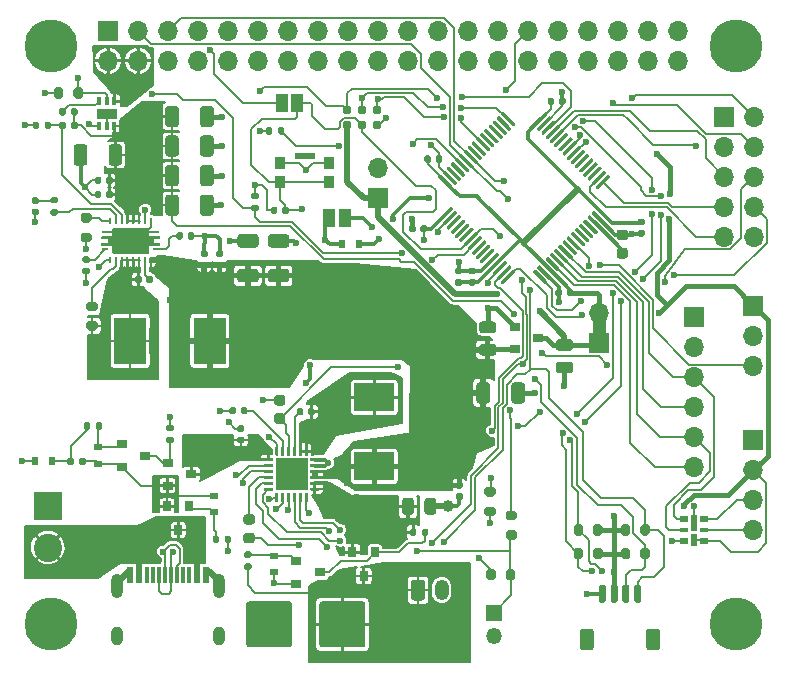
<source format=gtl>
G04 #@! TF.GenerationSoftware,KiCad,Pcbnew,(5.1.8)-1*
G04 #@! TF.CreationDate,2020-12-29T13:17:47-08:00*
G04 #@! TF.ProjectId,SuperPower-RPi-KiCAD,53757065-7250-46f7-9765-722d5250692d,rev?*
G04 #@! TF.SameCoordinates,Original*
G04 #@! TF.FileFunction,Copper,L1,Top*
G04 #@! TF.FilePolarity,Positive*
%FSLAX46Y46*%
G04 Gerber Fmt 4.6, Leading zero omitted, Abs format (unit mm)*
G04 Created by KiCad (PCBNEW (5.1.8)-1) date 2020-12-29 13:17:47*
%MOMM*%
%LPD*%
G01*
G04 APERTURE LIST*
G04 #@! TA.AperFunction,EtchedComponent*
%ADD10C,0.010000*%
G04 #@! TD*
G04 #@! TA.AperFunction,EtchedComponent*
%ADD11C,0.100000*%
G04 #@! TD*
G04 #@! TA.AperFunction,SMDPad,CuDef*
%ADD12R,1.000000X1.500000*%
G04 #@! TD*
G04 #@! TA.AperFunction,SMDPad,CuDef*
%ADD13R,0.600000X0.700000*%
G04 #@! TD*
G04 #@! TA.AperFunction,ComponentPad*
%ADD14O,1.200000X1.750000*%
G04 #@! TD*
G04 #@! TA.AperFunction,SMDPad,CuDef*
%ADD15R,2.700000X2.700000*%
G04 #@! TD*
G04 #@! TA.AperFunction,ComponentPad*
%ADD16C,0.500000*%
G04 #@! TD*
G04 #@! TA.AperFunction,SMDPad,CuDef*
%ADD17R,0.900000X0.800000*%
G04 #@! TD*
G04 #@! TA.AperFunction,SMDPad,CuDef*
%ADD18R,1.700000X0.950000*%
G04 #@! TD*
G04 #@! TA.AperFunction,SMDPad,CuDef*
%ADD19R,0.400000X0.650000*%
G04 #@! TD*
G04 #@! TA.AperFunction,ComponentPad*
%ADD20O,1.700000X1.700000*%
G04 #@! TD*
G04 #@! TA.AperFunction,ComponentPad*
%ADD21R,1.700000X1.700000*%
G04 #@! TD*
G04 #@! TA.AperFunction,SMDPad,CuDef*
%ADD22R,0.700000X0.600000*%
G04 #@! TD*
G04 #@! TA.AperFunction,SMDPad,CuDef*
%ADD23R,0.800000X0.900000*%
G04 #@! TD*
G04 #@! TA.AperFunction,SMDPad,CuDef*
%ADD24R,2.750000X4.000000*%
G04 #@! TD*
G04 #@! TA.AperFunction,SMDPad,CuDef*
%ADD25R,0.800000X0.500000*%
G04 #@! TD*
G04 #@! TA.AperFunction,SMDPad,CuDef*
%ADD26R,0.800000X0.300000*%
G04 #@! TD*
G04 #@! TA.AperFunction,SMDPad,CuDef*
%ADD27R,0.500000X1.000000*%
G04 #@! TD*
G04 #@! TA.AperFunction,SMDPad,CuDef*
%ADD28R,0.500000X1.480000*%
G04 #@! TD*
G04 #@! TA.AperFunction,ComponentPad*
%ADD29C,0.350000*%
G04 #@! TD*
G04 #@! TA.AperFunction,SMDPad,CuDef*
%ADD30R,3.050000X2.050000*%
G04 #@! TD*
G04 #@! TA.AperFunction,SMDPad,CuDef*
%ADD31R,0.240000X0.600000*%
G04 #@! TD*
G04 #@! TA.AperFunction,SMDPad,CuDef*
%ADD32R,0.600000X0.240000*%
G04 #@! TD*
G04 #@! TA.AperFunction,ComponentPad*
%ADD33C,2.400000*%
G04 #@! TD*
G04 #@! TA.AperFunction,ComponentPad*
%ADD34R,2.400000X2.400000*%
G04 #@! TD*
G04 #@! TA.AperFunction,ConnectorPad*
%ADD35C,4.500000*%
G04 #@! TD*
G04 #@! TA.AperFunction,ComponentPad*
%ADD36C,3.100000*%
G04 #@! TD*
G04 #@! TA.AperFunction,SMDPad,CuDef*
%ADD37R,1.700000X0.550000*%
G04 #@! TD*
G04 #@! TA.AperFunction,SMDPad,CuDef*
%ADD38R,0.900000X1.000000*%
G04 #@! TD*
G04 #@! TA.AperFunction,SMDPad,CuDef*
%ADD39R,3.429000X2.413000*%
G04 #@! TD*
G04 #@! TA.AperFunction,SMDPad,CuDef*
%ADD40R,0.600000X1.450000*%
G04 #@! TD*
G04 #@! TA.AperFunction,SMDPad,CuDef*
%ADD41R,0.300000X1.450000*%
G04 #@! TD*
G04 #@! TA.AperFunction,ComponentPad*
%ADD42O,1.000000X2.100000*%
G04 #@! TD*
G04 #@! TA.AperFunction,ComponentPad*
%ADD43O,1.000000X1.600000*%
G04 #@! TD*
G04 #@! TA.AperFunction,ConnectorPad*
%ADD44C,0.787400*%
G04 #@! TD*
G04 #@! TA.AperFunction,ComponentPad*
%ADD45O,1.350000X1.350000*%
G04 #@! TD*
G04 #@! TA.AperFunction,ComponentPad*
%ADD46R,1.350000X1.350000*%
G04 #@! TD*
G04 #@! TA.AperFunction,ViaPad*
%ADD47C,0.600000*%
G04 #@! TD*
G04 #@! TA.AperFunction,ViaPad*
%ADD48C,1.000000*%
G04 #@! TD*
G04 #@! TA.AperFunction,Conductor*
%ADD49C,0.200000*%
G04 #@! TD*
G04 #@! TA.AperFunction,Conductor*
%ADD50C,0.500000*%
G04 #@! TD*
G04 #@! TA.AperFunction,Conductor*
%ADD51C,0.300000*%
G04 #@! TD*
G04 #@! TA.AperFunction,Conductor*
%ADD52C,0.400000*%
G04 #@! TD*
G04 #@! TA.AperFunction,Conductor*
%ADD53C,0.153000*%
G04 #@! TD*
G04 #@! TA.AperFunction,Conductor*
%ADD54C,0.100000*%
G04 #@! TD*
G04 APERTURE END LIST*
D10*
G36*
X58725000Y-70875000D02*
G01*
X57850000Y-70875000D01*
X57847383Y-70874931D01*
X57844774Y-70874726D01*
X57842178Y-70874384D01*
X57839604Y-70873907D01*
X57837059Y-70873296D01*
X57834549Y-70872553D01*
X57832082Y-70871679D01*
X57829663Y-70870677D01*
X57827300Y-70869550D01*
X57825000Y-70868301D01*
X57822768Y-70866934D01*
X57820611Y-70865451D01*
X57818534Y-70863857D01*
X57816543Y-70862157D01*
X57814645Y-70860355D01*
X57812843Y-70858457D01*
X57811143Y-70856466D01*
X57809549Y-70854389D01*
X57808066Y-70852232D01*
X57806699Y-70850000D01*
X57805450Y-70847700D01*
X57804323Y-70845337D01*
X57803321Y-70842918D01*
X57802447Y-70840451D01*
X57801704Y-70837941D01*
X57801093Y-70835396D01*
X57800616Y-70832822D01*
X57800274Y-70830226D01*
X57800069Y-70827617D01*
X57800000Y-70825000D01*
X57800000Y-70725000D01*
X57800069Y-70722383D01*
X57800274Y-70719774D01*
X57800616Y-70717178D01*
X57801093Y-70714604D01*
X57801704Y-70712059D01*
X57802447Y-70709549D01*
X57803321Y-70707082D01*
X57804323Y-70704663D01*
X57805450Y-70702300D01*
X57806699Y-70700000D01*
X57808066Y-70697768D01*
X57809549Y-70695611D01*
X57811143Y-70693534D01*
X57812843Y-70691543D01*
X57814645Y-70689645D01*
X57816543Y-70687843D01*
X57818534Y-70686143D01*
X57820611Y-70684549D01*
X57822768Y-70683066D01*
X57825000Y-70681699D01*
X57827300Y-70680450D01*
X57829663Y-70679323D01*
X57832082Y-70678321D01*
X57834549Y-70677447D01*
X57837059Y-70676704D01*
X57839604Y-70676093D01*
X57842178Y-70675616D01*
X57844774Y-70675274D01*
X57847383Y-70675069D01*
X57850000Y-70675000D01*
X58325000Y-70675000D01*
X58325000Y-70325000D01*
X57850000Y-70325000D01*
X57847383Y-70324931D01*
X57844774Y-70324726D01*
X57842178Y-70324384D01*
X57839604Y-70323907D01*
X57837059Y-70323296D01*
X57834549Y-70322553D01*
X57832082Y-70321679D01*
X57829663Y-70320677D01*
X57827300Y-70319550D01*
X57825000Y-70318301D01*
X57822768Y-70316934D01*
X57820611Y-70315451D01*
X57818534Y-70313857D01*
X57816543Y-70312157D01*
X57814645Y-70310355D01*
X57812843Y-70308457D01*
X57811143Y-70306466D01*
X57809549Y-70304389D01*
X57808066Y-70302232D01*
X57806699Y-70300000D01*
X57805450Y-70297700D01*
X57804323Y-70295337D01*
X57803321Y-70292918D01*
X57802447Y-70290451D01*
X57801704Y-70287941D01*
X57801093Y-70285396D01*
X57800616Y-70282822D01*
X57800274Y-70280226D01*
X57800069Y-70277617D01*
X57800000Y-70275000D01*
X57800000Y-70175000D01*
X57800069Y-70172383D01*
X57800274Y-70169774D01*
X57800616Y-70167178D01*
X57801093Y-70164604D01*
X57801704Y-70162059D01*
X57802447Y-70159549D01*
X57803321Y-70157082D01*
X57804323Y-70154663D01*
X57805450Y-70152300D01*
X57806699Y-70150000D01*
X57808066Y-70147768D01*
X57809549Y-70145611D01*
X57811143Y-70143534D01*
X57812843Y-70141543D01*
X57814645Y-70139645D01*
X57816543Y-70137843D01*
X57818534Y-70136143D01*
X57820611Y-70134549D01*
X57822768Y-70133066D01*
X57825000Y-70131699D01*
X57827300Y-70130450D01*
X57829663Y-70129323D01*
X57832082Y-70128321D01*
X57834549Y-70127447D01*
X57837059Y-70126704D01*
X57839604Y-70126093D01*
X57842178Y-70125616D01*
X57844774Y-70125274D01*
X57847383Y-70125069D01*
X57850000Y-70125000D01*
X58725000Y-70125000D01*
X58725000Y-69525000D01*
X58725069Y-69522383D01*
X58725274Y-69519774D01*
X58725616Y-69517178D01*
X58726093Y-69514604D01*
X58726704Y-69512059D01*
X58727447Y-69509549D01*
X58728321Y-69507082D01*
X58729323Y-69504663D01*
X58730450Y-69502300D01*
X58731699Y-69500000D01*
X58733066Y-69497768D01*
X58734549Y-69495611D01*
X58736143Y-69493534D01*
X58737843Y-69491543D01*
X58739645Y-69489645D01*
X58741543Y-69487843D01*
X58743534Y-69486143D01*
X58745611Y-69484549D01*
X58747768Y-69483066D01*
X58750000Y-69481699D01*
X58752300Y-69480450D01*
X58754663Y-69479323D01*
X58757082Y-69478321D01*
X58759549Y-69477447D01*
X58762059Y-69476704D01*
X58764604Y-69476093D01*
X58767178Y-69475616D01*
X58769774Y-69475274D01*
X58772383Y-69475069D01*
X58775000Y-69475000D01*
X61725000Y-69475000D01*
X61727617Y-69475069D01*
X61730226Y-69475274D01*
X61732822Y-69475616D01*
X61735396Y-69476093D01*
X61737941Y-69476704D01*
X61740451Y-69477447D01*
X61742918Y-69478321D01*
X61745337Y-69479323D01*
X61747700Y-69480450D01*
X61750000Y-69481699D01*
X61752232Y-69483066D01*
X61754389Y-69484549D01*
X61756466Y-69486143D01*
X61758457Y-69487843D01*
X61760355Y-69489645D01*
X61762157Y-69491543D01*
X61763857Y-69493534D01*
X61765451Y-69495611D01*
X61766934Y-69497768D01*
X61768301Y-69500000D01*
X61769550Y-69502300D01*
X61770677Y-69504663D01*
X61771679Y-69507082D01*
X61772553Y-69509549D01*
X61773296Y-69512059D01*
X61773907Y-69514604D01*
X61774384Y-69517178D01*
X61774726Y-69519774D01*
X61774931Y-69522383D01*
X61775000Y-69525000D01*
X61775000Y-70125000D01*
X62650000Y-70125000D01*
X62652617Y-70125069D01*
X62655226Y-70125274D01*
X62657822Y-70125616D01*
X62660396Y-70126093D01*
X62662941Y-70126704D01*
X62665451Y-70127447D01*
X62667918Y-70128321D01*
X62670337Y-70129323D01*
X62672700Y-70130450D01*
X62675000Y-70131699D01*
X62677232Y-70133066D01*
X62679389Y-70134549D01*
X62681466Y-70136143D01*
X62683457Y-70137843D01*
X62685355Y-70139645D01*
X62687157Y-70141543D01*
X62688857Y-70143534D01*
X62690451Y-70145611D01*
X62691934Y-70147768D01*
X62693301Y-70150000D01*
X62694550Y-70152300D01*
X62695677Y-70154663D01*
X62696679Y-70157082D01*
X62697553Y-70159549D01*
X62698296Y-70162059D01*
X62698907Y-70164604D01*
X62699384Y-70167178D01*
X62699726Y-70169774D01*
X62699931Y-70172383D01*
X62700000Y-70175000D01*
X62700000Y-70275000D01*
X62699931Y-70277617D01*
X62699726Y-70280226D01*
X62699384Y-70282822D01*
X62698907Y-70285396D01*
X62698296Y-70287941D01*
X62697553Y-70290451D01*
X62696679Y-70292918D01*
X62695677Y-70295337D01*
X62694550Y-70297700D01*
X62693301Y-70300000D01*
X62691934Y-70302232D01*
X62690451Y-70304389D01*
X62688857Y-70306466D01*
X62687157Y-70308457D01*
X62685355Y-70310355D01*
X62683457Y-70312157D01*
X62681466Y-70313857D01*
X62679389Y-70315451D01*
X62677232Y-70316934D01*
X62675000Y-70318301D01*
X62672700Y-70319550D01*
X62670337Y-70320677D01*
X62667918Y-70321679D01*
X62665451Y-70322553D01*
X62662941Y-70323296D01*
X62660396Y-70323907D01*
X62657822Y-70324384D01*
X62655226Y-70324726D01*
X62652617Y-70324931D01*
X62650000Y-70325000D01*
X62175000Y-70325000D01*
X62175000Y-70675000D01*
X62650000Y-70675000D01*
X62652617Y-70675069D01*
X62655226Y-70675274D01*
X62657822Y-70675616D01*
X62660396Y-70676093D01*
X62662941Y-70676704D01*
X62665451Y-70677447D01*
X62667918Y-70678321D01*
X62670337Y-70679323D01*
X62672700Y-70680450D01*
X62675000Y-70681699D01*
X62677232Y-70683066D01*
X62679389Y-70684549D01*
X62681466Y-70686143D01*
X62683457Y-70687843D01*
X62685355Y-70689645D01*
X62687157Y-70691543D01*
X62688857Y-70693534D01*
X62690451Y-70695611D01*
X62691934Y-70697768D01*
X62693301Y-70700000D01*
X62694550Y-70702300D01*
X62695677Y-70704663D01*
X62696679Y-70707082D01*
X62697553Y-70709549D01*
X62698296Y-70712059D01*
X62698907Y-70714604D01*
X62699384Y-70717178D01*
X62699726Y-70719774D01*
X62699931Y-70722383D01*
X62700000Y-70725000D01*
X62700000Y-70825000D01*
X62699931Y-70827617D01*
X62699726Y-70830226D01*
X62699384Y-70832822D01*
X62698907Y-70835396D01*
X62698296Y-70837941D01*
X62697553Y-70840451D01*
X62696679Y-70842918D01*
X62695677Y-70845337D01*
X62694550Y-70847700D01*
X62693301Y-70850000D01*
X62691934Y-70852232D01*
X62690451Y-70854389D01*
X62688857Y-70856466D01*
X62687157Y-70858457D01*
X62685355Y-70860355D01*
X62683457Y-70862157D01*
X62681466Y-70863857D01*
X62679389Y-70865451D01*
X62677232Y-70866934D01*
X62675000Y-70868301D01*
X62672700Y-70869550D01*
X62670337Y-70870677D01*
X62667918Y-70871679D01*
X62665451Y-70872553D01*
X62662941Y-70873296D01*
X62660396Y-70873907D01*
X62657822Y-70874384D01*
X62655226Y-70874726D01*
X62652617Y-70874931D01*
X62650000Y-70875000D01*
X61775000Y-70875000D01*
X61775000Y-71475000D01*
X61774931Y-71477617D01*
X61774726Y-71480226D01*
X61774384Y-71482822D01*
X61773907Y-71485396D01*
X61773296Y-71487941D01*
X61772553Y-71490451D01*
X61771679Y-71492918D01*
X61770677Y-71495337D01*
X61769550Y-71497700D01*
X61768301Y-71500000D01*
X61766934Y-71502232D01*
X61765451Y-71504389D01*
X61763857Y-71506466D01*
X61762157Y-71508457D01*
X61760355Y-71510355D01*
X61758457Y-71512157D01*
X61756466Y-71513857D01*
X61754389Y-71515451D01*
X61752232Y-71516934D01*
X61750000Y-71518301D01*
X61747700Y-71519550D01*
X61745337Y-71520677D01*
X61742918Y-71521679D01*
X61740451Y-71522553D01*
X61737941Y-71523296D01*
X61735396Y-71523907D01*
X61732822Y-71524384D01*
X61730226Y-71524726D01*
X61727617Y-71524931D01*
X61725000Y-71525000D01*
X58775000Y-71525000D01*
X58772383Y-71524931D01*
X58769774Y-71524726D01*
X58767178Y-71524384D01*
X58764604Y-71523907D01*
X58762059Y-71523296D01*
X58759549Y-71522553D01*
X58757082Y-71521679D01*
X58754663Y-71520677D01*
X58752300Y-71519550D01*
X58750000Y-71518301D01*
X58747768Y-71516934D01*
X58745611Y-71515451D01*
X58743534Y-71513857D01*
X58741543Y-71512157D01*
X58739645Y-71510355D01*
X58737843Y-71508457D01*
X58736143Y-71506466D01*
X58734549Y-71504389D01*
X58733066Y-71502232D01*
X58731699Y-71500000D01*
X58730450Y-71497700D01*
X58729323Y-71495337D01*
X58728321Y-71492918D01*
X58727447Y-71490451D01*
X58726704Y-71487941D01*
X58726093Y-71485396D01*
X58725616Y-71482822D01*
X58725274Y-71480226D01*
X58725069Y-71477617D01*
X58725000Y-71475000D01*
X58725000Y-70875000D01*
G37*
X58725000Y-70875000D02*
X57850000Y-70875000D01*
X57847383Y-70874931D01*
X57844774Y-70874726D01*
X57842178Y-70874384D01*
X57839604Y-70873907D01*
X57837059Y-70873296D01*
X57834549Y-70872553D01*
X57832082Y-70871679D01*
X57829663Y-70870677D01*
X57827300Y-70869550D01*
X57825000Y-70868301D01*
X57822768Y-70866934D01*
X57820611Y-70865451D01*
X57818534Y-70863857D01*
X57816543Y-70862157D01*
X57814645Y-70860355D01*
X57812843Y-70858457D01*
X57811143Y-70856466D01*
X57809549Y-70854389D01*
X57808066Y-70852232D01*
X57806699Y-70850000D01*
X57805450Y-70847700D01*
X57804323Y-70845337D01*
X57803321Y-70842918D01*
X57802447Y-70840451D01*
X57801704Y-70837941D01*
X57801093Y-70835396D01*
X57800616Y-70832822D01*
X57800274Y-70830226D01*
X57800069Y-70827617D01*
X57800000Y-70825000D01*
X57800000Y-70725000D01*
X57800069Y-70722383D01*
X57800274Y-70719774D01*
X57800616Y-70717178D01*
X57801093Y-70714604D01*
X57801704Y-70712059D01*
X57802447Y-70709549D01*
X57803321Y-70707082D01*
X57804323Y-70704663D01*
X57805450Y-70702300D01*
X57806699Y-70700000D01*
X57808066Y-70697768D01*
X57809549Y-70695611D01*
X57811143Y-70693534D01*
X57812843Y-70691543D01*
X57814645Y-70689645D01*
X57816543Y-70687843D01*
X57818534Y-70686143D01*
X57820611Y-70684549D01*
X57822768Y-70683066D01*
X57825000Y-70681699D01*
X57827300Y-70680450D01*
X57829663Y-70679323D01*
X57832082Y-70678321D01*
X57834549Y-70677447D01*
X57837059Y-70676704D01*
X57839604Y-70676093D01*
X57842178Y-70675616D01*
X57844774Y-70675274D01*
X57847383Y-70675069D01*
X57850000Y-70675000D01*
X58325000Y-70675000D01*
X58325000Y-70325000D01*
X57850000Y-70325000D01*
X57847383Y-70324931D01*
X57844774Y-70324726D01*
X57842178Y-70324384D01*
X57839604Y-70323907D01*
X57837059Y-70323296D01*
X57834549Y-70322553D01*
X57832082Y-70321679D01*
X57829663Y-70320677D01*
X57827300Y-70319550D01*
X57825000Y-70318301D01*
X57822768Y-70316934D01*
X57820611Y-70315451D01*
X57818534Y-70313857D01*
X57816543Y-70312157D01*
X57814645Y-70310355D01*
X57812843Y-70308457D01*
X57811143Y-70306466D01*
X57809549Y-70304389D01*
X57808066Y-70302232D01*
X57806699Y-70300000D01*
X57805450Y-70297700D01*
X57804323Y-70295337D01*
X57803321Y-70292918D01*
X57802447Y-70290451D01*
X57801704Y-70287941D01*
X57801093Y-70285396D01*
X57800616Y-70282822D01*
X57800274Y-70280226D01*
X57800069Y-70277617D01*
X57800000Y-70275000D01*
X57800000Y-70175000D01*
X57800069Y-70172383D01*
X57800274Y-70169774D01*
X57800616Y-70167178D01*
X57801093Y-70164604D01*
X57801704Y-70162059D01*
X57802447Y-70159549D01*
X57803321Y-70157082D01*
X57804323Y-70154663D01*
X57805450Y-70152300D01*
X57806699Y-70150000D01*
X57808066Y-70147768D01*
X57809549Y-70145611D01*
X57811143Y-70143534D01*
X57812843Y-70141543D01*
X57814645Y-70139645D01*
X57816543Y-70137843D01*
X57818534Y-70136143D01*
X57820611Y-70134549D01*
X57822768Y-70133066D01*
X57825000Y-70131699D01*
X57827300Y-70130450D01*
X57829663Y-70129323D01*
X57832082Y-70128321D01*
X57834549Y-70127447D01*
X57837059Y-70126704D01*
X57839604Y-70126093D01*
X57842178Y-70125616D01*
X57844774Y-70125274D01*
X57847383Y-70125069D01*
X57850000Y-70125000D01*
X58725000Y-70125000D01*
X58725000Y-69525000D01*
X58725069Y-69522383D01*
X58725274Y-69519774D01*
X58725616Y-69517178D01*
X58726093Y-69514604D01*
X58726704Y-69512059D01*
X58727447Y-69509549D01*
X58728321Y-69507082D01*
X58729323Y-69504663D01*
X58730450Y-69502300D01*
X58731699Y-69500000D01*
X58733066Y-69497768D01*
X58734549Y-69495611D01*
X58736143Y-69493534D01*
X58737843Y-69491543D01*
X58739645Y-69489645D01*
X58741543Y-69487843D01*
X58743534Y-69486143D01*
X58745611Y-69484549D01*
X58747768Y-69483066D01*
X58750000Y-69481699D01*
X58752300Y-69480450D01*
X58754663Y-69479323D01*
X58757082Y-69478321D01*
X58759549Y-69477447D01*
X58762059Y-69476704D01*
X58764604Y-69476093D01*
X58767178Y-69475616D01*
X58769774Y-69475274D01*
X58772383Y-69475069D01*
X58775000Y-69475000D01*
X61725000Y-69475000D01*
X61727617Y-69475069D01*
X61730226Y-69475274D01*
X61732822Y-69475616D01*
X61735396Y-69476093D01*
X61737941Y-69476704D01*
X61740451Y-69477447D01*
X61742918Y-69478321D01*
X61745337Y-69479323D01*
X61747700Y-69480450D01*
X61750000Y-69481699D01*
X61752232Y-69483066D01*
X61754389Y-69484549D01*
X61756466Y-69486143D01*
X61758457Y-69487843D01*
X61760355Y-69489645D01*
X61762157Y-69491543D01*
X61763857Y-69493534D01*
X61765451Y-69495611D01*
X61766934Y-69497768D01*
X61768301Y-69500000D01*
X61769550Y-69502300D01*
X61770677Y-69504663D01*
X61771679Y-69507082D01*
X61772553Y-69509549D01*
X61773296Y-69512059D01*
X61773907Y-69514604D01*
X61774384Y-69517178D01*
X61774726Y-69519774D01*
X61774931Y-69522383D01*
X61775000Y-69525000D01*
X61775000Y-70125000D01*
X62650000Y-70125000D01*
X62652617Y-70125069D01*
X62655226Y-70125274D01*
X62657822Y-70125616D01*
X62660396Y-70126093D01*
X62662941Y-70126704D01*
X62665451Y-70127447D01*
X62667918Y-70128321D01*
X62670337Y-70129323D01*
X62672700Y-70130450D01*
X62675000Y-70131699D01*
X62677232Y-70133066D01*
X62679389Y-70134549D01*
X62681466Y-70136143D01*
X62683457Y-70137843D01*
X62685355Y-70139645D01*
X62687157Y-70141543D01*
X62688857Y-70143534D01*
X62690451Y-70145611D01*
X62691934Y-70147768D01*
X62693301Y-70150000D01*
X62694550Y-70152300D01*
X62695677Y-70154663D01*
X62696679Y-70157082D01*
X62697553Y-70159549D01*
X62698296Y-70162059D01*
X62698907Y-70164604D01*
X62699384Y-70167178D01*
X62699726Y-70169774D01*
X62699931Y-70172383D01*
X62700000Y-70175000D01*
X62700000Y-70275000D01*
X62699931Y-70277617D01*
X62699726Y-70280226D01*
X62699384Y-70282822D01*
X62698907Y-70285396D01*
X62698296Y-70287941D01*
X62697553Y-70290451D01*
X62696679Y-70292918D01*
X62695677Y-70295337D01*
X62694550Y-70297700D01*
X62693301Y-70300000D01*
X62691934Y-70302232D01*
X62690451Y-70304389D01*
X62688857Y-70306466D01*
X62687157Y-70308457D01*
X62685355Y-70310355D01*
X62683457Y-70312157D01*
X62681466Y-70313857D01*
X62679389Y-70315451D01*
X62677232Y-70316934D01*
X62675000Y-70318301D01*
X62672700Y-70319550D01*
X62670337Y-70320677D01*
X62667918Y-70321679D01*
X62665451Y-70322553D01*
X62662941Y-70323296D01*
X62660396Y-70323907D01*
X62657822Y-70324384D01*
X62655226Y-70324726D01*
X62652617Y-70324931D01*
X62650000Y-70325000D01*
X62175000Y-70325000D01*
X62175000Y-70675000D01*
X62650000Y-70675000D01*
X62652617Y-70675069D01*
X62655226Y-70675274D01*
X62657822Y-70675616D01*
X62660396Y-70676093D01*
X62662941Y-70676704D01*
X62665451Y-70677447D01*
X62667918Y-70678321D01*
X62670337Y-70679323D01*
X62672700Y-70680450D01*
X62675000Y-70681699D01*
X62677232Y-70683066D01*
X62679389Y-70684549D01*
X62681466Y-70686143D01*
X62683457Y-70687843D01*
X62685355Y-70689645D01*
X62687157Y-70691543D01*
X62688857Y-70693534D01*
X62690451Y-70695611D01*
X62691934Y-70697768D01*
X62693301Y-70700000D01*
X62694550Y-70702300D01*
X62695677Y-70704663D01*
X62696679Y-70707082D01*
X62697553Y-70709549D01*
X62698296Y-70712059D01*
X62698907Y-70714604D01*
X62699384Y-70717178D01*
X62699726Y-70719774D01*
X62699931Y-70722383D01*
X62700000Y-70725000D01*
X62700000Y-70825000D01*
X62699931Y-70827617D01*
X62699726Y-70830226D01*
X62699384Y-70832822D01*
X62698907Y-70835396D01*
X62698296Y-70837941D01*
X62697553Y-70840451D01*
X62696679Y-70842918D01*
X62695677Y-70845337D01*
X62694550Y-70847700D01*
X62693301Y-70850000D01*
X62691934Y-70852232D01*
X62690451Y-70854389D01*
X62688857Y-70856466D01*
X62687157Y-70858457D01*
X62685355Y-70860355D01*
X62683457Y-70862157D01*
X62681466Y-70863857D01*
X62679389Y-70865451D01*
X62677232Y-70866934D01*
X62675000Y-70868301D01*
X62672700Y-70869550D01*
X62670337Y-70870677D01*
X62667918Y-70871679D01*
X62665451Y-70872553D01*
X62662941Y-70873296D01*
X62660396Y-70873907D01*
X62657822Y-70874384D01*
X62655226Y-70874726D01*
X62652617Y-70874931D01*
X62650000Y-70875000D01*
X61775000Y-70875000D01*
X61775000Y-71475000D01*
X61774931Y-71477617D01*
X61774726Y-71480226D01*
X61774384Y-71482822D01*
X61773907Y-71485396D01*
X61773296Y-71487941D01*
X61772553Y-71490451D01*
X61771679Y-71492918D01*
X61770677Y-71495337D01*
X61769550Y-71497700D01*
X61768301Y-71500000D01*
X61766934Y-71502232D01*
X61765451Y-71504389D01*
X61763857Y-71506466D01*
X61762157Y-71508457D01*
X61760355Y-71510355D01*
X61758457Y-71512157D01*
X61756466Y-71513857D01*
X61754389Y-71515451D01*
X61752232Y-71516934D01*
X61750000Y-71518301D01*
X61747700Y-71519550D01*
X61745337Y-71520677D01*
X61742918Y-71521679D01*
X61740451Y-71522553D01*
X61737941Y-71523296D01*
X61735396Y-71523907D01*
X61732822Y-71524384D01*
X61730226Y-71524726D01*
X61727617Y-71524931D01*
X61725000Y-71525000D01*
X58775000Y-71525000D01*
X58772383Y-71524931D01*
X58769774Y-71524726D01*
X58767178Y-71524384D01*
X58764604Y-71523907D01*
X58762059Y-71523296D01*
X58759549Y-71522553D01*
X58757082Y-71521679D01*
X58754663Y-71520677D01*
X58752300Y-71519550D01*
X58750000Y-71518301D01*
X58747768Y-71516934D01*
X58745611Y-71515451D01*
X58743534Y-71513857D01*
X58741543Y-71512157D01*
X58739645Y-71510355D01*
X58737843Y-71508457D01*
X58736143Y-71506466D01*
X58734549Y-71504389D01*
X58733066Y-71502232D01*
X58731699Y-71500000D01*
X58730450Y-71497700D01*
X58729323Y-71495337D01*
X58728321Y-71492918D01*
X58727447Y-71490451D01*
X58726704Y-71487941D01*
X58726093Y-71485396D01*
X58725616Y-71482822D01*
X58725274Y-71480226D01*
X58725069Y-71477617D01*
X58725000Y-71475000D01*
X58725000Y-70875000D01*
D11*
G36*
X99450000Y-77200000D02*
G01*
X100450000Y-77200000D01*
X100450000Y-78400000D01*
X99450000Y-78400000D01*
X99450000Y-77200000D01*
G37*
X99450000Y-77200000D02*
X100450000Y-77200000D01*
X100450000Y-78400000D01*
X99450000Y-78400000D01*
X99450000Y-77200000D01*
G04 #@! TA.AperFunction,SMDPad,CuDef*
G36*
G01*
X73100000Y-68120000D02*
X73100000Y-67780000D01*
G75*
G02*
X73240000Y-67640000I140000J0D01*
G01*
X73520000Y-67640000D01*
G75*
G02*
X73660000Y-67780000I0J-140000D01*
G01*
X73660000Y-68120000D01*
G75*
G02*
X73520000Y-68260000I-140000J0D01*
G01*
X73240000Y-68260000D01*
G75*
G02*
X73100000Y-68120000I0J140000D01*
G01*
G37*
G04 #@! TD.AperFunction*
G04 #@! TA.AperFunction,SMDPad,CuDef*
G36*
G01*
X72140000Y-68120000D02*
X72140000Y-67780000D01*
G75*
G02*
X72280000Y-67640000I140000J0D01*
G01*
X72560000Y-67640000D01*
G75*
G02*
X72700000Y-67780000I0J-140000D01*
G01*
X72700000Y-68120000D01*
G75*
G02*
X72560000Y-68260000I-140000J0D01*
G01*
X72280000Y-68260000D01*
G75*
G02*
X72140000Y-68120000I0J140000D01*
G01*
G37*
G04 #@! TD.AperFunction*
D12*
X77080000Y-68590000D03*
X78380000Y-68590000D03*
D13*
X79590000Y-70830000D03*
X78190000Y-70830000D03*
G04 #@! TA.AperFunction,SMDPad,CuDef*
G36*
G01*
X70985000Y-67010000D02*
X70615000Y-67010000D01*
G75*
G02*
X70480000Y-66875000I0J135000D01*
G01*
X70480000Y-66605000D01*
G75*
G02*
X70615000Y-66470000I135000J0D01*
G01*
X70985000Y-66470000D01*
G75*
G02*
X71120000Y-66605000I0J-135000D01*
G01*
X71120000Y-66875000D01*
G75*
G02*
X70985000Y-67010000I-135000J0D01*
G01*
G37*
G04 #@! TD.AperFunction*
G04 #@! TA.AperFunction,SMDPad,CuDef*
G36*
G01*
X70985000Y-68030000D02*
X70615000Y-68030000D01*
G75*
G02*
X70480000Y-67895000I0J135000D01*
G01*
X70480000Y-67625000D01*
G75*
G02*
X70615000Y-67490000I135000J0D01*
G01*
X70985000Y-67490000D01*
G75*
G02*
X71120000Y-67625000I0J-135000D01*
G01*
X71120000Y-67895000D01*
G75*
G02*
X70985000Y-68030000I-135000J0D01*
G01*
G37*
G04 #@! TD.AperFunction*
D14*
X86600000Y-100100000D03*
G04 #@! TA.AperFunction,ComponentPad*
G36*
G01*
X84000000Y-100725001D02*
X84000000Y-99474999D01*
G75*
G02*
X84249999Y-99225000I249999J0D01*
G01*
X84950001Y-99225000D01*
G75*
G02*
X85200000Y-99474999I0J-249999D01*
G01*
X85200000Y-100725001D01*
G75*
G02*
X84950001Y-100975000I-249999J0D01*
G01*
X84249999Y-100975000D01*
G75*
G02*
X84000000Y-100725001I0J249999D01*
G01*
G37*
G04 #@! TD.AperFunction*
G04 #@! TA.AperFunction,SMDPad,CuDef*
G36*
G01*
X71525000Y-89112500D02*
X71525000Y-88987500D01*
G75*
G02*
X71587500Y-88925000I62500J0D01*
G01*
X72287500Y-88925000D01*
G75*
G02*
X72350000Y-88987500I0J-62500D01*
G01*
X72350000Y-89112500D01*
G75*
G02*
X72287500Y-89175000I-62500J0D01*
G01*
X71587500Y-89175000D01*
G75*
G02*
X71525000Y-89112500I0J62500D01*
G01*
G37*
G04 #@! TD.AperFunction*
G04 #@! TA.AperFunction,SMDPad,CuDef*
G36*
G01*
X71525000Y-89612500D02*
X71525000Y-89487500D01*
G75*
G02*
X71587500Y-89425000I62500J0D01*
G01*
X72287500Y-89425000D01*
G75*
G02*
X72350000Y-89487500I0J-62500D01*
G01*
X72350000Y-89612500D01*
G75*
G02*
X72287500Y-89675000I-62500J0D01*
G01*
X71587500Y-89675000D01*
G75*
G02*
X71525000Y-89612500I0J62500D01*
G01*
G37*
G04 #@! TD.AperFunction*
G04 #@! TA.AperFunction,SMDPad,CuDef*
G36*
G01*
X71525000Y-90112500D02*
X71525000Y-89987500D01*
G75*
G02*
X71587500Y-89925000I62500J0D01*
G01*
X72287500Y-89925000D01*
G75*
G02*
X72350000Y-89987500I0J-62500D01*
G01*
X72350000Y-90112500D01*
G75*
G02*
X72287500Y-90175000I-62500J0D01*
G01*
X71587500Y-90175000D01*
G75*
G02*
X71525000Y-90112500I0J62500D01*
G01*
G37*
G04 #@! TD.AperFunction*
G04 #@! TA.AperFunction,SMDPad,CuDef*
G36*
G01*
X71525000Y-90612500D02*
X71525000Y-90487500D01*
G75*
G02*
X71587500Y-90425000I62500J0D01*
G01*
X72287500Y-90425000D01*
G75*
G02*
X72350000Y-90487500I0J-62500D01*
G01*
X72350000Y-90612500D01*
G75*
G02*
X72287500Y-90675000I-62500J0D01*
G01*
X71587500Y-90675000D01*
G75*
G02*
X71525000Y-90612500I0J62500D01*
G01*
G37*
G04 #@! TD.AperFunction*
G04 #@! TA.AperFunction,SMDPad,CuDef*
G36*
G01*
X71525000Y-91112500D02*
X71525000Y-90987500D01*
G75*
G02*
X71587500Y-90925000I62500J0D01*
G01*
X72287500Y-90925000D01*
G75*
G02*
X72350000Y-90987500I0J-62500D01*
G01*
X72350000Y-91112500D01*
G75*
G02*
X72287500Y-91175000I-62500J0D01*
G01*
X71587500Y-91175000D01*
G75*
G02*
X71525000Y-91112500I0J62500D01*
G01*
G37*
G04 #@! TD.AperFunction*
G04 #@! TA.AperFunction,SMDPad,CuDef*
G36*
G01*
X71525000Y-91612500D02*
X71525000Y-91487500D01*
G75*
G02*
X71587500Y-91425000I62500J0D01*
G01*
X72287500Y-91425000D01*
G75*
G02*
X72350000Y-91487500I0J-62500D01*
G01*
X72350000Y-91612500D01*
G75*
G02*
X72287500Y-91675000I-62500J0D01*
G01*
X71587500Y-91675000D01*
G75*
G02*
X71525000Y-91612500I0J62500D01*
G01*
G37*
G04 #@! TD.AperFunction*
G04 #@! TA.AperFunction,SMDPad,CuDef*
G36*
G01*
X72525000Y-92612500D02*
X72525000Y-91912500D01*
G75*
G02*
X72587500Y-91850000I62500J0D01*
G01*
X72712500Y-91850000D01*
G75*
G02*
X72775000Y-91912500I0J-62500D01*
G01*
X72775000Y-92612500D01*
G75*
G02*
X72712500Y-92675000I-62500J0D01*
G01*
X72587500Y-92675000D01*
G75*
G02*
X72525000Y-92612500I0J62500D01*
G01*
G37*
G04 #@! TD.AperFunction*
G04 #@! TA.AperFunction,SMDPad,CuDef*
G36*
G01*
X73025000Y-92612500D02*
X73025000Y-91912500D01*
G75*
G02*
X73087500Y-91850000I62500J0D01*
G01*
X73212500Y-91850000D01*
G75*
G02*
X73275000Y-91912500I0J-62500D01*
G01*
X73275000Y-92612500D01*
G75*
G02*
X73212500Y-92675000I-62500J0D01*
G01*
X73087500Y-92675000D01*
G75*
G02*
X73025000Y-92612500I0J62500D01*
G01*
G37*
G04 #@! TD.AperFunction*
G04 #@! TA.AperFunction,SMDPad,CuDef*
G36*
G01*
X73525000Y-92612500D02*
X73525000Y-91912500D01*
G75*
G02*
X73587500Y-91850000I62500J0D01*
G01*
X73712500Y-91850000D01*
G75*
G02*
X73775000Y-91912500I0J-62500D01*
G01*
X73775000Y-92612500D01*
G75*
G02*
X73712500Y-92675000I-62500J0D01*
G01*
X73587500Y-92675000D01*
G75*
G02*
X73525000Y-92612500I0J62500D01*
G01*
G37*
G04 #@! TD.AperFunction*
G04 #@! TA.AperFunction,SMDPad,CuDef*
G36*
G01*
X74025000Y-92612500D02*
X74025000Y-91912500D01*
G75*
G02*
X74087500Y-91850000I62500J0D01*
G01*
X74212500Y-91850000D01*
G75*
G02*
X74275000Y-91912500I0J-62500D01*
G01*
X74275000Y-92612500D01*
G75*
G02*
X74212500Y-92675000I-62500J0D01*
G01*
X74087500Y-92675000D01*
G75*
G02*
X74025000Y-92612500I0J62500D01*
G01*
G37*
G04 #@! TD.AperFunction*
G04 #@! TA.AperFunction,SMDPad,CuDef*
G36*
G01*
X74525000Y-92612500D02*
X74525000Y-91912500D01*
G75*
G02*
X74587500Y-91850000I62500J0D01*
G01*
X74712500Y-91850000D01*
G75*
G02*
X74775000Y-91912500I0J-62500D01*
G01*
X74775000Y-92612500D01*
G75*
G02*
X74712500Y-92675000I-62500J0D01*
G01*
X74587500Y-92675000D01*
G75*
G02*
X74525000Y-92612500I0J62500D01*
G01*
G37*
G04 #@! TD.AperFunction*
G04 #@! TA.AperFunction,SMDPad,CuDef*
G36*
G01*
X75025000Y-92612500D02*
X75025000Y-91912500D01*
G75*
G02*
X75087500Y-91850000I62500J0D01*
G01*
X75212500Y-91850000D01*
G75*
G02*
X75275000Y-91912500I0J-62500D01*
G01*
X75275000Y-92612500D01*
G75*
G02*
X75212500Y-92675000I-62500J0D01*
G01*
X75087500Y-92675000D01*
G75*
G02*
X75025000Y-92612500I0J62500D01*
G01*
G37*
G04 #@! TD.AperFunction*
G04 #@! TA.AperFunction,SMDPad,CuDef*
G36*
G01*
X75450000Y-91612500D02*
X75450000Y-91487500D01*
G75*
G02*
X75512500Y-91425000I62500J0D01*
G01*
X76212500Y-91425000D01*
G75*
G02*
X76275000Y-91487500I0J-62500D01*
G01*
X76275000Y-91612500D01*
G75*
G02*
X76212500Y-91675000I-62500J0D01*
G01*
X75512500Y-91675000D01*
G75*
G02*
X75450000Y-91612500I0J62500D01*
G01*
G37*
G04 #@! TD.AperFunction*
G04 #@! TA.AperFunction,SMDPad,CuDef*
G36*
G01*
X75450000Y-91112500D02*
X75450000Y-90987500D01*
G75*
G02*
X75512500Y-90925000I62500J0D01*
G01*
X76212500Y-90925000D01*
G75*
G02*
X76275000Y-90987500I0J-62500D01*
G01*
X76275000Y-91112500D01*
G75*
G02*
X76212500Y-91175000I-62500J0D01*
G01*
X75512500Y-91175000D01*
G75*
G02*
X75450000Y-91112500I0J62500D01*
G01*
G37*
G04 #@! TD.AperFunction*
G04 #@! TA.AperFunction,SMDPad,CuDef*
G36*
G01*
X75450000Y-90612500D02*
X75450000Y-90487500D01*
G75*
G02*
X75512500Y-90425000I62500J0D01*
G01*
X76212500Y-90425000D01*
G75*
G02*
X76275000Y-90487500I0J-62500D01*
G01*
X76275000Y-90612500D01*
G75*
G02*
X76212500Y-90675000I-62500J0D01*
G01*
X75512500Y-90675000D01*
G75*
G02*
X75450000Y-90612500I0J62500D01*
G01*
G37*
G04 #@! TD.AperFunction*
G04 #@! TA.AperFunction,SMDPad,CuDef*
G36*
G01*
X75450000Y-90112500D02*
X75450000Y-89987500D01*
G75*
G02*
X75512500Y-89925000I62500J0D01*
G01*
X76212500Y-89925000D01*
G75*
G02*
X76275000Y-89987500I0J-62500D01*
G01*
X76275000Y-90112500D01*
G75*
G02*
X76212500Y-90175000I-62500J0D01*
G01*
X75512500Y-90175000D01*
G75*
G02*
X75450000Y-90112500I0J62500D01*
G01*
G37*
G04 #@! TD.AperFunction*
G04 #@! TA.AperFunction,SMDPad,CuDef*
G36*
G01*
X75450000Y-89612500D02*
X75450000Y-89487500D01*
G75*
G02*
X75512500Y-89425000I62500J0D01*
G01*
X76212500Y-89425000D01*
G75*
G02*
X76275000Y-89487500I0J-62500D01*
G01*
X76275000Y-89612500D01*
G75*
G02*
X76212500Y-89675000I-62500J0D01*
G01*
X75512500Y-89675000D01*
G75*
G02*
X75450000Y-89612500I0J62500D01*
G01*
G37*
G04 #@! TD.AperFunction*
G04 #@! TA.AperFunction,SMDPad,CuDef*
G36*
G01*
X75450000Y-89112500D02*
X75450000Y-88987500D01*
G75*
G02*
X75512500Y-88925000I62500J0D01*
G01*
X76212500Y-88925000D01*
G75*
G02*
X76275000Y-88987500I0J-62500D01*
G01*
X76275000Y-89112500D01*
G75*
G02*
X76212500Y-89175000I-62500J0D01*
G01*
X75512500Y-89175000D01*
G75*
G02*
X75450000Y-89112500I0J62500D01*
G01*
G37*
G04 #@! TD.AperFunction*
G04 #@! TA.AperFunction,SMDPad,CuDef*
G36*
G01*
X75025000Y-88687500D02*
X75025000Y-87987500D01*
G75*
G02*
X75087500Y-87925000I62500J0D01*
G01*
X75212500Y-87925000D01*
G75*
G02*
X75275000Y-87987500I0J-62500D01*
G01*
X75275000Y-88687500D01*
G75*
G02*
X75212500Y-88750000I-62500J0D01*
G01*
X75087500Y-88750000D01*
G75*
G02*
X75025000Y-88687500I0J62500D01*
G01*
G37*
G04 #@! TD.AperFunction*
G04 #@! TA.AperFunction,SMDPad,CuDef*
G36*
G01*
X74525000Y-88687500D02*
X74525000Y-87987500D01*
G75*
G02*
X74587500Y-87925000I62500J0D01*
G01*
X74712500Y-87925000D01*
G75*
G02*
X74775000Y-87987500I0J-62500D01*
G01*
X74775000Y-88687500D01*
G75*
G02*
X74712500Y-88750000I-62500J0D01*
G01*
X74587500Y-88750000D01*
G75*
G02*
X74525000Y-88687500I0J62500D01*
G01*
G37*
G04 #@! TD.AperFunction*
G04 #@! TA.AperFunction,SMDPad,CuDef*
G36*
G01*
X74025000Y-88687500D02*
X74025000Y-87987500D01*
G75*
G02*
X74087500Y-87925000I62500J0D01*
G01*
X74212500Y-87925000D01*
G75*
G02*
X74275000Y-87987500I0J-62500D01*
G01*
X74275000Y-88687500D01*
G75*
G02*
X74212500Y-88750000I-62500J0D01*
G01*
X74087500Y-88750000D01*
G75*
G02*
X74025000Y-88687500I0J62500D01*
G01*
G37*
G04 #@! TD.AperFunction*
G04 #@! TA.AperFunction,SMDPad,CuDef*
G36*
G01*
X73525000Y-88687500D02*
X73525000Y-87987500D01*
G75*
G02*
X73587500Y-87925000I62500J0D01*
G01*
X73712500Y-87925000D01*
G75*
G02*
X73775000Y-87987500I0J-62500D01*
G01*
X73775000Y-88687500D01*
G75*
G02*
X73712500Y-88750000I-62500J0D01*
G01*
X73587500Y-88750000D01*
G75*
G02*
X73525000Y-88687500I0J62500D01*
G01*
G37*
G04 #@! TD.AperFunction*
G04 #@! TA.AperFunction,SMDPad,CuDef*
G36*
G01*
X73025000Y-88687500D02*
X73025000Y-87987500D01*
G75*
G02*
X73087500Y-87925000I62500J0D01*
G01*
X73212500Y-87925000D01*
G75*
G02*
X73275000Y-87987500I0J-62500D01*
G01*
X73275000Y-88687500D01*
G75*
G02*
X73212500Y-88750000I-62500J0D01*
G01*
X73087500Y-88750000D01*
G75*
G02*
X73025000Y-88687500I0J62500D01*
G01*
G37*
G04 #@! TD.AperFunction*
G04 #@! TA.AperFunction,SMDPad,CuDef*
G36*
G01*
X72525000Y-88687500D02*
X72525000Y-87987500D01*
G75*
G02*
X72587500Y-87925000I62500J0D01*
G01*
X72712500Y-87925000D01*
G75*
G02*
X72775000Y-87987500I0J-62500D01*
G01*
X72775000Y-88687500D01*
G75*
G02*
X72712500Y-88750000I-62500J0D01*
G01*
X72587500Y-88750000D01*
G75*
G02*
X72525000Y-88687500I0J62500D01*
G01*
G37*
G04 #@! TD.AperFunction*
D15*
X73900000Y-90300000D03*
D16*
X72800000Y-89200000D03*
X73900000Y-89200000D03*
X75000000Y-89200000D03*
X72800000Y-90300000D03*
X73900000Y-90300000D03*
X75000000Y-90300000D03*
X72800000Y-91400000D03*
X73900000Y-91400000D03*
X75000000Y-91400000D03*
G04 #@! TA.AperFunction,SMDPad,CuDef*
G36*
G01*
X85150000Y-93475000D02*
X85150000Y-92525000D01*
G75*
G02*
X85400000Y-92275000I250000J0D01*
G01*
X85900000Y-92275000D01*
G75*
G02*
X86150000Y-92525000I0J-250000D01*
G01*
X86150000Y-93475000D01*
G75*
G02*
X85900000Y-93725000I-250000J0D01*
G01*
X85400000Y-93725000D01*
G75*
G02*
X85150000Y-93475000I0J250000D01*
G01*
G37*
G04 #@! TD.AperFunction*
G04 #@! TA.AperFunction,SMDPad,CuDef*
G36*
G01*
X83250000Y-93475000D02*
X83250000Y-92525000D01*
G75*
G02*
X83500000Y-92275000I250000J0D01*
G01*
X84000000Y-92275000D01*
G75*
G02*
X84250000Y-92525000I0J-250000D01*
G01*
X84250000Y-93475000D01*
G75*
G02*
X84000000Y-93725000I-250000J0D01*
G01*
X83500000Y-93725000D01*
G75*
G02*
X83250000Y-93475000I0J250000D01*
G01*
G37*
G04 #@! TD.AperFunction*
D17*
X76300000Y-98600000D03*
X74300000Y-99550000D03*
X74300000Y-97650000D03*
G04 #@! TA.AperFunction,SMDPad,CuDef*
G36*
G01*
X70385000Y-97360000D02*
X70015000Y-97360000D01*
G75*
G02*
X69880000Y-97225000I0J135000D01*
G01*
X69880000Y-96955000D01*
G75*
G02*
X70015000Y-96820000I135000J0D01*
G01*
X70385000Y-96820000D01*
G75*
G02*
X70520000Y-96955000I0J-135000D01*
G01*
X70520000Y-97225000D01*
G75*
G02*
X70385000Y-97360000I-135000J0D01*
G01*
G37*
G04 #@! TD.AperFunction*
G04 #@! TA.AperFunction,SMDPad,CuDef*
G36*
G01*
X70385000Y-98380000D02*
X70015000Y-98380000D01*
G75*
G02*
X69880000Y-98245000I0J135000D01*
G01*
X69880000Y-97975000D01*
G75*
G02*
X70015000Y-97840000I135000J0D01*
G01*
X70385000Y-97840000D01*
G75*
G02*
X70520000Y-97975000I0J-135000D01*
G01*
X70520000Y-98245000D01*
G75*
G02*
X70385000Y-98380000I-135000J0D01*
G01*
G37*
G04 #@! TD.AperFunction*
D16*
X57750000Y-59750000D03*
X58750000Y-59750000D03*
D18*
X58250000Y-59750000D03*
D19*
X58900000Y-60800000D03*
X58250000Y-60800000D03*
X57600000Y-60800000D03*
X57600000Y-58700000D03*
X58250000Y-58700000D03*
X58900000Y-58700000D03*
G04 #@! TA.AperFunction,SMDPad,CuDef*
G36*
G01*
X54575000Y-57725000D02*
X54575000Y-58275000D01*
G75*
G02*
X54375000Y-58475000I-200000J0D01*
G01*
X53975000Y-58475000D01*
G75*
G02*
X53775000Y-58275000I0J200000D01*
G01*
X53775000Y-57725000D01*
G75*
G02*
X53975000Y-57525000I200000J0D01*
G01*
X54375000Y-57525000D01*
G75*
G02*
X54575000Y-57725000I0J-200000D01*
G01*
G37*
G04 #@! TD.AperFunction*
G04 #@! TA.AperFunction,SMDPad,CuDef*
G36*
G01*
X56225000Y-57725000D02*
X56225000Y-58275000D01*
G75*
G02*
X56025000Y-58475000I-200000J0D01*
G01*
X55625000Y-58475000D01*
G75*
G02*
X55425000Y-58275000I0J200000D01*
G01*
X55425000Y-57725000D01*
G75*
G02*
X55625000Y-57525000I200000J0D01*
G01*
X56025000Y-57525000D01*
G75*
G02*
X56225000Y-57725000I0J-200000D01*
G01*
G37*
G04 #@! TD.AperFunction*
D17*
X94800000Y-78770000D03*
X92800000Y-79720000D03*
X92800000Y-77820000D03*
D20*
X108000000Y-89700000D03*
X108000000Y-87160000D03*
X108000000Y-84620000D03*
X108000000Y-82080000D03*
X108000000Y-79540000D03*
D21*
X108000000Y-77000000D03*
G04 #@! TA.AperFunction,SMDPad,CuDef*
G36*
G01*
X97475000Y-79850000D02*
X96525000Y-79850000D01*
G75*
G02*
X96275000Y-79600000I0J250000D01*
G01*
X96275000Y-79100000D01*
G75*
G02*
X96525000Y-78850000I250000J0D01*
G01*
X97475000Y-78850000D01*
G75*
G02*
X97725000Y-79100000I0J-250000D01*
G01*
X97725000Y-79600000D01*
G75*
G02*
X97475000Y-79850000I-250000J0D01*
G01*
G37*
G04 #@! TD.AperFunction*
G04 #@! TA.AperFunction,SMDPad,CuDef*
G36*
G01*
X97475000Y-81750000D02*
X96525000Y-81750000D01*
G75*
G02*
X96275000Y-81500000I0J250000D01*
G01*
X96275000Y-81000000D01*
G75*
G02*
X96525000Y-80750000I250000J0D01*
G01*
X97475000Y-80750000D01*
G75*
G02*
X97725000Y-81000000I0J-250000D01*
G01*
X97725000Y-81500000D01*
G75*
G02*
X97475000Y-81750000I-250000J0D01*
G01*
G37*
G04 #@! TD.AperFunction*
G04 #@! TA.AperFunction,SMDPad,CuDef*
G36*
G01*
X90025000Y-79250000D02*
X90975000Y-79250000D01*
G75*
G02*
X91225000Y-79500000I0J-250000D01*
G01*
X91225000Y-80000000D01*
G75*
G02*
X90975000Y-80250000I-250000J0D01*
G01*
X90025000Y-80250000D01*
G75*
G02*
X89775000Y-80000000I0J250000D01*
G01*
X89775000Y-79500000D01*
G75*
G02*
X90025000Y-79250000I250000J0D01*
G01*
G37*
G04 #@! TD.AperFunction*
G04 #@! TA.AperFunction,SMDPad,CuDef*
G36*
G01*
X90025000Y-77350000D02*
X90975000Y-77350000D01*
G75*
G02*
X91225000Y-77600000I0J-250000D01*
G01*
X91225000Y-78100000D01*
G75*
G02*
X90975000Y-78350000I-250000J0D01*
G01*
X90025000Y-78350000D01*
G75*
G02*
X89775000Y-78100000I0J250000D01*
G01*
X89775000Y-77600000D01*
G75*
G02*
X90025000Y-77350000I250000J0D01*
G01*
G37*
G04 #@! TD.AperFunction*
G04 #@! TA.AperFunction,SMDPad,CuDef*
G36*
G01*
X89360000Y-73360000D02*
X89020000Y-73360000D01*
G75*
G02*
X88880000Y-73220000I0J140000D01*
G01*
X88880000Y-72940000D01*
G75*
G02*
X89020000Y-72800000I140000J0D01*
G01*
X89360000Y-72800000D01*
G75*
G02*
X89500000Y-72940000I0J-140000D01*
G01*
X89500000Y-73220000D01*
G75*
G02*
X89360000Y-73360000I-140000J0D01*
G01*
G37*
G04 #@! TD.AperFunction*
G04 #@! TA.AperFunction,SMDPad,CuDef*
G36*
G01*
X89360000Y-74320000D02*
X89020000Y-74320000D01*
G75*
G02*
X88880000Y-74180000I0J140000D01*
G01*
X88880000Y-73900000D01*
G75*
G02*
X89020000Y-73760000I140000J0D01*
G01*
X89360000Y-73760000D01*
G75*
G02*
X89500000Y-73900000I0J-140000D01*
G01*
X89500000Y-74180000D01*
G75*
G02*
X89360000Y-74320000I-140000J0D01*
G01*
G37*
G04 #@! TD.AperFunction*
G04 #@! TA.AperFunction,SMDPad,CuDef*
G36*
G01*
X88200000Y-73360000D02*
X87860000Y-73360000D01*
G75*
G02*
X87720000Y-73220000I0J140000D01*
G01*
X87720000Y-72940000D01*
G75*
G02*
X87860000Y-72800000I140000J0D01*
G01*
X88200000Y-72800000D01*
G75*
G02*
X88340000Y-72940000I0J-140000D01*
G01*
X88340000Y-73220000D01*
G75*
G02*
X88200000Y-73360000I-140000J0D01*
G01*
G37*
G04 #@! TD.AperFunction*
G04 #@! TA.AperFunction,SMDPad,CuDef*
G36*
G01*
X88200000Y-74320000D02*
X87860000Y-74320000D01*
G75*
G02*
X87720000Y-74180000I0J140000D01*
G01*
X87720000Y-73900000D01*
G75*
G02*
X87860000Y-73760000I140000J0D01*
G01*
X88200000Y-73760000D01*
G75*
G02*
X88340000Y-73900000I0J-140000D01*
G01*
X88340000Y-74180000D01*
G75*
G02*
X88200000Y-74320000I-140000J0D01*
G01*
G37*
G04 #@! TD.AperFunction*
G04 #@! TA.AperFunction,SMDPad,CuDef*
G36*
G01*
X87930000Y-91900000D02*
X88270000Y-91900000D01*
G75*
G02*
X88410000Y-92040000I0J-140000D01*
G01*
X88410000Y-92320000D01*
G75*
G02*
X88270000Y-92460000I-140000J0D01*
G01*
X87930000Y-92460000D01*
G75*
G02*
X87790000Y-92320000I0J140000D01*
G01*
X87790000Y-92040000D01*
G75*
G02*
X87930000Y-91900000I140000J0D01*
G01*
G37*
G04 #@! TD.AperFunction*
G04 #@! TA.AperFunction,SMDPad,CuDef*
G36*
G01*
X87930000Y-90940000D02*
X88270000Y-90940000D01*
G75*
G02*
X88410000Y-91080000I0J-140000D01*
G01*
X88410000Y-91360000D01*
G75*
G02*
X88270000Y-91500000I-140000J0D01*
G01*
X87930000Y-91500000D01*
G75*
G02*
X87790000Y-91360000I0J140000D01*
G01*
X87790000Y-91080000D01*
G75*
G02*
X87930000Y-90940000I140000J0D01*
G01*
G37*
G04 #@! TD.AperFunction*
G04 #@! TA.AperFunction,SMDPad,CuDef*
G36*
G01*
X69200000Y-84730000D02*
X69200000Y-85070000D01*
G75*
G02*
X69060000Y-85210000I-140000J0D01*
G01*
X68780000Y-85210000D01*
G75*
G02*
X68640000Y-85070000I0J140000D01*
G01*
X68640000Y-84730000D01*
G75*
G02*
X68780000Y-84590000I140000J0D01*
G01*
X69060000Y-84590000D01*
G75*
G02*
X69200000Y-84730000I0J-140000D01*
G01*
G37*
G04 #@! TD.AperFunction*
G04 #@! TA.AperFunction,SMDPad,CuDef*
G36*
G01*
X70160000Y-84730000D02*
X70160000Y-85070000D01*
G75*
G02*
X70020000Y-85210000I-140000J0D01*
G01*
X69740000Y-85210000D01*
G75*
G02*
X69600000Y-85070000I0J140000D01*
G01*
X69600000Y-84730000D01*
G75*
G02*
X69740000Y-84590000I140000J0D01*
G01*
X70020000Y-84590000D01*
G75*
G02*
X70160000Y-84730000I0J-140000D01*
G01*
G37*
G04 #@! TD.AperFunction*
G04 #@! TA.AperFunction,SMDPad,CuDef*
G36*
G01*
X69770000Y-86700000D02*
X69430000Y-86700000D01*
G75*
G02*
X69290000Y-86560000I0J140000D01*
G01*
X69290000Y-86280000D01*
G75*
G02*
X69430000Y-86140000I140000J0D01*
G01*
X69770000Y-86140000D01*
G75*
G02*
X69910000Y-86280000I0J-140000D01*
G01*
X69910000Y-86560000D01*
G75*
G02*
X69770000Y-86700000I-140000J0D01*
G01*
G37*
G04 #@! TD.AperFunction*
G04 #@! TA.AperFunction,SMDPad,CuDef*
G36*
G01*
X69770000Y-87660000D02*
X69430000Y-87660000D01*
G75*
G02*
X69290000Y-87520000I0J140000D01*
G01*
X69290000Y-87240000D01*
G75*
G02*
X69430000Y-87100000I140000J0D01*
G01*
X69770000Y-87100000D01*
G75*
G02*
X69910000Y-87240000I0J-140000D01*
G01*
X69910000Y-87520000D01*
G75*
G02*
X69770000Y-87660000I-140000J0D01*
G01*
G37*
G04 #@! TD.AperFunction*
G04 #@! TA.AperFunction,SMDPad,CuDef*
G36*
G01*
X56330000Y-72800000D02*
X56670000Y-72800000D01*
G75*
G02*
X56810000Y-72940000I0J-140000D01*
G01*
X56810000Y-73220000D01*
G75*
G02*
X56670000Y-73360000I-140000J0D01*
G01*
X56330000Y-73360000D01*
G75*
G02*
X56190000Y-73220000I0J140000D01*
G01*
X56190000Y-72940000D01*
G75*
G02*
X56330000Y-72800000I140000J0D01*
G01*
G37*
G04 #@! TD.AperFunction*
G04 #@! TA.AperFunction,SMDPad,CuDef*
G36*
G01*
X56330000Y-71840000D02*
X56670000Y-71840000D01*
G75*
G02*
X56810000Y-71980000I0J-140000D01*
G01*
X56810000Y-72260000D01*
G75*
G02*
X56670000Y-72400000I-140000J0D01*
G01*
X56330000Y-72400000D01*
G75*
G02*
X56190000Y-72260000I0J140000D01*
G01*
X56190000Y-71980000D01*
G75*
G02*
X56330000Y-71840000I140000J0D01*
G01*
G37*
G04 #@! TD.AperFunction*
G04 #@! TA.AperFunction,SMDPad,CuDef*
G36*
G01*
X57800000Y-65230000D02*
X57800000Y-65570000D01*
G75*
G02*
X57660000Y-65710000I-140000J0D01*
G01*
X57380000Y-65710000D01*
G75*
G02*
X57240000Y-65570000I0J140000D01*
G01*
X57240000Y-65230000D01*
G75*
G02*
X57380000Y-65090000I140000J0D01*
G01*
X57660000Y-65090000D01*
G75*
G02*
X57800000Y-65230000I0J-140000D01*
G01*
G37*
G04 #@! TD.AperFunction*
G04 #@! TA.AperFunction,SMDPad,CuDef*
G36*
G01*
X58760000Y-65230000D02*
X58760000Y-65570000D01*
G75*
G02*
X58620000Y-65710000I-140000J0D01*
G01*
X58340000Y-65710000D01*
G75*
G02*
X58200000Y-65570000I0J140000D01*
G01*
X58200000Y-65230000D01*
G75*
G02*
X58340000Y-65090000I140000J0D01*
G01*
X58620000Y-65090000D01*
G75*
G02*
X58760000Y-65230000I0J-140000D01*
G01*
G37*
G04 #@! TD.AperFunction*
G04 #@! TA.AperFunction,SMDPad,CuDef*
G36*
G01*
X67970000Y-71900000D02*
X67630000Y-71900000D01*
G75*
G02*
X67490000Y-71760000I0J140000D01*
G01*
X67490000Y-71480000D01*
G75*
G02*
X67630000Y-71340000I140000J0D01*
G01*
X67970000Y-71340000D01*
G75*
G02*
X68110000Y-71480000I0J-140000D01*
G01*
X68110000Y-71760000D01*
G75*
G02*
X67970000Y-71900000I-140000J0D01*
G01*
G37*
G04 #@! TD.AperFunction*
G04 #@! TA.AperFunction,SMDPad,CuDef*
G36*
G01*
X67970000Y-72860000D02*
X67630000Y-72860000D01*
G75*
G02*
X67490000Y-72720000I0J140000D01*
G01*
X67490000Y-72440000D01*
G75*
G02*
X67630000Y-72300000I140000J0D01*
G01*
X67970000Y-72300000D01*
G75*
G02*
X68110000Y-72440000I0J-140000D01*
G01*
X68110000Y-72720000D01*
G75*
G02*
X67970000Y-72860000I-140000J0D01*
G01*
G37*
G04 #@! TD.AperFunction*
D22*
X72400000Y-97200000D03*
X72400000Y-98600000D03*
D17*
X65400000Y-90300000D03*
X63400000Y-91250000D03*
X63400000Y-89350000D03*
D23*
X64300000Y-95000000D03*
X63350000Y-93000000D03*
X65250000Y-93000000D03*
D17*
X61500000Y-88700000D03*
X59500000Y-89650000D03*
X59500000Y-87750000D03*
D23*
X80000000Y-98900000D03*
X79050000Y-96900000D03*
X80950000Y-96900000D03*
G04 #@! TA.AperFunction,SMDPad,CuDef*
G36*
G01*
X72260000Y-61015000D02*
X72260000Y-61385000D01*
G75*
G02*
X72125000Y-61520000I-135000J0D01*
G01*
X71855000Y-61520000D01*
G75*
G02*
X71720000Y-61385000I0J135000D01*
G01*
X71720000Y-61015000D01*
G75*
G02*
X71855000Y-60880000I135000J0D01*
G01*
X72125000Y-60880000D01*
G75*
G02*
X72260000Y-61015000I0J-135000D01*
G01*
G37*
G04 #@! TD.AperFunction*
G04 #@! TA.AperFunction,SMDPad,CuDef*
G36*
G01*
X73280000Y-61015000D02*
X73280000Y-61385000D01*
G75*
G02*
X73145000Y-61520000I-135000J0D01*
G01*
X72875000Y-61520000D01*
G75*
G02*
X72740000Y-61385000I0J135000D01*
G01*
X72740000Y-61015000D01*
G75*
G02*
X72875000Y-60880000I135000J0D01*
G01*
X73145000Y-60880000D01*
G75*
G02*
X73280000Y-61015000I0J-135000D01*
G01*
G37*
G04 #@! TD.AperFunction*
G04 #@! TA.AperFunction,SMDPad,CuDef*
G36*
G01*
X63785000Y-86660000D02*
X63415000Y-86660000D01*
G75*
G02*
X63280000Y-86525000I0J135000D01*
G01*
X63280000Y-86255000D01*
G75*
G02*
X63415000Y-86120000I135000J0D01*
G01*
X63785000Y-86120000D01*
G75*
G02*
X63920000Y-86255000I0J-135000D01*
G01*
X63920000Y-86525000D01*
G75*
G02*
X63785000Y-86660000I-135000J0D01*
G01*
G37*
G04 #@! TD.AperFunction*
G04 #@! TA.AperFunction,SMDPad,CuDef*
G36*
G01*
X63785000Y-87680000D02*
X63415000Y-87680000D01*
G75*
G02*
X63280000Y-87545000I0J135000D01*
G01*
X63280000Y-87275000D01*
G75*
G02*
X63415000Y-87140000I135000J0D01*
G01*
X63785000Y-87140000D01*
G75*
G02*
X63920000Y-87275000I0J-135000D01*
G01*
X63920000Y-87545000D01*
G75*
G02*
X63785000Y-87680000I-135000J0D01*
G01*
G37*
G04 #@! TD.AperFunction*
G04 #@! TA.AperFunction,SMDPad,CuDef*
G36*
G01*
X56860000Y-86015000D02*
X56860000Y-86385000D01*
G75*
G02*
X56725000Y-86520000I-135000J0D01*
G01*
X56455000Y-86520000D01*
G75*
G02*
X56320000Y-86385000I0J135000D01*
G01*
X56320000Y-86015000D01*
G75*
G02*
X56455000Y-85880000I135000J0D01*
G01*
X56725000Y-85880000D01*
G75*
G02*
X56860000Y-86015000I0J-135000D01*
G01*
G37*
G04 #@! TD.AperFunction*
G04 #@! TA.AperFunction,SMDPad,CuDef*
G36*
G01*
X57880000Y-86015000D02*
X57880000Y-86385000D01*
G75*
G02*
X57745000Y-86520000I-135000J0D01*
G01*
X57475000Y-86520000D01*
G75*
G02*
X57340000Y-86385000I0J135000D01*
G01*
X57340000Y-86015000D01*
G75*
G02*
X57475000Y-85880000I135000J0D01*
G01*
X57745000Y-85880000D01*
G75*
G02*
X57880000Y-86015000I0J-135000D01*
G01*
G37*
G04 #@! TD.AperFunction*
G04 #@! TA.AperFunction,SMDPad,CuDef*
G36*
G01*
X55940000Y-89385000D02*
X55940000Y-89015000D01*
G75*
G02*
X56075000Y-88880000I135000J0D01*
G01*
X56345000Y-88880000D01*
G75*
G02*
X56480000Y-89015000I0J-135000D01*
G01*
X56480000Y-89385000D01*
G75*
G02*
X56345000Y-89520000I-135000J0D01*
G01*
X56075000Y-89520000D01*
G75*
G02*
X55940000Y-89385000I0J135000D01*
G01*
G37*
G04 #@! TD.AperFunction*
G04 #@! TA.AperFunction,SMDPad,CuDef*
G36*
G01*
X54920000Y-89385000D02*
X54920000Y-89015000D01*
G75*
G02*
X55055000Y-88880000I135000J0D01*
G01*
X55325000Y-88880000D01*
G75*
G02*
X55460000Y-89015000I0J-135000D01*
G01*
X55460000Y-89385000D01*
G75*
G02*
X55325000Y-89520000I-135000J0D01*
G01*
X55055000Y-89520000D01*
G75*
G02*
X54920000Y-89385000I0J135000D01*
G01*
G37*
G04 #@! TD.AperFunction*
G04 #@! TA.AperFunction,SMDPad,CuDef*
G36*
G01*
X68240000Y-95985000D02*
X68240000Y-95615000D01*
G75*
G02*
X68375000Y-95480000I135000J0D01*
G01*
X68645000Y-95480000D01*
G75*
G02*
X68780000Y-95615000I0J-135000D01*
G01*
X68780000Y-95985000D01*
G75*
G02*
X68645000Y-96120000I-135000J0D01*
G01*
X68375000Y-96120000D01*
G75*
G02*
X68240000Y-95985000I0J135000D01*
G01*
G37*
G04 #@! TD.AperFunction*
G04 #@! TA.AperFunction,SMDPad,CuDef*
G36*
G01*
X67220000Y-95985000D02*
X67220000Y-95615000D01*
G75*
G02*
X67355000Y-95480000I135000J0D01*
G01*
X67625000Y-95480000D01*
G75*
G02*
X67760000Y-95615000I0J-135000D01*
G01*
X67760000Y-95985000D01*
G75*
G02*
X67625000Y-96120000I-135000J0D01*
G01*
X67355000Y-96120000D01*
G75*
G02*
X67220000Y-95985000I0J135000D01*
G01*
G37*
G04 #@! TD.AperFunction*
G04 #@! TA.AperFunction,SMDPad,CuDef*
G36*
G01*
X84940000Y-95385000D02*
X84940000Y-95015000D01*
G75*
G02*
X85075000Y-94880000I135000J0D01*
G01*
X85345000Y-94880000D01*
G75*
G02*
X85480000Y-95015000I0J-135000D01*
G01*
X85480000Y-95385000D01*
G75*
G02*
X85345000Y-95520000I-135000J0D01*
G01*
X85075000Y-95520000D01*
G75*
G02*
X84940000Y-95385000I0J135000D01*
G01*
G37*
G04 #@! TD.AperFunction*
G04 #@! TA.AperFunction,SMDPad,CuDef*
G36*
G01*
X83920000Y-95385000D02*
X83920000Y-95015000D01*
G75*
G02*
X84055000Y-94880000I135000J0D01*
G01*
X84325000Y-94880000D01*
G75*
G02*
X84460000Y-95015000I0J-135000D01*
G01*
X84460000Y-95385000D01*
G75*
G02*
X84325000Y-95520000I-135000J0D01*
G01*
X84055000Y-95520000D01*
G75*
G02*
X83920000Y-95385000I0J135000D01*
G01*
G37*
G04 #@! TD.AperFunction*
G04 #@! TA.AperFunction,SMDPad,CuDef*
G36*
G01*
X54760000Y-59415000D02*
X54760000Y-59785000D01*
G75*
G02*
X54625000Y-59920000I-135000J0D01*
G01*
X54355000Y-59920000D01*
G75*
G02*
X54220000Y-59785000I0J135000D01*
G01*
X54220000Y-59415000D01*
G75*
G02*
X54355000Y-59280000I135000J0D01*
G01*
X54625000Y-59280000D01*
G75*
G02*
X54760000Y-59415000I0J-135000D01*
G01*
G37*
G04 #@! TD.AperFunction*
G04 #@! TA.AperFunction,SMDPad,CuDef*
G36*
G01*
X55780000Y-59415000D02*
X55780000Y-59785000D01*
G75*
G02*
X55645000Y-59920000I-135000J0D01*
G01*
X55375000Y-59920000D01*
G75*
G02*
X55240000Y-59785000I0J135000D01*
G01*
X55240000Y-59415000D01*
G75*
G02*
X55375000Y-59280000I135000J0D01*
G01*
X55645000Y-59280000D01*
G75*
G02*
X55780000Y-59415000I0J-135000D01*
G01*
G37*
G04 #@! TD.AperFunction*
G04 #@! TA.AperFunction,SMDPad,CuDef*
G36*
G01*
X53985000Y-67360000D02*
X53615000Y-67360000D01*
G75*
G02*
X53480000Y-67225000I0J135000D01*
G01*
X53480000Y-66955000D01*
G75*
G02*
X53615000Y-66820000I135000J0D01*
G01*
X53985000Y-66820000D01*
G75*
G02*
X54120000Y-66955000I0J-135000D01*
G01*
X54120000Y-67225000D01*
G75*
G02*
X53985000Y-67360000I-135000J0D01*
G01*
G37*
G04 #@! TD.AperFunction*
G04 #@! TA.AperFunction,SMDPad,CuDef*
G36*
G01*
X53985000Y-68380000D02*
X53615000Y-68380000D01*
G75*
G02*
X53480000Y-68245000I0J135000D01*
G01*
X53480000Y-67975000D01*
G75*
G02*
X53615000Y-67840000I135000J0D01*
G01*
X53985000Y-67840000D01*
G75*
G02*
X54120000Y-67975000I0J-135000D01*
G01*
X54120000Y-68245000D01*
G75*
G02*
X53985000Y-68380000I-135000J0D01*
G01*
G37*
G04 #@! TD.AperFunction*
D22*
X57500000Y-89400000D03*
X57500000Y-88000000D03*
D13*
X53600000Y-89200000D03*
X52200000Y-89200000D03*
D22*
X67300000Y-92100000D03*
X67300000Y-93500000D03*
D12*
X73050000Y-58870000D03*
X74350000Y-58870000D03*
G04 #@! TA.AperFunction,SMDPad,CuDef*
G36*
G01*
X84800000Y-69670000D02*
X84800000Y-69330000D01*
G75*
G02*
X84940000Y-69190000I140000J0D01*
G01*
X85220000Y-69190000D01*
G75*
G02*
X85360000Y-69330000I0J-140000D01*
G01*
X85360000Y-69670000D01*
G75*
G02*
X85220000Y-69810000I-140000J0D01*
G01*
X84940000Y-69810000D01*
G75*
G02*
X84800000Y-69670000I0J140000D01*
G01*
G37*
G04 #@! TD.AperFunction*
G04 #@! TA.AperFunction,SMDPad,CuDef*
G36*
G01*
X83840000Y-69670000D02*
X83840000Y-69330000D01*
G75*
G02*
X83980000Y-69190000I140000J0D01*
G01*
X84260000Y-69190000D01*
G75*
G02*
X84400000Y-69330000I0J-140000D01*
G01*
X84400000Y-69670000D01*
G75*
G02*
X84260000Y-69810000I-140000J0D01*
G01*
X83980000Y-69810000D01*
G75*
G02*
X83840000Y-69670000I0J140000D01*
G01*
G37*
G04 #@! TD.AperFunction*
G04 #@! TA.AperFunction,SMDPad,CuDef*
G36*
G01*
X96530000Y-58890000D02*
X96530000Y-58550000D01*
G75*
G02*
X96670000Y-58410000I140000J0D01*
G01*
X96950000Y-58410000D01*
G75*
G02*
X97090000Y-58550000I0J-140000D01*
G01*
X97090000Y-58890000D01*
G75*
G02*
X96950000Y-59030000I-140000J0D01*
G01*
X96670000Y-59030000D01*
G75*
G02*
X96530000Y-58890000I0J140000D01*
G01*
G37*
G04 #@! TD.AperFunction*
G04 #@! TA.AperFunction,SMDPad,CuDef*
G36*
G01*
X95570000Y-58890000D02*
X95570000Y-58550000D01*
G75*
G02*
X95710000Y-58410000I140000J0D01*
G01*
X95990000Y-58410000D01*
G75*
G02*
X96130000Y-58550000I0J-140000D01*
G01*
X96130000Y-58890000D01*
G75*
G02*
X95990000Y-59030000I-140000J0D01*
G01*
X95710000Y-59030000D01*
G75*
G02*
X95570000Y-58890000I0J140000D01*
G01*
G37*
G04 #@! TD.AperFunction*
G04 #@! TA.AperFunction,SMDPad,CuDef*
G36*
G01*
X86100000Y-63770000D02*
X86100000Y-63430000D01*
G75*
G02*
X86240000Y-63290000I140000J0D01*
G01*
X86520000Y-63290000D01*
G75*
G02*
X86660000Y-63430000I0J-140000D01*
G01*
X86660000Y-63770000D01*
G75*
G02*
X86520000Y-63910000I-140000J0D01*
G01*
X86240000Y-63910000D01*
G75*
G02*
X86100000Y-63770000I0J140000D01*
G01*
G37*
G04 #@! TD.AperFunction*
G04 #@! TA.AperFunction,SMDPad,CuDef*
G36*
G01*
X85140000Y-63770000D02*
X85140000Y-63430000D01*
G75*
G02*
X85280000Y-63290000I140000J0D01*
G01*
X85560000Y-63290000D01*
G75*
G02*
X85700000Y-63430000I0J-140000D01*
G01*
X85700000Y-63770000D01*
G75*
G02*
X85560000Y-63910000I-140000J0D01*
G01*
X85280000Y-63910000D01*
G75*
G02*
X85140000Y-63770000I0J140000D01*
G01*
G37*
G04 #@! TD.AperFunction*
G04 #@! TA.AperFunction,SMDPad,CuDef*
G36*
G01*
X96800000Y-74730000D02*
X96800000Y-75070000D01*
G75*
G02*
X96660000Y-75210000I-140000J0D01*
G01*
X96380000Y-75210000D01*
G75*
G02*
X96240000Y-75070000I0J140000D01*
G01*
X96240000Y-74730000D01*
G75*
G02*
X96380000Y-74590000I140000J0D01*
G01*
X96660000Y-74590000D01*
G75*
G02*
X96800000Y-74730000I0J-140000D01*
G01*
G37*
G04 #@! TD.AperFunction*
G04 #@! TA.AperFunction,SMDPad,CuDef*
G36*
G01*
X97760000Y-74730000D02*
X97760000Y-75070000D01*
G75*
G02*
X97620000Y-75210000I-140000J0D01*
G01*
X97340000Y-75210000D01*
G75*
G02*
X97200000Y-75070000I0J140000D01*
G01*
X97200000Y-74730000D01*
G75*
G02*
X97340000Y-74590000I140000J0D01*
G01*
X97620000Y-74590000D01*
G75*
G02*
X97760000Y-74730000I0J-140000D01*
G01*
G37*
G04 #@! TD.AperFunction*
G04 #@! TA.AperFunction,SMDPad,CuDef*
G36*
G01*
X103330000Y-69600000D02*
X103670000Y-69600000D01*
G75*
G02*
X103810000Y-69740000I0J-140000D01*
G01*
X103810000Y-70020000D01*
G75*
G02*
X103670000Y-70160000I-140000J0D01*
G01*
X103330000Y-70160000D01*
G75*
G02*
X103190000Y-70020000I0J140000D01*
G01*
X103190000Y-69740000D01*
G75*
G02*
X103330000Y-69600000I140000J0D01*
G01*
G37*
G04 #@! TD.AperFunction*
G04 #@! TA.AperFunction,SMDPad,CuDef*
G36*
G01*
X103330000Y-68640000D02*
X103670000Y-68640000D01*
G75*
G02*
X103810000Y-68780000I0J-140000D01*
G01*
X103810000Y-69060000D01*
G75*
G02*
X103670000Y-69200000I-140000J0D01*
G01*
X103330000Y-69200000D01*
G75*
G02*
X103190000Y-69060000I0J140000D01*
G01*
X103190000Y-68780000D01*
G75*
G02*
X103330000Y-68640000I140000J0D01*
G01*
G37*
G04 #@! TD.AperFunction*
G04 #@! TA.AperFunction,SMDPad,CuDef*
G36*
G01*
X74900000Y-84830000D02*
X74900000Y-85170000D01*
G75*
G02*
X74760000Y-85310000I-140000J0D01*
G01*
X74480000Y-85310000D01*
G75*
G02*
X74340000Y-85170000I0J140000D01*
G01*
X74340000Y-84830000D01*
G75*
G02*
X74480000Y-84690000I140000J0D01*
G01*
X74760000Y-84690000D01*
G75*
G02*
X74900000Y-84830000I0J-140000D01*
G01*
G37*
G04 #@! TD.AperFunction*
G04 #@! TA.AperFunction,SMDPad,CuDef*
G36*
G01*
X75860000Y-84830000D02*
X75860000Y-85170000D01*
G75*
G02*
X75720000Y-85310000I-140000J0D01*
G01*
X75440000Y-85310000D01*
G75*
G02*
X75300000Y-85170000I0J140000D01*
G01*
X75300000Y-84830000D01*
G75*
G02*
X75440000Y-84690000I140000J0D01*
G01*
X75720000Y-84690000D01*
G75*
G02*
X75860000Y-84830000I0J-140000D01*
G01*
G37*
G04 #@! TD.AperFunction*
G04 #@! TA.AperFunction,SMDPad,CuDef*
G36*
G01*
X57800000Y-66430000D02*
X57800000Y-66770000D01*
G75*
G02*
X57660000Y-66910000I-140000J0D01*
G01*
X57380000Y-66910000D01*
G75*
G02*
X57240000Y-66770000I0J140000D01*
G01*
X57240000Y-66430000D01*
G75*
G02*
X57380000Y-66290000I140000J0D01*
G01*
X57660000Y-66290000D01*
G75*
G02*
X57800000Y-66430000I0J-140000D01*
G01*
G37*
G04 #@! TD.AperFunction*
G04 #@! TA.AperFunction,SMDPad,CuDef*
G36*
G01*
X58760000Y-66430000D02*
X58760000Y-66770000D01*
G75*
G02*
X58620000Y-66910000I-140000J0D01*
G01*
X58340000Y-66910000D01*
G75*
G02*
X58200000Y-66770000I0J140000D01*
G01*
X58200000Y-66430000D01*
G75*
G02*
X58340000Y-66290000I140000J0D01*
G01*
X58620000Y-66290000D01*
G75*
G02*
X58760000Y-66430000I0J-140000D01*
G01*
G37*
G04 #@! TD.AperFunction*
G04 #@! TA.AperFunction,SMDPad,CuDef*
G36*
G01*
X66670000Y-71900000D02*
X66330000Y-71900000D01*
G75*
G02*
X66190000Y-71760000I0J140000D01*
G01*
X66190000Y-71480000D01*
G75*
G02*
X66330000Y-71340000I140000J0D01*
G01*
X66670000Y-71340000D01*
G75*
G02*
X66810000Y-71480000I0J-140000D01*
G01*
X66810000Y-71760000D01*
G75*
G02*
X66670000Y-71900000I-140000J0D01*
G01*
G37*
G04 #@! TD.AperFunction*
G04 #@! TA.AperFunction,SMDPad,CuDef*
G36*
G01*
X66670000Y-72860000D02*
X66330000Y-72860000D01*
G75*
G02*
X66190000Y-72720000I0J140000D01*
G01*
X66190000Y-72440000D01*
G75*
G02*
X66330000Y-72300000I140000J0D01*
G01*
X66670000Y-72300000D01*
G75*
G02*
X66810000Y-72440000I0J-140000D01*
G01*
X66810000Y-72720000D01*
G75*
G02*
X66670000Y-72860000I-140000J0D01*
G01*
G37*
G04 #@! TD.AperFunction*
G04 #@! TA.AperFunction,SMDPad,CuDef*
G36*
G01*
X61200000Y-73630000D02*
X61200000Y-73970000D01*
G75*
G02*
X61060000Y-74110000I-140000J0D01*
G01*
X60780000Y-74110000D01*
G75*
G02*
X60640000Y-73970000I0J140000D01*
G01*
X60640000Y-73630000D01*
G75*
G02*
X60780000Y-73490000I140000J0D01*
G01*
X61060000Y-73490000D01*
G75*
G02*
X61200000Y-73630000I0J-140000D01*
G01*
G37*
G04 #@! TD.AperFunction*
G04 #@! TA.AperFunction,SMDPad,CuDef*
G36*
G01*
X62160000Y-73630000D02*
X62160000Y-73970000D01*
G75*
G02*
X62020000Y-74110000I-140000J0D01*
G01*
X61740000Y-74110000D01*
G75*
G02*
X61600000Y-73970000I0J140000D01*
G01*
X61600000Y-73630000D01*
G75*
G02*
X61740000Y-73490000I140000J0D01*
G01*
X62020000Y-73490000D01*
G75*
G02*
X62160000Y-73630000I0J-140000D01*
G01*
G37*
G04 #@! TD.AperFunction*
G04 #@! TA.AperFunction,SMDPad,CuDef*
G36*
G01*
X52510000Y-60565000D02*
X52510000Y-60935000D01*
G75*
G02*
X52375000Y-61070000I-135000J0D01*
G01*
X52105000Y-61070000D01*
G75*
G02*
X51970000Y-60935000I0J135000D01*
G01*
X51970000Y-60565000D01*
G75*
G02*
X52105000Y-60430000I135000J0D01*
G01*
X52375000Y-60430000D01*
G75*
G02*
X52510000Y-60565000I0J-135000D01*
G01*
G37*
G04 #@! TD.AperFunction*
G04 #@! TA.AperFunction,SMDPad,CuDef*
G36*
G01*
X53530000Y-60565000D02*
X53530000Y-60935000D01*
G75*
G02*
X53395000Y-61070000I-135000J0D01*
G01*
X53125000Y-61070000D01*
G75*
G02*
X52990000Y-60935000I0J135000D01*
G01*
X52990000Y-60565000D01*
G75*
G02*
X53125000Y-60430000I135000J0D01*
G01*
X53395000Y-60430000D01*
G75*
G02*
X53530000Y-60565000I0J-135000D01*
G01*
G37*
G04 #@! TD.AperFunction*
G04 #@! TA.AperFunction,SMDPad,CuDef*
G36*
G01*
X54760000Y-60565000D02*
X54760000Y-60935000D01*
G75*
G02*
X54625000Y-61070000I-135000J0D01*
G01*
X54355000Y-61070000D01*
G75*
G02*
X54220000Y-60935000I0J135000D01*
G01*
X54220000Y-60565000D01*
G75*
G02*
X54355000Y-60430000I135000J0D01*
G01*
X54625000Y-60430000D01*
G75*
G02*
X54760000Y-60565000I0J-135000D01*
G01*
G37*
G04 #@! TD.AperFunction*
G04 #@! TA.AperFunction,SMDPad,CuDef*
G36*
G01*
X55780000Y-60565000D02*
X55780000Y-60935000D01*
G75*
G02*
X55645000Y-61070000I-135000J0D01*
G01*
X55375000Y-61070000D01*
G75*
G02*
X55240000Y-60935000I0J135000D01*
G01*
X55240000Y-60565000D01*
G75*
G02*
X55375000Y-60430000I135000J0D01*
G01*
X55645000Y-60430000D01*
G75*
G02*
X55780000Y-60565000I0J-135000D01*
G01*
G37*
G04 #@! TD.AperFunction*
D24*
X60225000Y-79000000D03*
X66975000Y-79000000D03*
D20*
X113040000Y-70160000D03*
X110500000Y-70160000D03*
X113040000Y-67620000D03*
X110500000Y-67620000D03*
X113040000Y-65080000D03*
X110500000Y-65080000D03*
X113040000Y-62540000D03*
X110500000Y-62540000D03*
X113040000Y-60000000D03*
D21*
X110500000Y-60000000D03*
G04 #@! TA.AperFunction,SMDPad,CuDef*
G36*
G01*
X52030000Y-67800000D02*
X52370000Y-67800000D01*
G75*
G02*
X52510000Y-67940000I0J-140000D01*
G01*
X52510000Y-68220000D01*
G75*
G02*
X52370000Y-68360000I-140000J0D01*
G01*
X52030000Y-68360000D01*
G75*
G02*
X51890000Y-68220000I0J140000D01*
G01*
X51890000Y-67940000D01*
G75*
G02*
X52030000Y-67800000I140000J0D01*
G01*
G37*
G04 #@! TD.AperFunction*
G04 #@! TA.AperFunction,SMDPad,CuDef*
G36*
G01*
X52030000Y-66840000D02*
X52370000Y-66840000D01*
G75*
G02*
X52510000Y-66980000I0J-140000D01*
G01*
X52510000Y-67260000D01*
G75*
G02*
X52370000Y-67400000I-140000J0D01*
G01*
X52030000Y-67400000D01*
G75*
G02*
X51890000Y-67260000I0J140000D01*
G01*
X51890000Y-66980000D01*
G75*
G02*
X52030000Y-66840000I140000J0D01*
G01*
G37*
G04 #@! TD.AperFunction*
G04 #@! TA.AperFunction,SMDPad,CuDef*
G36*
G01*
X64700000Y-69930000D02*
X64700000Y-70270000D01*
G75*
G02*
X64560000Y-70410000I-140000J0D01*
G01*
X64280000Y-70410000D01*
G75*
G02*
X64140000Y-70270000I0J140000D01*
G01*
X64140000Y-69930000D01*
G75*
G02*
X64280000Y-69790000I140000J0D01*
G01*
X64560000Y-69790000D01*
G75*
G02*
X64700000Y-69930000I0J-140000D01*
G01*
G37*
G04 #@! TD.AperFunction*
G04 #@! TA.AperFunction,SMDPad,CuDef*
G36*
G01*
X65660000Y-69930000D02*
X65660000Y-70270000D01*
G75*
G02*
X65520000Y-70410000I-140000J0D01*
G01*
X65240000Y-70410000D01*
G75*
G02*
X65100000Y-70270000I0J140000D01*
G01*
X65100000Y-69930000D01*
G75*
G02*
X65240000Y-69790000I140000J0D01*
G01*
X65520000Y-69790000D01*
G75*
G02*
X65660000Y-69930000I0J-140000D01*
G01*
G37*
G04 #@! TD.AperFunction*
D25*
X108850000Y-95900000D03*
D26*
X108850000Y-95000000D03*
D25*
X108850000Y-94100000D03*
D26*
X107150000Y-95000000D03*
D25*
X107150000Y-94100000D03*
X107150000Y-95900000D03*
D27*
X108000000Y-95830000D03*
D28*
X108000000Y-94390000D03*
D29*
X58975000Y-70500000D03*
X61525000Y-70500000D03*
X59725000Y-69725000D03*
X59725000Y-71275000D03*
X59725000Y-70500000D03*
X60775000Y-69725000D03*
X60775000Y-71275000D03*
X60775000Y-70500000D03*
D30*
X60250000Y-70500000D03*
D31*
X58500000Y-68850000D03*
X59000000Y-68850000D03*
X59500000Y-68850000D03*
X62000000Y-68850000D03*
X61500000Y-68850000D03*
X61000000Y-68850000D03*
X60500000Y-68850000D03*
X60000000Y-68850000D03*
X58500000Y-72150000D03*
X59000000Y-72150000D03*
X59500000Y-72150000D03*
X62000000Y-72150000D03*
X61500000Y-72150000D03*
X61000000Y-72150000D03*
X60500000Y-72150000D03*
X60000000Y-72150000D03*
D32*
X62400000Y-69750000D03*
X62400000Y-71250000D03*
X58100000Y-69750000D03*
X58100000Y-71250000D03*
D21*
X99950000Y-79200000D03*
D20*
X99950000Y-76660000D03*
G04 #@! TA.AperFunction,SMDPad,CuDef*
G36*
G01*
X98575000Y-96725000D02*
X98575000Y-97275000D01*
G75*
G02*
X98375000Y-97475000I-200000J0D01*
G01*
X97975000Y-97475000D01*
G75*
G02*
X97775000Y-97275000I0J200000D01*
G01*
X97775000Y-96725000D01*
G75*
G02*
X97975000Y-96525000I200000J0D01*
G01*
X98375000Y-96525000D01*
G75*
G02*
X98575000Y-96725000I0J-200000D01*
G01*
G37*
G04 #@! TD.AperFunction*
G04 #@! TA.AperFunction,SMDPad,CuDef*
G36*
G01*
X100225000Y-96725000D02*
X100225000Y-97275000D01*
G75*
G02*
X100025000Y-97475000I-200000J0D01*
G01*
X99625000Y-97475000D01*
G75*
G02*
X99425000Y-97275000I0J200000D01*
G01*
X99425000Y-96725000D01*
G75*
G02*
X99625000Y-96525000I200000J0D01*
G01*
X100025000Y-96525000D01*
G75*
G02*
X100225000Y-96725000I0J-200000D01*
G01*
G37*
G04 #@! TD.AperFunction*
G04 #@! TA.AperFunction,SMDPad,CuDef*
G36*
G01*
X98575000Y-94725000D02*
X98575000Y-95275000D01*
G75*
G02*
X98375000Y-95475000I-200000J0D01*
G01*
X97975000Y-95475000D01*
G75*
G02*
X97775000Y-95275000I0J200000D01*
G01*
X97775000Y-94725000D01*
G75*
G02*
X97975000Y-94525000I200000J0D01*
G01*
X98375000Y-94525000D01*
G75*
G02*
X98575000Y-94725000I0J-200000D01*
G01*
G37*
G04 #@! TD.AperFunction*
G04 #@! TA.AperFunction,SMDPad,CuDef*
G36*
G01*
X100225000Y-94725000D02*
X100225000Y-95275000D01*
G75*
G02*
X100025000Y-95475000I-200000J0D01*
G01*
X99625000Y-95475000D01*
G75*
G02*
X99425000Y-95275000I0J200000D01*
G01*
X99425000Y-94725000D01*
G75*
G02*
X99625000Y-94525000I200000J0D01*
G01*
X100025000Y-94525000D01*
G75*
G02*
X100225000Y-94725000I0J-200000D01*
G01*
G37*
G04 #@! TD.AperFunction*
G04 #@! TA.AperFunction,SMDPad,CuDef*
G36*
G01*
X92025000Y-99075000D02*
X92025000Y-98525000D01*
G75*
G02*
X92225000Y-98325000I200000J0D01*
G01*
X92625000Y-98325000D01*
G75*
G02*
X92825000Y-98525000I0J-200000D01*
G01*
X92825000Y-99075000D01*
G75*
G02*
X92625000Y-99275000I-200000J0D01*
G01*
X92225000Y-99275000D01*
G75*
G02*
X92025000Y-99075000I0J200000D01*
G01*
G37*
G04 #@! TD.AperFunction*
G04 #@! TA.AperFunction,SMDPad,CuDef*
G36*
G01*
X90375000Y-99075000D02*
X90375000Y-98525000D01*
G75*
G02*
X90575000Y-98325000I200000J0D01*
G01*
X90975000Y-98325000D01*
G75*
G02*
X91175000Y-98525000I0J-200000D01*
G01*
X91175000Y-99075000D01*
G75*
G02*
X90975000Y-99275000I-200000J0D01*
G01*
X90575000Y-99275000D01*
G75*
G02*
X90375000Y-99075000I0J200000D01*
G01*
G37*
G04 #@! TD.AperFunction*
G04 #@! TA.AperFunction,SMDPad,CuDef*
G36*
G01*
X92775000Y-94175000D02*
X92225000Y-94175000D01*
G75*
G02*
X92025000Y-93975000I0J200000D01*
G01*
X92025000Y-93575000D01*
G75*
G02*
X92225000Y-93375000I200000J0D01*
G01*
X92775000Y-93375000D01*
G75*
G02*
X92975000Y-93575000I0J-200000D01*
G01*
X92975000Y-93975000D01*
G75*
G02*
X92775000Y-94175000I-200000J0D01*
G01*
G37*
G04 #@! TD.AperFunction*
G04 #@! TA.AperFunction,SMDPad,CuDef*
G36*
G01*
X92775000Y-95825000D02*
X92225000Y-95825000D01*
G75*
G02*
X92025000Y-95625000I0J200000D01*
G01*
X92025000Y-95225000D01*
G75*
G02*
X92225000Y-95025000I200000J0D01*
G01*
X92775000Y-95025000D01*
G75*
G02*
X92975000Y-95225000I0J-200000D01*
G01*
X92975000Y-95625000D01*
G75*
G02*
X92775000Y-95825000I-200000J0D01*
G01*
G37*
G04 #@! TD.AperFunction*
G04 #@! TA.AperFunction,SMDPad,CuDef*
G36*
G01*
X103900000Y-104925001D02*
X103900000Y-103624999D01*
G75*
G02*
X104149999Y-103375000I249999J0D01*
G01*
X104850001Y-103375000D01*
G75*
G02*
X105100000Y-103624999I0J-249999D01*
G01*
X105100000Y-104925001D01*
G75*
G02*
X104850001Y-105175000I-249999J0D01*
G01*
X104149999Y-105175000D01*
G75*
G02*
X103900000Y-104925001I0J249999D01*
G01*
G37*
G04 #@! TD.AperFunction*
G04 #@! TA.AperFunction,SMDPad,CuDef*
G36*
G01*
X98300000Y-104925001D02*
X98300000Y-103624999D01*
G75*
G02*
X98549999Y-103375000I249999J0D01*
G01*
X99250001Y-103375000D01*
G75*
G02*
X99500000Y-103624999I0J-249999D01*
G01*
X99500000Y-104925001D01*
G75*
G02*
X99250001Y-105175000I-249999J0D01*
G01*
X98549999Y-105175000D01*
G75*
G02*
X98300000Y-104925001I0J249999D01*
G01*
G37*
G04 #@! TD.AperFunction*
G04 #@! TA.AperFunction,SMDPad,CuDef*
G36*
G01*
X102900000Y-101025000D02*
X102900000Y-99775000D01*
G75*
G02*
X103050000Y-99625000I150000J0D01*
G01*
X103350000Y-99625000D01*
G75*
G02*
X103500000Y-99775000I0J-150000D01*
G01*
X103500000Y-101025000D01*
G75*
G02*
X103350000Y-101175000I-150000J0D01*
G01*
X103050000Y-101175000D01*
G75*
G02*
X102900000Y-101025000I0J150000D01*
G01*
G37*
G04 #@! TD.AperFunction*
G04 #@! TA.AperFunction,SMDPad,CuDef*
G36*
G01*
X101900000Y-101025000D02*
X101900000Y-99775000D01*
G75*
G02*
X102050000Y-99625000I150000J0D01*
G01*
X102350000Y-99625000D01*
G75*
G02*
X102500000Y-99775000I0J-150000D01*
G01*
X102500000Y-101025000D01*
G75*
G02*
X102350000Y-101175000I-150000J0D01*
G01*
X102050000Y-101175000D01*
G75*
G02*
X101900000Y-101025000I0J150000D01*
G01*
G37*
G04 #@! TD.AperFunction*
G04 #@! TA.AperFunction,SMDPad,CuDef*
G36*
G01*
X100900000Y-101025000D02*
X100900000Y-99775000D01*
G75*
G02*
X101050000Y-99625000I150000J0D01*
G01*
X101350000Y-99625000D01*
G75*
G02*
X101500000Y-99775000I0J-150000D01*
G01*
X101500000Y-101025000D01*
G75*
G02*
X101350000Y-101175000I-150000J0D01*
G01*
X101050000Y-101175000D01*
G75*
G02*
X100900000Y-101025000I0J150000D01*
G01*
G37*
G04 #@! TD.AperFunction*
G04 #@! TA.AperFunction,SMDPad,CuDef*
G36*
G01*
X99900000Y-101025000D02*
X99900000Y-99775000D01*
G75*
G02*
X100050000Y-99625000I150000J0D01*
G01*
X100350000Y-99625000D01*
G75*
G02*
X100500000Y-99775000I0J-150000D01*
G01*
X100500000Y-101025000D01*
G75*
G02*
X100350000Y-101175000I-150000J0D01*
G01*
X100050000Y-101175000D01*
G75*
G02*
X99900000Y-101025000I0J150000D01*
G01*
G37*
G04 #@! TD.AperFunction*
X113000000Y-95000000D03*
X113000000Y-92460000D03*
X113000000Y-89920000D03*
D21*
X113000000Y-87380000D03*
D33*
X53250000Y-96500000D03*
D34*
X53250000Y-93000000D03*
G04 #@! TA.AperFunction,SMDPad,CuDef*
G36*
G01*
X87324428Y-66139860D02*
X86334478Y-65149910D01*
G75*
G02*
X86334478Y-65043844I53033J53033D01*
G01*
X86440544Y-64937778D01*
G75*
G02*
X86546610Y-64937778I53033J-53033D01*
G01*
X87536560Y-65927728D01*
G75*
G02*
X87536560Y-66033794I-53033J-53033D01*
G01*
X87430494Y-66139860D01*
G75*
G02*
X87324428Y-66139860I-53033J53033D01*
G01*
G37*
G04 #@! TD.AperFunction*
G04 #@! TA.AperFunction,SMDPad,CuDef*
G36*
G01*
X87677981Y-65786307D02*
X86688031Y-64796357D01*
G75*
G02*
X86688031Y-64690291I53033J53033D01*
G01*
X86794097Y-64584225D01*
G75*
G02*
X86900163Y-64584225I53033J-53033D01*
G01*
X87890113Y-65574175D01*
G75*
G02*
X87890113Y-65680241I-53033J-53033D01*
G01*
X87784047Y-65786307D01*
G75*
G02*
X87677981Y-65786307I-53033J53033D01*
G01*
G37*
G04 #@! TD.AperFunction*
G04 #@! TA.AperFunction,SMDPad,CuDef*
G36*
G01*
X88031534Y-65432754D02*
X87041584Y-64442804D01*
G75*
G02*
X87041584Y-64336738I53033J53033D01*
G01*
X87147650Y-64230672D01*
G75*
G02*
X87253716Y-64230672I53033J-53033D01*
G01*
X88243666Y-65220622D01*
G75*
G02*
X88243666Y-65326688I-53033J-53033D01*
G01*
X88137600Y-65432754D01*
G75*
G02*
X88031534Y-65432754I-53033J53033D01*
G01*
G37*
G04 #@! TD.AperFunction*
G04 #@! TA.AperFunction,SMDPad,CuDef*
G36*
G01*
X88385088Y-65079200D02*
X87395138Y-64089250D01*
G75*
G02*
X87395138Y-63983184I53033J53033D01*
G01*
X87501204Y-63877118D01*
G75*
G02*
X87607270Y-63877118I53033J-53033D01*
G01*
X88597220Y-64867068D01*
G75*
G02*
X88597220Y-64973134I-53033J-53033D01*
G01*
X88491154Y-65079200D01*
G75*
G02*
X88385088Y-65079200I-53033J53033D01*
G01*
G37*
G04 #@! TD.AperFunction*
G04 #@! TA.AperFunction,SMDPad,CuDef*
G36*
G01*
X88738641Y-64725647D02*
X87748691Y-63735697D01*
G75*
G02*
X87748691Y-63629631I53033J53033D01*
G01*
X87854757Y-63523565D01*
G75*
G02*
X87960823Y-63523565I53033J-53033D01*
G01*
X88950773Y-64513515D01*
G75*
G02*
X88950773Y-64619581I-53033J-53033D01*
G01*
X88844707Y-64725647D01*
G75*
G02*
X88738641Y-64725647I-53033J53033D01*
G01*
G37*
G04 #@! TD.AperFunction*
G04 #@! TA.AperFunction,SMDPad,CuDef*
G36*
G01*
X89092195Y-64372093D02*
X88102245Y-63382143D01*
G75*
G02*
X88102245Y-63276077I53033J53033D01*
G01*
X88208311Y-63170011D01*
G75*
G02*
X88314377Y-63170011I53033J-53033D01*
G01*
X89304327Y-64159961D01*
G75*
G02*
X89304327Y-64266027I-53033J-53033D01*
G01*
X89198261Y-64372093D01*
G75*
G02*
X89092195Y-64372093I-53033J53033D01*
G01*
G37*
G04 #@! TD.AperFunction*
G04 #@! TA.AperFunction,SMDPad,CuDef*
G36*
G01*
X89445748Y-64018540D02*
X88455798Y-63028590D01*
G75*
G02*
X88455798Y-62922524I53033J53033D01*
G01*
X88561864Y-62816458D01*
G75*
G02*
X88667930Y-62816458I53033J-53033D01*
G01*
X89657880Y-63806408D01*
G75*
G02*
X89657880Y-63912474I-53033J-53033D01*
G01*
X89551814Y-64018540D01*
G75*
G02*
X89445748Y-64018540I-53033J53033D01*
G01*
G37*
G04 #@! TD.AperFunction*
G04 #@! TA.AperFunction,SMDPad,CuDef*
G36*
G01*
X89799301Y-63664987D02*
X88809351Y-62675037D01*
G75*
G02*
X88809351Y-62568971I53033J53033D01*
G01*
X88915417Y-62462905D01*
G75*
G02*
X89021483Y-62462905I53033J-53033D01*
G01*
X90011433Y-63452855D01*
G75*
G02*
X90011433Y-63558921I-53033J-53033D01*
G01*
X89905367Y-63664987D01*
G75*
G02*
X89799301Y-63664987I-53033J53033D01*
G01*
G37*
G04 #@! TD.AperFunction*
G04 #@! TA.AperFunction,SMDPad,CuDef*
G36*
G01*
X90152855Y-63311433D02*
X89162905Y-62321483D01*
G75*
G02*
X89162905Y-62215417I53033J53033D01*
G01*
X89268971Y-62109351D01*
G75*
G02*
X89375037Y-62109351I53033J-53033D01*
G01*
X90364987Y-63099301D01*
G75*
G02*
X90364987Y-63205367I-53033J-53033D01*
G01*
X90258921Y-63311433D01*
G75*
G02*
X90152855Y-63311433I-53033J53033D01*
G01*
G37*
G04 #@! TD.AperFunction*
G04 #@! TA.AperFunction,SMDPad,CuDef*
G36*
G01*
X90506408Y-62957880D02*
X89516458Y-61967930D01*
G75*
G02*
X89516458Y-61861864I53033J53033D01*
G01*
X89622524Y-61755798D01*
G75*
G02*
X89728590Y-61755798I53033J-53033D01*
G01*
X90718540Y-62745748D01*
G75*
G02*
X90718540Y-62851814I-53033J-53033D01*
G01*
X90612474Y-62957880D01*
G75*
G02*
X90506408Y-62957880I-53033J53033D01*
G01*
G37*
G04 #@! TD.AperFunction*
G04 #@! TA.AperFunction,SMDPad,CuDef*
G36*
G01*
X90859961Y-62604327D02*
X89870011Y-61614377D01*
G75*
G02*
X89870011Y-61508311I53033J53033D01*
G01*
X89976077Y-61402245D01*
G75*
G02*
X90082143Y-61402245I53033J-53033D01*
G01*
X91072093Y-62392195D01*
G75*
G02*
X91072093Y-62498261I-53033J-53033D01*
G01*
X90966027Y-62604327D01*
G75*
G02*
X90859961Y-62604327I-53033J53033D01*
G01*
G37*
G04 #@! TD.AperFunction*
G04 #@! TA.AperFunction,SMDPad,CuDef*
G36*
G01*
X91213515Y-62250773D02*
X90223565Y-61260823D01*
G75*
G02*
X90223565Y-61154757I53033J53033D01*
G01*
X90329631Y-61048691D01*
G75*
G02*
X90435697Y-61048691I53033J-53033D01*
G01*
X91425647Y-62038641D01*
G75*
G02*
X91425647Y-62144707I-53033J-53033D01*
G01*
X91319581Y-62250773D01*
G75*
G02*
X91213515Y-62250773I-53033J53033D01*
G01*
G37*
G04 #@! TD.AperFunction*
G04 #@! TA.AperFunction,SMDPad,CuDef*
G36*
G01*
X91567068Y-61897220D02*
X90577118Y-60907270D01*
G75*
G02*
X90577118Y-60801204I53033J53033D01*
G01*
X90683184Y-60695138D01*
G75*
G02*
X90789250Y-60695138I53033J-53033D01*
G01*
X91779200Y-61685088D01*
G75*
G02*
X91779200Y-61791154I-53033J-53033D01*
G01*
X91673134Y-61897220D01*
G75*
G02*
X91567068Y-61897220I-53033J53033D01*
G01*
G37*
G04 #@! TD.AperFunction*
G04 #@! TA.AperFunction,SMDPad,CuDef*
G36*
G01*
X91920622Y-61543666D02*
X90930672Y-60553716D01*
G75*
G02*
X90930672Y-60447650I53033J53033D01*
G01*
X91036738Y-60341584D01*
G75*
G02*
X91142804Y-60341584I53033J-53033D01*
G01*
X92132754Y-61331534D01*
G75*
G02*
X92132754Y-61437600I-53033J-53033D01*
G01*
X92026688Y-61543666D01*
G75*
G02*
X91920622Y-61543666I-53033J53033D01*
G01*
G37*
G04 #@! TD.AperFunction*
G04 #@! TA.AperFunction,SMDPad,CuDef*
G36*
G01*
X92274175Y-61190113D02*
X91284225Y-60200163D01*
G75*
G02*
X91284225Y-60094097I53033J53033D01*
G01*
X91390291Y-59988031D01*
G75*
G02*
X91496357Y-59988031I53033J-53033D01*
G01*
X92486307Y-60977981D01*
G75*
G02*
X92486307Y-61084047I-53033J-53033D01*
G01*
X92380241Y-61190113D01*
G75*
G02*
X92274175Y-61190113I-53033J53033D01*
G01*
G37*
G04 #@! TD.AperFunction*
G04 #@! TA.AperFunction,SMDPad,CuDef*
G36*
G01*
X92627728Y-60836560D02*
X91637778Y-59846610D01*
G75*
G02*
X91637778Y-59740544I53033J53033D01*
G01*
X91743844Y-59634478D01*
G75*
G02*
X91849910Y-59634478I53033J-53033D01*
G01*
X92839860Y-60624428D01*
G75*
G02*
X92839860Y-60730494I-53033J-53033D01*
G01*
X92733794Y-60836560D01*
G75*
G02*
X92627728Y-60836560I-53033J53033D01*
G01*
G37*
G04 #@! TD.AperFunction*
G04 #@! TA.AperFunction,SMDPad,CuDef*
G36*
G01*
X94466206Y-60836560D02*
X94360140Y-60730494D01*
G75*
G02*
X94360140Y-60624428I53033J53033D01*
G01*
X95350090Y-59634478D01*
G75*
G02*
X95456156Y-59634478I53033J-53033D01*
G01*
X95562222Y-59740544D01*
G75*
G02*
X95562222Y-59846610I-53033J-53033D01*
G01*
X94572272Y-60836560D01*
G75*
G02*
X94466206Y-60836560I-53033J53033D01*
G01*
G37*
G04 #@! TD.AperFunction*
G04 #@! TA.AperFunction,SMDPad,CuDef*
G36*
G01*
X94819759Y-61190113D02*
X94713693Y-61084047D01*
G75*
G02*
X94713693Y-60977981I53033J53033D01*
G01*
X95703643Y-59988031D01*
G75*
G02*
X95809709Y-59988031I53033J-53033D01*
G01*
X95915775Y-60094097D01*
G75*
G02*
X95915775Y-60200163I-53033J-53033D01*
G01*
X94925825Y-61190113D01*
G75*
G02*
X94819759Y-61190113I-53033J53033D01*
G01*
G37*
G04 #@! TD.AperFunction*
G04 #@! TA.AperFunction,SMDPad,CuDef*
G36*
G01*
X95173312Y-61543666D02*
X95067246Y-61437600D01*
G75*
G02*
X95067246Y-61331534I53033J53033D01*
G01*
X96057196Y-60341584D01*
G75*
G02*
X96163262Y-60341584I53033J-53033D01*
G01*
X96269328Y-60447650D01*
G75*
G02*
X96269328Y-60553716I-53033J-53033D01*
G01*
X95279378Y-61543666D01*
G75*
G02*
X95173312Y-61543666I-53033J53033D01*
G01*
G37*
G04 #@! TD.AperFunction*
G04 #@! TA.AperFunction,SMDPad,CuDef*
G36*
G01*
X95526866Y-61897220D02*
X95420800Y-61791154D01*
G75*
G02*
X95420800Y-61685088I53033J53033D01*
G01*
X96410750Y-60695138D01*
G75*
G02*
X96516816Y-60695138I53033J-53033D01*
G01*
X96622882Y-60801204D01*
G75*
G02*
X96622882Y-60907270I-53033J-53033D01*
G01*
X95632932Y-61897220D01*
G75*
G02*
X95526866Y-61897220I-53033J53033D01*
G01*
G37*
G04 #@! TD.AperFunction*
G04 #@! TA.AperFunction,SMDPad,CuDef*
G36*
G01*
X95880419Y-62250773D02*
X95774353Y-62144707D01*
G75*
G02*
X95774353Y-62038641I53033J53033D01*
G01*
X96764303Y-61048691D01*
G75*
G02*
X96870369Y-61048691I53033J-53033D01*
G01*
X96976435Y-61154757D01*
G75*
G02*
X96976435Y-61260823I-53033J-53033D01*
G01*
X95986485Y-62250773D01*
G75*
G02*
X95880419Y-62250773I-53033J53033D01*
G01*
G37*
G04 #@! TD.AperFunction*
G04 #@! TA.AperFunction,SMDPad,CuDef*
G36*
G01*
X96233973Y-62604327D02*
X96127907Y-62498261D01*
G75*
G02*
X96127907Y-62392195I53033J53033D01*
G01*
X97117857Y-61402245D01*
G75*
G02*
X97223923Y-61402245I53033J-53033D01*
G01*
X97329989Y-61508311D01*
G75*
G02*
X97329989Y-61614377I-53033J-53033D01*
G01*
X96340039Y-62604327D01*
G75*
G02*
X96233973Y-62604327I-53033J53033D01*
G01*
G37*
G04 #@! TD.AperFunction*
G04 #@! TA.AperFunction,SMDPad,CuDef*
G36*
G01*
X96587526Y-62957880D02*
X96481460Y-62851814D01*
G75*
G02*
X96481460Y-62745748I53033J53033D01*
G01*
X97471410Y-61755798D01*
G75*
G02*
X97577476Y-61755798I53033J-53033D01*
G01*
X97683542Y-61861864D01*
G75*
G02*
X97683542Y-61967930I-53033J-53033D01*
G01*
X96693592Y-62957880D01*
G75*
G02*
X96587526Y-62957880I-53033J53033D01*
G01*
G37*
G04 #@! TD.AperFunction*
G04 #@! TA.AperFunction,SMDPad,CuDef*
G36*
G01*
X96941079Y-63311433D02*
X96835013Y-63205367D01*
G75*
G02*
X96835013Y-63099301I53033J53033D01*
G01*
X97824963Y-62109351D01*
G75*
G02*
X97931029Y-62109351I53033J-53033D01*
G01*
X98037095Y-62215417D01*
G75*
G02*
X98037095Y-62321483I-53033J-53033D01*
G01*
X97047145Y-63311433D01*
G75*
G02*
X96941079Y-63311433I-53033J53033D01*
G01*
G37*
G04 #@! TD.AperFunction*
G04 #@! TA.AperFunction,SMDPad,CuDef*
G36*
G01*
X97294633Y-63664987D02*
X97188567Y-63558921D01*
G75*
G02*
X97188567Y-63452855I53033J53033D01*
G01*
X98178517Y-62462905D01*
G75*
G02*
X98284583Y-62462905I53033J-53033D01*
G01*
X98390649Y-62568971D01*
G75*
G02*
X98390649Y-62675037I-53033J-53033D01*
G01*
X97400699Y-63664987D01*
G75*
G02*
X97294633Y-63664987I-53033J53033D01*
G01*
G37*
G04 #@! TD.AperFunction*
G04 #@! TA.AperFunction,SMDPad,CuDef*
G36*
G01*
X97648186Y-64018540D02*
X97542120Y-63912474D01*
G75*
G02*
X97542120Y-63806408I53033J53033D01*
G01*
X98532070Y-62816458D01*
G75*
G02*
X98638136Y-62816458I53033J-53033D01*
G01*
X98744202Y-62922524D01*
G75*
G02*
X98744202Y-63028590I-53033J-53033D01*
G01*
X97754252Y-64018540D01*
G75*
G02*
X97648186Y-64018540I-53033J53033D01*
G01*
G37*
G04 #@! TD.AperFunction*
G04 #@! TA.AperFunction,SMDPad,CuDef*
G36*
G01*
X98001739Y-64372093D02*
X97895673Y-64266027D01*
G75*
G02*
X97895673Y-64159961I53033J53033D01*
G01*
X98885623Y-63170011D01*
G75*
G02*
X98991689Y-63170011I53033J-53033D01*
G01*
X99097755Y-63276077D01*
G75*
G02*
X99097755Y-63382143I-53033J-53033D01*
G01*
X98107805Y-64372093D01*
G75*
G02*
X98001739Y-64372093I-53033J53033D01*
G01*
G37*
G04 #@! TD.AperFunction*
G04 #@! TA.AperFunction,SMDPad,CuDef*
G36*
G01*
X98355293Y-64725647D02*
X98249227Y-64619581D01*
G75*
G02*
X98249227Y-64513515I53033J53033D01*
G01*
X99239177Y-63523565D01*
G75*
G02*
X99345243Y-63523565I53033J-53033D01*
G01*
X99451309Y-63629631D01*
G75*
G02*
X99451309Y-63735697I-53033J-53033D01*
G01*
X98461359Y-64725647D01*
G75*
G02*
X98355293Y-64725647I-53033J53033D01*
G01*
G37*
G04 #@! TD.AperFunction*
G04 #@! TA.AperFunction,SMDPad,CuDef*
G36*
G01*
X98708846Y-65079200D02*
X98602780Y-64973134D01*
G75*
G02*
X98602780Y-64867068I53033J53033D01*
G01*
X99592730Y-63877118D01*
G75*
G02*
X99698796Y-63877118I53033J-53033D01*
G01*
X99804862Y-63983184D01*
G75*
G02*
X99804862Y-64089250I-53033J-53033D01*
G01*
X98814912Y-65079200D01*
G75*
G02*
X98708846Y-65079200I-53033J53033D01*
G01*
G37*
G04 #@! TD.AperFunction*
G04 #@! TA.AperFunction,SMDPad,CuDef*
G36*
G01*
X99062400Y-65432754D02*
X98956334Y-65326688D01*
G75*
G02*
X98956334Y-65220622I53033J53033D01*
G01*
X99946284Y-64230672D01*
G75*
G02*
X100052350Y-64230672I53033J-53033D01*
G01*
X100158416Y-64336738D01*
G75*
G02*
X100158416Y-64442804I-53033J-53033D01*
G01*
X99168466Y-65432754D01*
G75*
G02*
X99062400Y-65432754I-53033J53033D01*
G01*
G37*
G04 #@! TD.AperFunction*
G04 #@! TA.AperFunction,SMDPad,CuDef*
G36*
G01*
X99415953Y-65786307D02*
X99309887Y-65680241D01*
G75*
G02*
X99309887Y-65574175I53033J53033D01*
G01*
X100299837Y-64584225D01*
G75*
G02*
X100405903Y-64584225I53033J-53033D01*
G01*
X100511969Y-64690291D01*
G75*
G02*
X100511969Y-64796357I-53033J-53033D01*
G01*
X99522019Y-65786307D01*
G75*
G02*
X99415953Y-65786307I-53033J53033D01*
G01*
G37*
G04 #@! TD.AperFunction*
G04 #@! TA.AperFunction,SMDPad,CuDef*
G36*
G01*
X99769506Y-66139860D02*
X99663440Y-66033794D01*
G75*
G02*
X99663440Y-65927728I53033J53033D01*
G01*
X100653390Y-64937778D01*
G75*
G02*
X100759456Y-64937778I53033J-53033D01*
G01*
X100865522Y-65043844D01*
G75*
G02*
X100865522Y-65149910I-53033J-53033D01*
G01*
X99875572Y-66139860D01*
G75*
G02*
X99769506Y-66139860I-53033J53033D01*
G01*
G37*
G04 #@! TD.AperFunction*
G04 #@! TA.AperFunction,SMDPad,CuDef*
G36*
G01*
X100653390Y-68862222D02*
X99663440Y-67872272D01*
G75*
G02*
X99663440Y-67766206I53033J53033D01*
G01*
X99769506Y-67660140D01*
G75*
G02*
X99875572Y-67660140I53033J-53033D01*
G01*
X100865522Y-68650090D01*
G75*
G02*
X100865522Y-68756156I-53033J-53033D01*
G01*
X100759456Y-68862222D01*
G75*
G02*
X100653390Y-68862222I-53033J53033D01*
G01*
G37*
G04 #@! TD.AperFunction*
G04 #@! TA.AperFunction,SMDPad,CuDef*
G36*
G01*
X100299837Y-69215775D02*
X99309887Y-68225825D01*
G75*
G02*
X99309887Y-68119759I53033J53033D01*
G01*
X99415953Y-68013693D01*
G75*
G02*
X99522019Y-68013693I53033J-53033D01*
G01*
X100511969Y-69003643D01*
G75*
G02*
X100511969Y-69109709I-53033J-53033D01*
G01*
X100405903Y-69215775D01*
G75*
G02*
X100299837Y-69215775I-53033J53033D01*
G01*
G37*
G04 #@! TD.AperFunction*
G04 #@! TA.AperFunction,SMDPad,CuDef*
G36*
G01*
X99946284Y-69569328D02*
X98956334Y-68579378D01*
G75*
G02*
X98956334Y-68473312I53033J53033D01*
G01*
X99062400Y-68367246D01*
G75*
G02*
X99168466Y-68367246I53033J-53033D01*
G01*
X100158416Y-69357196D01*
G75*
G02*
X100158416Y-69463262I-53033J-53033D01*
G01*
X100052350Y-69569328D01*
G75*
G02*
X99946284Y-69569328I-53033J53033D01*
G01*
G37*
G04 #@! TD.AperFunction*
G04 #@! TA.AperFunction,SMDPad,CuDef*
G36*
G01*
X99592730Y-69922882D02*
X98602780Y-68932932D01*
G75*
G02*
X98602780Y-68826866I53033J53033D01*
G01*
X98708846Y-68720800D01*
G75*
G02*
X98814912Y-68720800I53033J-53033D01*
G01*
X99804862Y-69710750D01*
G75*
G02*
X99804862Y-69816816I-53033J-53033D01*
G01*
X99698796Y-69922882D01*
G75*
G02*
X99592730Y-69922882I-53033J53033D01*
G01*
G37*
G04 #@! TD.AperFunction*
G04 #@! TA.AperFunction,SMDPad,CuDef*
G36*
G01*
X99239177Y-70276435D02*
X98249227Y-69286485D01*
G75*
G02*
X98249227Y-69180419I53033J53033D01*
G01*
X98355293Y-69074353D01*
G75*
G02*
X98461359Y-69074353I53033J-53033D01*
G01*
X99451309Y-70064303D01*
G75*
G02*
X99451309Y-70170369I-53033J-53033D01*
G01*
X99345243Y-70276435D01*
G75*
G02*
X99239177Y-70276435I-53033J53033D01*
G01*
G37*
G04 #@! TD.AperFunction*
G04 #@! TA.AperFunction,SMDPad,CuDef*
G36*
G01*
X98885623Y-70629989D02*
X97895673Y-69640039D01*
G75*
G02*
X97895673Y-69533973I53033J53033D01*
G01*
X98001739Y-69427907D01*
G75*
G02*
X98107805Y-69427907I53033J-53033D01*
G01*
X99097755Y-70417857D01*
G75*
G02*
X99097755Y-70523923I-53033J-53033D01*
G01*
X98991689Y-70629989D01*
G75*
G02*
X98885623Y-70629989I-53033J53033D01*
G01*
G37*
G04 #@! TD.AperFunction*
G04 #@! TA.AperFunction,SMDPad,CuDef*
G36*
G01*
X98532070Y-70983542D02*
X97542120Y-69993592D01*
G75*
G02*
X97542120Y-69887526I53033J53033D01*
G01*
X97648186Y-69781460D01*
G75*
G02*
X97754252Y-69781460I53033J-53033D01*
G01*
X98744202Y-70771410D01*
G75*
G02*
X98744202Y-70877476I-53033J-53033D01*
G01*
X98638136Y-70983542D01*
G75*
G02*
X98532070Y-70983542I-53033J53033D01*
G01*
G37*
G04 #@! TD.AperFunction*
G04 #@! TA.AperFunction,SMDPad,CuDef*
G36*
G01*
X98178517Y-71337095D02*
X97188567Y-70347145D01*
G75*
G02*
X97188567Y-70241079I53033J53033D01*
G01*
X97294633Y-70135013D01*
G75*
G02*
X97400699Y-70135013I53033J-53033D01*
G01*
X98390649Y-71124963D01*
G75*
G02*
X98390649Y-71231029I-53033J-53033D01*
G01*
X98284583Y-71337095D01*
G75*
G02*
X98178517Y-71337095I-53033J53033D01*
G01*
G37*
G04 #@! TD.AperFunction*
G04 #@! TA.AperFunction,SMDPad,CuDef*
G36*
G01*
X97824963Y-71690649D02*
X96835013Y-70700699D01*
G75*
G02*
X96835013Y-70594633I53033J53033D01*
G01*
X96941079Y-70488567D01*
G75*
G02*
X97047145Y-70488567I53033J-53033D01*
G01*
X98037095Y-71478517D01*
G75*
G02*
X98037095Y-71584583I-53033J-53033D01*
G01*
X97931029Y-71690649D01*
G75*
G02*
X97824963Y-71690649I-53033J53033D01*
G01*
G37*
G04 #@! TD.AperFunction*
G04 #@! TA.AperFunction,SMDPad,CuDef*
G36*
G01*
X97471410Y-72044202D02*
X96481460Y-71054252D01*
G75*
G02*
X96481460Y-70948186I53033J53033D01*
G01*
X96587526Y-70842120D01*
G75*
G02*
X96693592Y-70842120I53033J-53033D01*
G01*
X97683542Y-71832070D01*
G75*
G02*
X97683542Y-71938136I-53033J-53033D01*
G01*
X97577476Y-72044202D01*
G75*
G02*
X97471410Y-72044202I-53033J53033D01*
G01*
G37*
G04 #@! TD.AperFunction*
G04 #@! TA.AperFunction,SMDPad,CuDef*
G36*
G01*
X97117857Y-72397755D02*
X96127907Y-71407805D01*
G75*
G02*
X96127907Y-71301739I53033J53033D01*
G01*
X96233973Y-71195673D01*
G75*
G02*
X96340039Y-71195673I53033J-53033D01*
G01*
X97329989Y-72185623D01*
G75*
G02*
X97329989Y-72291689I-53033J-53033D01*
G01*
X97223923Y-72397755D01*
G75*
G02*
X97117857Y-72397755I-53033J53033D01*
G01*
G37*
G04 #@! TD.AperFunction*
G04 #@! TA.AperFunction,SMDPad,CuDef*
G36*
G01*
X96764303Y-72751309D02*
X95774353Y-71761359D01*
G75*
G02*
X95774353Y-71655293I53033J53033D01*
G01*
X95880419Y-71549227D01*
G75*
G02*
X95986485Y-71549227I53033J-53033D01*
G01*
X96976435Y-72539177D01*
G75*
G02*
X96976435Y-72645243I-53033J-53033D01*
G01*
X96870369Y-72751309D01*
G75*
G02*
X96764303Y-72751309I-53033J53033D01*
G01*
G37*
G04 #@! TD.AperFunction*
G04 #@! TA.AperFunction,SMDPad,CuDef*
G36*
G01*
X96410750Y-73104862D02*
X95420800Y-72114912D01*
G75*
G02*
X95420800Y-72008846I53033J53033D01*
G01*
X95526866Y-71902780D01*
G75*
G02*
X95632932Y-71902780I53033J-53033D01*
G01*
X96622882Y-72892730D01*
G75*
G02*
X96622882Y-72998796I-53033J-53033D01*
G01*
X96516816Y-73104862D01*
G75*
G02*
X96410750Y-73104862I-53033J53033D01*
G01*
G37*
G04 #@! TD.AperFunction*
G04 #@! TA.AperFunction,SMDPad,CuDef*
G36*
G01*
X96057196Y-73458416D02*
X95067246Y-72468466D01*
G75*
G02*
X95067246Y-72362400I53033J53033D01*
G01*
X95173312Y-72256334D01*
G75*
G02*
X95279378Y-72256334I53033J-53033D01*
G01*
X96269328Y-73246284D01*
G75*
G02*
X96269328Y-73352350I-53033J-53033D01*
G01*
X96163262Y-73458416D01*
G75*
G02*
X96057196Y-73458416I-53033J53033D01*
G01*
G37*
G04 #@! TD.AperFunction*
G04 #@! TA.AperFunction,SMDPad,CuDef*
G36*
G01*
X95703643Y-73811969D02*
X94713693Y-72822019D01*
G75*
G02*
X94713693Y-72715953I53033J53033D01*
G01*
X94819759Y-72609887D01*
G75*
G02*
X94925825Y-72609887I53033J-53033D01*
G01*
X95915775Y-73599837D01*
G75*
G02*
X95915775Y-73705903I-53033J-53033D01*
G01*
X95809709Y-73811969D01*
G75*
G02*
X95703643Y-73811969I-53033J53033D01*
G01*
G37*
G04 #@! TD.AperFunction*
G04 #@! TA.AperFunction,SMDPad,CuDef*
G36*
G01*
X95350090Y-74165522D02*
X94360140Y-73175572D01*
G75*
G02*
X94360140Y-73069506I53033J53033D01*
G01*
X94466206Y-72963440D01*
G75*
G02*
X94572272Y-72963440I53033J-53033D01*
G01*
X95562222Y-73953390D01*
G75*
G02*
X95562222Y-74059456I-53033J-53033D01*
G01*
X95456156Y-74165522D01*
G75*
G02*
X95350090Y-74165522I-53033J53033D01*
G01*
G37*
G04 #@! TD.AperFunction*
G04 #@! TA.AperFunction,SMDPad,CuDef*
G36*
G01*
X91743844Y-74165522D02*
X91637778Y-74059456D01*
G75*
G02*
X91637778Y-73953390I53033J53033D01*
G01*
X92627728Y-72963440D01*
G75*
G02*
X92733794Y-72963440I53033J-53033D01*
G01*
X92839860Y-73069506D01*
G75*
G02*
X92839860Y-73175572I-53033J-53033D01*
G01*
X91849910Y-74165522D01*
G75*
G02*
X91743844Y-74165522I-53033J53033D01*
G01*
G37*
G04 #@! TD.AperFunction*
G04 #@! TA.AperFunction,SMDPad,CuDef*
G36*
G01*
X91390291Y-73811969D02*
X91284225Y-73705903D01*
G75*
G02*
X91284225Y-73599837I53033J53033D01*
G01*
X92274175Y-72609887D01*
G75*
G02*
X92380241Y-72609887I53033J-53033D01*
G01*
X92486307Y-72715953D01*
G75*
G02*
X92486307Y-72822019I-53033J-53033D01*
G01*
X91496357Y-73811969D01*
G75*
G02*
X91390291Y-73811969I-53033J53033D01*
G01*
G37*
G04 #@! TD.AperFunction*
G04 #@! TA.AperFunction,SMDPad,CuDef*
G36*
G01*
X91036738Y-73458416D02*
X90930672Y-73352350D01*
G75*
G02*
X90930672Y-73246284I53033J53033D01*
G01*
X91920622Y-72256334D01*
G75*
G02*
X92026688Y-72256334I53033J-53033D01*
G01*
X92132754Y-72362400D01*
G75*
G02*
X92132754Y-72468466I-53033J-53033D01*
G01*
X91142804Y-73458416D01*
G75*
G02*
X91036738Y-73458416I-53033J53033D01*
G01*
G37*
G04 #@! TD.AperFunction*
G04 #@! TA.AperFunction,SMDPad,CuDef*
G36*
G01*
X90683184Y-73104862D02*
X90577118Y-72998796D01*
G75*
G02*
X90577118Y-72892730I53033J53033D01*
G01*
X91567068Y-71902780D01*
G75*
G02*
X91673134Y-71902780I53033J-53033D01*
G01*
X91779200Y-72008846D01*
G75*
G02*
X91779200Y-72114912I-53033J-53033D01*
G01*
X90789250Y-73104862D01*
G75*
G02*
X90683184Y-73104862I-53033J53033D01*
G01*
G37*
G04 #@! TD.AperFunction*
G04 #@! TA.AperFunction,SMDPad,CuDef*
G36*
G01*
X90329631Y-72751309D02*
X90223565Y-72645243D01*
G75*
G02*
X90223565Y-72539177I53033J53033D01*
G01*
X91213515Y-71549227D01*
G75*
G02*
X91319581Y-71549227I53033J-53033D01*
G01*
X91425647Y-71655293D01*
G75*
G02*
X91425647Y-71761359I-53033J-53033D01*
G01*
X90435697Y-72751309D01*
G75*
G02*
X90329631Y-72751309I-53033J53033D01*
G01*
G37*
G04 #@! TD.AperFunction*
G04 #@! TA.AperFunction,SMDPad,CuDef*
G36*
G01*
X89976077Y-72397755D02*
X89870011Y-72291689D01*
G75*
G02*
X89870011Y-72185623I53033J53033D01*
G01*
X90859961Y-71195673D01*
G75*
G02*
X90966027Y-71195673I53033J-53033D01*
G01*
X91072093Y-71301739D01*
G75*
G02*
X91072093Y-71407805I-53033J-53033D01*
G01*
X90082143Y-72397755D01*
G75*
G02*
X89976077Y-72397755I-53033J53033D01*
G01*
G37*
G04 #@! TD.AperFunction*
G04 #@! TA.AperFunction,SMDPad,CuDef*
G36*
G01*
X89622524Y-72044202D02*
X89516458Y-71938136D01*
G75*
G02*
X89516458Y-71832070I53033J53033D01*
G01*
X90506408Y-70842120D01*
G75*
G02*
X90612474Y-70842120I53033J-53033D01*
G01*
X90718540Y-70948186D01*
G75*
G02*
X90718540Y-71054252I-53033J-53033D01*
G01*
X89728590Y-72044202D01*
G75*
G02*
X89622524Y-72044202I-53033J53033D01*
G01*
G37*
G04 #@! TD.AperFunction*
G04 #@! TA.AperFunction,SMDPad,CuDef*
G36*
G01*
X89268971Y-71690649D02*
X89162905Y-71584583D01*
G75*
G02*
X89162905Y-71478517I53033J53033D01*
G01*
X90152855Y-70488567D01*
G75*
G02*
X90258921Y-70488567I53033J-53033D01*
G01*
X90364987Y-70594633D01*
G75*
G02*
X90364987Y-70700699I-53033J-53033D01*
G01*
X89375037Y-71690649D01*
G75*
G02*
X89268971Y-71690649I-53033J53033D01*
G01*
G37*
G04 #@! TD.AperFunction*
G04 #@! TA.AperFunction,SMDPad,CuDef*
G36*
G01*
X88915417Y-71337095D02*
X88809351Y-71231029D01*
G75*
G02*
X88809351Y-71124963I53033J53033D01*
G01*
X89799301Y-70135013D01*
G75*
G02*
X89905367Y-70135013I53033J-53033D01*
G01*
X90011433Y-70241079D01*
G75*
G02*
X90011433Y-70347145I-53033J-53033D01*
G01*
X89021483Y-71337095D01*
G75*
G02*
X88915417Y-71337095I-53033J53033D01*
G01*
G37*
G04 #@! TD.AperFunction*
G04 #@! TA.AperFunction,SMDPad,CuDef*
G36*
G01*
X88561864Y-70983542D02*
X88455798Y-70877476D01*
G75*
G02*
X88455798Y-70771410I53033J53033D01*
G01*
X89445748Y-69781460D01*
G75*
G02*
X89551814Y-69781460I53033J-53033D01*
G01*
X89657880Y-69887526D01*
G75*
G02*
X89657880Y-69993592I-53033J-53033D01*
G01*
X88667930Y-70983542D01*
G75*
G02*
X88561864Y-70983542I-53033J53033D01*
G01*
G37*
G04 #@! TD.AperFunction*
G04 #@! TA.AperFunction,SMDPad,CuDef*
G36*
G01*
X88208311Y-70629989D02*
X88102245Y-70523923D01*
G75*
G02*
X88102245Y-70417857I53033J53033D01*
G01*
X89092195Y-69427907D01*
G75*
G02*
X89198261Y-69427907I53033J-53033D01*
G01*
X89304327Y-69533973D01*
G75*
G02*
X89304327Y-69640039I-53033J-53033D01*
G01*
X88314377Y-70629989D01*
G75*
G02*
X88208311Y-70629989I-53033J53033D01*
G01*
G37*
G04 #@! TD.AperFunction*
G04 #@! TA.AperFunction,SMDPad,CuDef*
G36*
G01*
X87854757Y-70276435D02*
X87748691Y-70170369D01*
G75*
G02*
X87748691Y-70064303I53033J53033D01*
G01*
X88738641Y-69074353D01*
G75*
G02*
X88844707Y-69074353I53033J-53033D01*
G01*
X88950773Y-69180419D01*
G75*
G02*
X88950773Y-69286485I-53033J-53033D01*
G01*
X87960823Y-70276435D01*
G75*
G02*
X87854757Y-70276435I-53033J53033D01*
G01*
G37*
G04 #@! TD.AperFunction*
G04 #@! TA.AperFunction,SMDPad,CuDef*
G36*
G01*
X87501204Y-69922882D02*
X87395138Y-69816816D01*
G75*
G02*
X87395138Y-69710750I53033J53033D01*
G01*
X88385088Y-68720800D01*
G75*
G02*
X88491154Y-68720800I53033J-53033D01*
G01*
X88597220Y-68826866D01*
G75*
G02*
X88597220Y-68932932I-53033J-53033D01*
G01*
X87607270Y-69922882D01*
G75*
G02*
X87501204Y-69922882I-53033J53033D01*
G01*
G37*
G04 #@! TD.AperFunction*
G04 #@! TA.AperFunction,SMDPad,CuDef*
G36*
G01*
X87147650Y-69569328D02*
X87041584Y-69463262D01*
G75*
G02*
X87041584Y-69357196I53033J53033D01*
G01*
X88031534Y-68367246D01*
G75*
G02*
X88137600Y-68367246I53033J-53033D01*
G01*
X88243666Y-68473312D01*
G75*
G02*
X88243666Y-68579378I-53033J-53033D01*
G01*
X87253716Y-69569328D01*
G75*
G02*
X87147650Y-69569328I-53033J53033D01*
G01*
G37*
G04 #@! TD.AperFunction*
G04 #@! TA.AperFunction,SMDPad,CuDef*
G36*
G01*
X86794097Y-69215775D02*
X86688031Y-69109709D01*
G75*
G02*
X86688031Y-69003643I53033J53033D01*
G01*
X87677981Y-68013693D01*
G75*
G02*
X87784047Y-68013693I53033J-53033D01*
G01*
X87890113Y-68119759D01*
G75*
G02*
X87890113Y-68225825I-53033J-53033D01*
G01*
X86900163Y-69215775D01*
G75*
G02*
X86794097Y-69215775I-53033J53033D01*
G01*
G37*
G04 #@! TD.AperFunction*
G04 #@! TA.AperFunction,SMDPad,CuDef*
G36*
G01*
X86440544Y-68862222D02*
X86334478Y-68756156D01*
G75*
G02*
X86334478Y-68650090I53033J53033D01*
G01*
X87324428Y-67660140D01*
G75*
G02*
X87430494Y-67660140I53033J-53033D01*
G01*
X87536560Y-67766206D01*
G75*
G02*
X87536560Y-67872272I-53033J-53033D01*
G01*
X86546610Y-68862222D01*
G75*
G02*
X86440544Y-68862222I-53033J53033D01*
G01*
G37*
G04 #@! TD.AperFunction*
D20*
X81200000Y-64360000D03*
D21*
X81200000Y-66900000D03*
D35*
X111500000Y-103000000D03*
D36*
X111500000Y-103000000D03*
D35*
X53500000Y-103000000D03*
D36*
X53500000Y-103000000D03*
D35*
X111500000Y-54000000D03*
D36*
X111500000Y-54000000D03*
D35*
X53500000Y-54000000D03*
D36*
X53500000Y-54000000D03*
G04 #@! TA.AperFunction,ComponentPad*
G36*
G01*
X70050000Y-104699999D02*
X70050000Y-101300001D01*
G75*
G02*
X70300001Y-101050000I250001J0D01*
G01*
X73699999Y-101050000D01*
G75*
G02*
X73950000Y-101300001I0J-250001D01*
G01*
X73950000Y-104699999D01*
G75*
G02*
X73699999Y-104950000I-250001J0D01*
G01*
X70300001Y-104950000D01*
G75*
G02*
X70050000Y-104699999I0J250001D01*
G01*
G37*
G04 #@! TD.AperFunction*
G04 #@! TA.AperFunction,ComponentPad*
G36*
G01*
X76250000Y-104699999D02*
X76250000Y-101300001D01*
G75*
G02*
X76500001Y-101050000I250001J0D01*
G01*
X79899999Y-101050000D01*
G75*
G02*
X80150000Y-101300001I0J-250001D01*
G01*
X80150000Y-104699999D01*
G75*
G02*
X79899999Y-104950000I-250001J0D01*
G01*
X76500001Y-104950000D01*
G75*
G02*
X76250000Y-104699999I0J250001D01*
G01*
G37*
G04 #@! TD.AperFunction*
D37*
X75000000Y-63325000D03*
D38*
X72950000Y-63950000D03*
X72950000Y-65550000D03*
X77050000Y-63950000D03*
X77050000Y-65550000D03*
G04 #@! TA.AperFunction,SMDPad,CuDef*
G36*
G01*
X103425000Y-95275000D02*
X103425000Y-94725000D01*
G75*
G02*
X103625000Y-94525000I200000J0D01*
G01*
X104025000Y-94525000D01*
G75*
G02*
X104225000Y-94725000I0J-200000D01*
G01*
X104225000Y-95275000D01*
G75*
G02*
X104025000Y-95475000I-200000J0D01*
G01*
X103625000Y-95475000D01*
G75*
G02*
X103425000Y-95275000I0J200000D01*
G01*
G37*
G04 #@! TD.AperFunction*
G04 #@! TA.AperFunction,SMDPad,CuDef*
G36*
G01*
X101775000Y-95275000D02*
X101775000Y-94725000D01*
G75*
G02*
X101975000Y-94525000I200000J0D01*
G01*
X102375000Y-94525000D01*
G75*
G02*
X102575000Y-94725000I0J-200000D01*
G01*
X102575000Y-95275000D01*
G75*
G02*
X102375000Y-95475000I-200000J0D01*
G01*
X101975000Y-95475000D01*
G75*
G02*
X101775000Y-95275000I0J200000D01*
G01*
G37*
G04 #@! TD.AperFunction*
G04 #@! TA.AperFunction,SMDPad,CuDef*
G36*
G01*
X103425000Y-97275000D02*
X103425000Y-96725000D01*
G75*
G02*
X103625000Y-96525000I200000J0D01*
G01*
X104025000Y-96525000D01*
G75*
G02*
X104225000Y-96725000I0J-200000D01*
G01*
X104225000Y-97275000D01*
G75*
G02*
X104025000Y-97475000I-200000J0D01*
G01*
X103625000Y-97475000D01*
G75*
G02*
X103425000Y-97275000I0J200000D01*
G01*
G37*
G04 #@! TD.AperFunction*
G04 #@! TA.AperFunction,SMDPad,CuDef*
G36*
G01*
X101775000Y-97275000D02*
X101775000Y-96725000D01*
G75*
G02*
X101975000Y-96525000I200000J0D01*
G01*
X102375000Y-96525000D01*
G75*
G02*
X102575000Y-96725000I0J-200000D01*
G01*
X102575000Y-97275000D01*
G75*
G02*
X102375000Y-97475000I-200000J0D01*
G01*
X101975000Y-97475000D01*
G75*
G02*
X101775000Y-97275000I0J200000D01*
G01*
G37*
G04 #@! TD.AperFunction*
G04 #@! TA.AperFunction,SMDPad,CuDef*
G36*
G01*
X90975000Y-92175000D02*
X90425000Y-92175000D01*
G75*
G02*
X90225000Y-91975000I0J200000D01*
G01*
X90225000Y-91575000D01*
G75*
G02*
X90425000Y-91375000I200000J0D01*
G01*
X90975000Y-91375000D01*
G75*
G02*
X91175000Y-91575000I0J-200000D01*
G01*
X91175000Y-91975000D01*
G75*
G02*
X90975000Y-92175000I-200000J0D01*
G01*
G37*
G04 #@! TD.AperFunction*
G04 #@! TA.AperFunction,SMDPad,CuDef*
G36*
G01*
X90975000Y-93825000D02*
X90425000Y-93825000D01*
G75*
G02*
X90225000Y-93625000I0J200000D01*
G01*
X90225000Y-93225000D01*
G75*
G02*
X90425000Y-93025000I200000J0D01*
G01*
X90975000Y-93025000D01*
G75*
G02*
X91175000Y-93225000I0J-200000D01*
G01*
X91175000Y-93625000D01*
G75*
G02*
X90975000Y-93825000I-200000J0D01*
G01*
G37*
G04 #@! TD.AperFunction*
G04 #@! TA.AperFunction,SMDPad,CuDef*
G36*
G01*
X56775000Y-70625000D02*
X56225000Y-70625000D01*
G75*
G02*
X56025000Y-70425000I0J200000D01*
G01*
X56025000Y-70025000D01*
G75*
G02*
X56225000Y-69825000I200000J0D01*
G01*
X56775000Y-69825000D01*
G75*
G02*
X56975000Y-70025000I0J-200000D01*
G01*
X56975000Y-70425000D01*
G75*
G02*
X56775000Y-70625000I-200000J0D01*
G01*
G37*
G04 #@! TD.AperFunction*
G04 #@! TA.AperFunction,SMDPad,CuDef*
G36*
G01*
X56775000Y-68975000D02*
X56225000Y-68975000D01*
G75*
G02*
X56025000Y-68775000I0J200000D01*
G01*
X56025000Y-68375000D01*
G75*
G02*
X56225000Y-68175000I200000J0D01*
G01*
X56775000Y-68175000D01*
G75*
G02*
X56975000Y-68375000I0J-200000D01*
G01*
X56975000Y-68775000D01*
G75*
G02*
X56775000Y-68975000I-200000J0D01*
G01*
G37*
G04 #@! TD.AperFunction*
G04 #@! TA.AperFunction,SMDPad,CuDef*
G36*
G01*
X56725000Y-77325000D02*
X57275000Y-77325000D01*
G75*
G02*
X57475000Y-77525000I0J-200000D01*
G01*
X57475000Y-77925000D01*
G75*
G02*
X57275000Y-78125000I-200000J0D01*
G01*
X56725000Y-78125000D01*
G75*
G02*
X56525000Y-77925000I0J200000D01*
G01*
X56525000Y-77525000D01*
G75*
G02*
X56725000Y-77325000I200000J0D01*
G01*
G37*
G04 #@! TD.AperFunction*
G04 #@! TA.AperFunction,SMDPad,CuDef*
G36*
G01*
X56725000Y-75675000D02*
X57275000Y-75675000D01*
G75*
G02*
X57475000Y-75875000I0J-200000D01*
G01*
X57475000Y-76275000D01*
G75*
G02*
X57275000Y-76475000I-200000J0D01*
G01*
X56725000Y-76475000D01*
G75*
G02*
X56525000Y-76275000I0J200000D01*
G01*
X56525000Y-75875000D01*
G75*
G02*
X56725000Y-75675000I200000J0D01*
G01*
G37*
G04 #@! TD.AperFunction*
D39*
X80900000Y-89621000D03*
X80900000Y-83779000D03*
D20*
X113000000Y-81080000D03*
X113000000Y-78540000D03*
D21*
X113000000Y-76000000D03*
D40*
X66690000Y-98855000D03*
X65890000Y-98855000D03*
X60990000Y-98855000D03*
X60190000Y-98855000D03*
X60190000Y-98855000D03*
X60990000Y-98855000D03*
X65890000Y-98855000D03*
X66690000Y-98855000D03*
D41*
X61690000Y-98855000D03*
X62190000Y-98855000D03*
X62690000Y-98855000D03*
X63690000Y-98855000D03*
X64190000Y-98855000D03*
X64690000Y-98855000D03*
X65190000Y-98855000D03*
X63190000Y-98855000D03*
D42*
X67760000Y-99770000D03*
X59120000Y-99770000D03*
D43*
X59120000Y-103950000D03*
X67760000Y-103950000D03*
D44*
X81170000Y-59465000D03*
X81170000Y-60735000D03*
X79900000Y-59465000D03*
X79900000Y-60735000D03*
X78630000Y-59465000D03*
X78630000Y-60735000D03*
D45*
X91000000Y-104000000D03*
D46*
X91000000Y-102000000D03*
D20*
X106630000Y-55270000D03*
X106630000Y-52730000D03*
X104090000Y-55270000D03*
X104090000Y-52730000D03*
X101550000Y-55270000D03*
X101550000Y-52730000D03*
X99010000Y-55270000D03*
X99010000Y-52730000D03*
X96470000Y-55270000D03*
X96470000Y-52730000D03*
X93930000Y-55270000D03*
X93930000Y-52730000D03*
X91390000Y-55270000D03*
X91390000Y-52730000D03*
X88850000Y-55270000D03*
X88850000Y-52730000D03*
X86310000Y-55270000D03*
X86310000Y-52730000D03*
X83770000Y-55270000D03*
X83770000Y-52730000D03*
X81230000Y-55270000D03*
X81230000Y-52730000D03*
X78690000Y-55270000D03*
X78690000Y-52730000D03*
X76150000Y-55270000D03*
X76150000Y-52730000D03*
X73610000Y-55270000D03*
X73610000Y-52730000D03*
X71070000Y-55270000D03*
X71070000Y-52730000D03*
X68530000Y-55270000D03*
X68530000Y-52730000D03*
X65990000Y-55270000D03*
X65990000Y-52730000D03*
X63450000Y-55270000D03*
X63450000Y-52730000D03*
X60910000Y-55270000D03*
X60910000Y-52730000D03*
X58370000Y-55270000D03*
D21*
X58370000Y-52730000D03*
G04 #@! TA.AperFunction,SMDPad,CuDef*
G36*
G01*
X70043750Y-95250000D02*
X70556250Y-95250000D01*
G75*
G02*
X70775000Y-95468750I0J-218750D01*
G01*
X70775000Y-95906250D01*
G75*
G02*
X70556250Y-96125000I-218750J0D01*
G01*
X70043750Y-96125000D01*
G75*
G02*
X69825000Y-95906250I0J218750D01*
G01*
X69825000Y-95468750D01*
G75*
G02*
X70043750Y-95250000I218750J0D01*
G01*
G37*
G04 #@! TD.AperFunction*
G04 #@! TA.AperFunction,SMDPad,CuDef*
G36*
G01*
X70043750Y-93675000D02*
X70556250Y-93675000D01*
G75*
G02*
X70775000Y-93893750I0J-218750D01*
G01*
X70775000Y-94331250D01*
G75*
G02*
X70556250Y-94550000I-218750J0D01*
G01*
X70043750Y-94550000D01*
G75*
G02*
X69825000Y-94331250I0J218750D01*
G01*
X69825000Y-93893750D01*
G75*
G02*
X70043750Y-93675000I218750J0D01*
G01*
G37*
G04 #@! TD.AperFunction*
G04 #@! TA.AperFunction,SMDPad,CuDef*
G36*
G01*
X56600000Y-62599999D02*
X56600000Y-63900001D01*
G75*
G02*
X56350001Y-64150000I-249999J0D01*
G01*
X55699999Y-64150000D01*
G75*
G02*
X55450000Y-63900001I0J249999D01*
G01*
X55450000Y-62599999D01*
G75*
G02*
X55699999Y-62350000I249999J0D01*
G01*
X56350001Y-62350000D01*
G75*
G02*
X56600000Y-62599999I0J-249999D01*
G01*
G37*
G04 #@! TD.AperFunction*
G04 #@! TA.AperFunction,SMDPad,CuDef*
G36*
G01*
X59550000Y-62599999D02*
X59550000Y-63900001D01*
G75*
G02*
X59300001Y-64150000I-249999J0D01*
G01*
X58649999Y-64150000D01*
G75*
G02*
X58400000Y-63900001I0J249999D01*
G01*
X58400000Y-62599999D01*
G75*
G02*
X58649999Y-62350000I249999J0D01*
G01*
X59300001Y-62350000D01*
G75*
G02*
X59550000Y-62599999I0J-249999D01*
G01*
G37*
G04 #@! TD.AperFunction*
G04 #@! TA.AperFunction,SMDPad,CuDef*
G36*
G01*
X66150000Y-63150001D02*
X66150000Y-61849999D01*
G75*
G02*
X66399999Y-61600000I249999J0D01*
G01*
X67050001Y-61600000D01*
G75*
G02*
X67300000Y-61849999I0J-249999D01*
G01*
X67300000Y-63150001D01*
G75*
G02*
X67050001Y-63400000I-249999J0D01*
G01*
X66399999Y-63400000D01*
G75*
G02*
X66150000Y-63150001I0J249999D01*
G01*
G37*
G04 #@! TD.AperFunction*
G04 #@! TA.AperFunction,SMDPad,CuDef*
G36*
G01*
X63200000Y-63150001D02*
X63200000Y-61849999D01*
G75*
G02*
X63449999Y-61600000I249999J0D01*
G01*
X64100001Y-61600000D01*
G75*
G02*
X64350000Y-61849999I0J-249999D01*
G01*
X64350000Y-63150001D01*
G75*
G02*
X64100001Y-63400000I-249999J0D01*
G01*
X63449999Y-63400000D01*
G75*
G02*
X63200000Y-63150001I0J249999D01*
G01*
G37*
G04 #@! TD.AperFunction*
G04 #@! TA.AperFunction,SMDPad,CuDef*
G36*
G01*
X101650000Y-71125000D02*
X102150000Y-71125000D01*
G75*
G02*
X102375000Y-71350000I0J-225000D01*
G01*
X102375000Y-71800000D01*
G75*
G02*
X102150000Y-72025000I-225000J0D01*
G01*
X101650000Y-72025000D01*
G75*
G02*
X101425000Y-71800000I0J225000D01*
G01*
X101425000Y-71350000D01*
G75*
G02*
X101650000Y-71125000I225000J0D01*
G01*
G37*
G04 #@! TD.AperFunction*
G04 #@! TA.AperFunction,SMDPad,CuDef*
G36*
G01*
X101650000Y-69575000D02*
X102150000Y-69575000D01*
G75*
G02*
X102375000Y-69800000I0J-225000D01*
G01*
X102375000Y-70250000D01*
G75*
G02*
X102150000Y-70475000I-225000J0D01*
G01*
X101650000Y-70475000D01*
G75*
G02*
X101425000Y-70250000I0J225000D01*
G01*
X101425000Y-69800000D01*
G75*
G02*
X101650000Y-69575000I225000J0D01*
G01*
G37*
G04 #@! TD.AperFunction*
G04 #@! TA.AperFunction,SMDPad,CuDef*
G36*
G01*
X89550000Y-84050001D02*
X89550000Y-82749999D01*
G75*
G02*
X89799999Y-82500000I249999J0D01*
G01*
X90450001Y-82500000D01*
G75*
G02*
X90700000Y-82749999I0J-249999D01*
G01*
X90700000Y-84050001D01*
G75*
G02*
X90450001Y-84300000I-249999J0D01*
G01*
X89799999Y-84300000D01*
G75*
G02*
X89550000Y-84050001I0J249999D01*
G01*
G37*
G04 #@! TD.AperFunction*
G04 #@! TA.AperFunction,SMDPad,CuDef*
G36*
G01*
X92500000Y-84050001D02*
X92500000Y-82749999D01*
G75*
G02*
X92749999Y-82500000I249999J0D01*
G01*
X93400001Y-82500000D01*
G75*
G02*
X93650000Y-82749999I0J-249999D01*
G01*
X93650000Y-84050001D01*
G75*
G02*
X93400001Y-84300000I-249999J0D01*
G01*
X92749999Y-84300000D01*
G75*
G02*
X92500000Y-84050001I0J249999D01*
G01*
G37*
G04 #@! TD.AperFunction*
G04 #@! TA.AperFunction,SMDPad,CuDef*
G36*
G01*
X73150000Y-84475000D02*
X72650000Y-84475000D01*
G75*
G02*
X72425000Y-84250000I0J225000D01*
G01*
X72425000Y-83800000D01*
G75*
G02*
X72650000Y-83575000I225000J0D01*
G01*
X73150000Y-83575000D01*
G75*
G02*
X73375000Y-83800000I0J-225000D01*
G01*
X73375000Y-84250000D01*
G75*
G02*
X73150000Y-84475000I-225000J0D01*
G01*
G37*
G04 #@! TD.AperFunction*
G04 #@! TA.AperFunction,SMDPad,CuDef*
G36*
G01*
X73150000Y-86025000D02*
X72650000Y-86025000D01*
G75*
G02*
X72425000Y-85800000I0J225000D01*
G01*
X72425000Y-85350000D01*
G75*
G02*
X72650000Y-85125000I225000J0D01*
G01*
X73150000Y-85125000D01*
G75*
G02*
X73375000Y-85350000I0J-225000D01*
G01*
X73375000Y-85800000D01*
G75*
G02*
X73150000Y-86025000I-225000J0D01*
G01*
G37*
G04 #@! TD.AperFunction*
G04 #@! TA.AperFunction,SMDPad,CuDef*
G36*
G01*
X66150000Y-60650001D02*
X66150000Y-59349999D01*
G75*
G02*
X66399999Y-59100000I249999J0D01*
G01*
X67050001Y-59100000D01*
G75*
G02*
X67300000Y-59349999I0J-249999D01*
G01*
X67300000Y-60650001D01*
G75*
G02*
X67050001Y-60900000I-249999J0D01*
G01*
X66399999Y-60900000D01*
G75*
G02*
X66150000Y-60650001I0J249999D01*
G01*
G37*
G04 #@! TD.AperFunction*
G04 #@! TA.AperFunction,SMDPad,CuDef*
G36*
G01*
X63200000Y-60650001D02*
X63200000Y-59349999D01*
G75*
G02*
X63449999Y-59100000I249999J0D01*
G01*
X64100001Y-59100000D01*
G75*
G02*
X64350000Y-59349999I0J-249999D01*
G01*
X64350000Y-60650001D01*
G75*
G02*
X64100001Y-60900000I-249999J0D01*
G01*
X63449999Y-60900000D01*
G75*
G02*
X63200000Y-60650001I0J249999D01*
G01*
G37*
G04 #@! TD.AperFunction*
G04 #@! TA.AperFunction,SMDPad,CuDef*
G36*
G01*
X66150000Y-68150001D02*
X66150000Y-66849999D01*
G75*
G02*
X66399999Y-66600000I249999J0D01*
G01*
X67050001Y-66600000D01*
G75*
G02*
X67300000Y-66849999I0J-249999D01*
G01*
X67300000Y-68150001D01*
G75*
G02*
X67050001Y-68400000I-249999J0D01*
G01*
X66399999Y-68400000D01*
G75*
G02*
X66150000Y-68150001I0J249999D01*
G01*
G37*
G04 #@! TD.AperFunction*
G04 #@! TA.AperFunction,SMDPad,CuDef*
G36*
G01*
X63200000Y-68150001D02*
X63200000Y-66849999D01*
G75*
G02*
X63449999Y-66600000I249999J0D01*
G01*
X64100001Y-66600000D01*
G75*
G02*
X64350000Y-66849999I0J-249999D01*
G01*
X64350000Y-68150001D01*
G75*
G02*
X64100001Y-68400000I-249999J0D01*
G01*
X63449999Y-68400000D01*
G75*
G02*
X63200000Y-68150001I0J249999D01*
G01*
G37*
G04 #@! TD.AperFunction*
G04 #@! TA.AperFunction,SMDPad,CuDef*
G36*
G01*
X66150000Y-65650001D02*
X66150000Y-64349999D01*
G75*
G02*
X66399999Y-64100000I249999J0D01*
G01*
X67050001Y-64100000D01*
G75*
G02*
X67300000Y-64349999I0J-249999D01*
G01*
X67300000Y-65650001D01*
G75*
G02*
X67050001Y-65900000I-249999J0D01*
G01*
X66399999Y-65900000D01*
G75*
G02*
X66150000Y-65650001I0J249999D01*
G01*
G37*
G04 #@! TD.AperFunction*
G04 #@! TA.AperFunction,SMDPad,CuDef*
G36*
G01*
X63200000Y-65650001D02*
X63200000Y-64349999D01*
G75*
G02*
X63449999Y-64100000I249999J0D01*
G01*
X64100001Y-64100000D01*
G75*
G02*
X64350000Y-64349999I0J-249999D01*
G01*
X64350000Y-65650001D01*
G75*
G02*
X64100001Y-65900000I-249999J0D01*
G01*
X63449999Y-65900000D01*
G75*
G02*
X63200000Y-65650001I0J249999D01*
G01*
G37*
G04 #@! TD.AperFunction*
G04 #@! TA.AperFunction,SMDPad,CuDef*
G36*
G01*
X70850001Y-71100000D02*
X69549999Y-71100000D01*
G75*
G02*
X69300000Y-70850001I0J249999D01*
G01*
X69300000Y-70199999D01*
G75*
G02*
X69549999Y-69950000I249999J0D01*
G01*
X70850001Y-69950000D01*
G75*
G02*
X71100000Y-70199999I0J-249999D01*
G01*
X71100000Y-70850001D01*
G75*
G02*
X70850001Y-71100000I-249999J0D01*
G01*
G37*
G04 #@! TD.AperFunction*
G04 #@! TA.AperFunction,SMDPad,CuDef*
G36*
G01*
X70850001Y-74050000D02*
X69549999Y-74050000D01*
G75*
G02*
X69300000Y-73800001I0J249999D01*
G01*
X69300000Y-73149999D01*
G75*
G02*
X69549999Y-72900000I249999J0D01*
G01*
X70850001Y-72900000D01*
G75*
G02*
X71100000Y-73149999I0J-249999D01*
G01*
X71100000Y-73800001D01*
G75*
G02*
X70850001Y-74050000I-249999J0D01*
G01*
G37*
G04 #@! TD.AperFunction*
G04 #@! TA.AperFunction,SMDPad,CuDef*
G36*
G01*
X73450001Y-71100000D02*
X72149999Y-71100000D01*
G75*
G02*
X71900000Y-70850001I0J249999D01*
G01*
X71900000Y-70199999D01*
G75*
G02*
X72149999Y-69950000I249999J0D01*
G01*
X73450001Y-69950000D01*
G75*
G02*
X73700000Y-70199999I0J-249999D01*
G01*
X73700000Y-70850001D01*
G75*
G02*
X73450001Y-71100000I-249999J0D01*
G01*
G37*
G04 #@! TD.AperFunction*
G04 #@! TA.AperFunction,SMDPad,CuDef*
G36*
G01*
X73450001Y-74050000D02*
X72149999Y-74050000D01*
G75*
G02*
X71900000Y-73800001I0J249999D01*
G01*
X71900000Y-73149999D01*
G75*
G02*
X72149999Y-72900000I249999J0D01*
G01*
X73450001Y-72900000D01*
G75*
G02*
X73700000Y-73149999I0J-249999D01*
G01*
X73700000Y-73800001D01*
G75*
G02*
X73450001Y-74050000I-249999J0D01*
G01*
G37*
G04 #@! TD.AperFunction*
D47*
X66600000Y-70100000D03*
X56500000Y-71200000D03*
X56500000Y-74100000D03*
D48*
X87100000Y-93000000D03*
D47*
X89800000Y-97400000D03*
X56400000Y-66000000D03*
X52200000Y-68900000D03*
X51100000Y-89200000D03*
X67800000Y-84900000D03*
X71500000Y-84000000D03*
X68600000Y-85900000D03*
X63600000Y-85400000D03*
X77000000Y-89300000D03*
X68500000Y-96800000D03*
X90500000Y-76200000D03*
X97000000Y-82800000D03*
X94500000Y-83400000D03*
X102730000Y-69970000D03*
X96540000Y-75740000D03*
X85710000Y-62440000D03*
X88030000Y-72330000D03*
X96810000Y-57930000D03*
X81900000Y-60120000D03*
X84110000Y-68680000D03*
X106100000Y-95950000D03*
X108000000Y-92950000D03*
X75100000Y-64550000D03*
X51350000Y-60750000D03*
X53000000Y-58000000D03*
X68000000Y-60000000D03*
X68000000Y-62500000D03*
X68000000Y-65000000D03*
X67900000Y-67500000D03*
X70800000Y-65800000D03*
X68700000Y-70500000D03*
X74300000Y-70700000D03*
X71200000Y-61200000D03*
X90710000Y-94390000D03*
X98890000Y-100390000D03*
X72400000Y-99500000D03*
X79450000Y-92200000D03*
X75131469Y-82561469D03*
X75460000Y-81060000D03*
X76760000Y-70420000D03*
X94930000Y-76490000D03*
X91280000Y-75040000D03*
X105030000Y-76650000D03*
X104800000Y-63180000D03*
X101220000Y-98590000D03*
X107150000Y-92950000D03*
X101200000Y-93850000D03*
X105869354Y-68670646D03*
X105930000Y-66570000D03*
X100000000Y-72600000D03*
X91560000Y-70080000D03*
X74750000Y-67850000D03*
X74500000Y-96300000D03*
X86800000Y-96000000D03*
X94120000Y-74670000D03*
X76878347Y-96406635D03*
X101140000Y-58830000D03*
X98290000Y-61560000D03*
X85746703Y-96123267D03*
X78000000Y-95900000D03*
X94500000Y-82200000D03*
X93480000Y-80970000D03*
X102740000Y-58470000D03*
X93445586Y-73834414D03*
X98794918Y-62118633D03*
X84500000Y-96800000D03*
X78000000Y-95000000D03*
X88250000Y-60120000D03*
X86770000Y-60060000D03*
X81190000Y-58535689D03*
X88250000Y-59240000D03*
X86701031Y-59208969D03*
X79900000Y-58390000D03*
X88330000Y-58320000D03*
X86250000Y-58460000D03*
X71250000Y-57820000D03*
X69786795Y-90986795D03*
X63865000Y-96839350D03*
X63015000Y-96839350D03*
X69185753Y-90385753D03*
X108140000Y-62490000D03*
X85806876Y-72143124D03*
X83240000Y-71570000D03*
X56741031Y-60658969D03*
X62100000Y-58100000D03*
X72000000Y-87100000D03*
X57600000Y-72700000D03*
X84140000Y-62290000D03*
X77900000Y-62500000D03*
X73600000Y-93300000D03*
X77100000Y-95081558D03*
X90800000Y-90600000D03*
X90870500Y-86610000D03*
X72600000Y-93200000D03*
X75400000Y-93600000D03*
X61500000Y-67900000D03*
X66960000Y-54386001D03*
X98420000Y-75590000D03*
X106300000Y-73440000D03*
X98471351Y-76809766D03*
X105490000Y-74010000D03*
X78600000Y-91000000D03*
X63600000Y-75500000D03*
X95100000Y-80000000D03*
X100580969Y-81000000D03*
X92700000Y-76700000D03*
X92090000Y-57767000D03*
X86290000Y-69760000D03*
X94920000Y-85010000D03*
X99054686Y-72633284D03*
X93053000Y-86230000D03*
X72000000Y-92400000D03*
X55840000Y-56760000D03*
X82900000Y-81200000D03*
X92400000Y-84850000D03*
X90500000Y-74100000D03*
X81330000Y-70400000D03*
X85080000Y-70470000D03*
X85530000Y-66900000D03*
X82490000Y-68700000D03*
X80690000Y-69330000D03*
X91840000Y-65490000D03*
X99300000Y-98500000D03*
X101133969Y-74966031D03*
X98100000Y-85200000D03*
X96908969Y-86791031D03*
X102955000Y-73145000D03*
X104400000Y-66194000D03*
X104400000Y-68253000D03*
X98570000Y-60379010D03*
X92240000Y-67020000D03*
X100200000Y-98500000D03*
X97450000Y-87400000D03*
X98700000Y-85850000D03*
X101750000Y-75650000D03*
X105151528Y-68300095D03*
X105150000Y-66747000D03*
X103620000Y-73780000D03*
X97893594Y-60913594D03*
D49*
X61500000Y-73420000D02*
X61880000Y-73800000D01*
X61500000Y-72150000D02*
X61500000Y-73420000D01*
D50*
X60095000Y-98455000D02*
X59180000Y-99370000D01*
X60250000Y-98455000D02*
X60095000Y-98455000D01*
D49*
X61000000Y-69750000D02*
X60250000Y-70500000D01*
X62400000Y-69750000D02*
X61000000Y-69750000D01*
X60850000Y-70500000D02*
X60250000Y-70500000D01*
X62000000Y-69350000D02*
X60850000Y-70500000D01*
X62000000Y-68850000D02*
X62000000Y-69350000D01*
X59500000Y-69750000D02*
X60250000Y-70500000D01*
X58100000Y-69750000D02*
X59500000Y-69750000D01*
X65380000Y-70100000D02*
X66600000Y-70100000D01*
X56500000Y-70225000D02*
X56500000Y-71200000D01*
X56500000Y-73080000D02*
X56500000Y-74100000D01*
D50*
X85650000Y-93000000D02*
X87100000Y-93000000D01*
D49*
X90775000Y-98375000D02*
X89800000Y-97400000D01*
X90775000Y-98800000D02*
X90775000Y-98375000D01*
X58250000Y-60800000D02*
X58250000Y-59750000D01*
X57520000Y-66600000D02*
X57100000Y-66600000D01*
X57000000Y-66600000D02*
X56400000Y-66000000D01*
X57100000Y-66600000D02*
X57000000Y-66600000D01*
X56400000Y-66000000D02*
X57000000Y-65400000D01*
X57000000Y-65400000D02*
X57520000Y-65400000D01*
X52200000Y-68080000D02*
X52200000Y-68900000D01*
X52200000Y-89200000D02*
X52100000Y-89200000D01*
X52100000Y-89200000D02*
X51100000Y-89200000D01*
X63600000Y-86390000D02*
X63600000Y-85400000D01*
X69120000Y-86420000D02*
X68600000Y-85900000D01*
X68920000Y-84900000D02*
X67800000Y-84900000D01*
X69600000Y-86420000D02*
X69120000Y-86420000D01*
X72900000Y-84025000D02*
X71525000Y-84025000D01*
X71525000Y-84025000D02*
X71500000Y-84000000D01*
D50*
X66750000Y-98455000D02*
X66905000Y-98455000D01*
D49*
X68510000Y-95800000D02*
X68510000Y-96790000D01*
X68510000Y-96790000D02*
X68500000Y-96800000D01*
D50*
X66905000Y-98455000D02*
X67820000Y-99370000D01*
D51*
X75862500Y-89050000D02*
X76750000Y-89050000D01*
X75862500Y-89550000D02*
X76750000Y-89550000D01*
X76750000Y-89050000D02*
X77000000Y-89300000D01*
X76750000Y-89550000D02*
X77000000Y-89300000D01*
D49*
X86380000Y-64276194D02*
X86380000Y-63600000D01*
X87289072Y-65185266D02*
X86380000Y-64276194D01*
X96810000Y-59093806D02*
X96810000Y-58720000D01*
X95314734Y-60589072D02*
X96810000Y-59093806D01*
D51*
X88100000Y-92180000D02*
X88100000Y-92800000D01*
X87900000Y-93000000D02*
X87100000Y-93000000D01*
X88100000Y-92800000D02*
X87900000Y-93000000D01*
D52*
X90500000Y-77850000D02*
X90500000Y-76200000D01*
X97000000Y-81250000D02*
X97000000Y-82800000D01*
X93075000Y-83400000D02*
X94500000Y-83400000D01*
D51*
X101321194Y-70025000D02*
X99910928Y-68614734D01*
X101900000Y-70025000D02*
X101321194Y-70025000D01*
X102730000Y-69970000D02*
X103410000Y-69970000D01*
X103410000Y-69970000D02*
X103500000Y-69880000D01*
X101900000Y-70025000D02*
X102675000Y-70025000D01*
X102675000Y-70025000D02*
X102730000Y-69970000D01*
X96520000Y-74416194D02*
X96520000Y-74900000D01*
X95314734Y-73210928D02*
X96520000Y-74416194D01*
X96520000Y-74900000D02*
X96520000Y-75720000D01*
X96520000Y-75720000D02*
X96540000Y-75740000D01*
D49*
X86380000Y-63600000D02*
X86380000Y-63110000D01*
X86380000Y-63110000D02*
X85710000Y-62440000D01*
D51*
X88030000Y-73080000D02*
X89190000Y-73080000D01*
X89894874Y-73080000D02*
X89190000Y-73080000D01*
X90824606Y-72150268D02*
X89894874Y-73080000D01*
X88030000Y-73080000D02*
X88030000Y-72330000D01*
X96810000Y-58720000D02*
X96810000Y-57930000D01*
D49*
X81285000Y-60735000D02*
X81900000Y-60120000D01*
X81170000Y-60735000D02*
X81285000Y-60735000D01*
D52*
X84120000Y-69500000D02*
X84120000Y-68690000D01*
X84120000Y-68690000D02*
X84110000Y-68680000D01*
D49*
X107150000Y-95900000D02*
X106150000Y-95900000D01*
X106150000Y-95900000D02*
X106100000Y-95950000D01*
X108000000Y-94390000D02*
X108000000Y-92950000D01*
X75700000Y-63950000D02*
X75100000Y-64550000D01*
X77050000Y-63950000D02*
X75700000Y-63950000D01*
X74500000Y-63950000D02*
X75100000Y-64550000D01*
X72950000Y-63950000D02*
X74500000Y-63950000D01*
X52240000Y-60750000D02*
X51350000Y-60750000D01*
X54175000Y-58000000D02*
X53000000Y-58000000D01*
D51*
X56025000Y-65625000D02*
X56400000Y-66000000D01*
X56025000Y-63250000D02*
X56025000Y-65625000D01*
D52*
X66725000Y-60000000D02*
X68000000Y-60000000D01*
X66725000Y-62500000D02*
X68000000Y-62500000D01*
X66725000Y-65000000D02*
X68000000Y-65000000D01*
X66725000Y-67500000D02*
X67900000Y-67500000D01*
D49*
X70800000Y-66740000D02*
X70800000Y-66000000D01*
X70800000Y-66000000D02*
X70800000Y-65800000D01*
D52*
X92800000Y-77820000D02*
X92800000Y-77800000D01*
X92800000Y-77800000D02*
X91200000Y-76200000D01*
X91200000Y-76200000D02*
X90500000Y-76200000D01*
D51*
X66500000Y-71620000D02*
X66500000Y-70800000D01*
X66600000Y-70700000D02*
X66600000Y-70100000D01*
X66500000Y-70800000D02*
X66600000Y-70700000D01*
X67800000Y-71620000D02*
X67800000Y-70400000D01*
X67800000Y-70400000D02*
X67500000Y-70100000D01*
X67500000Y-70100000D02*
X66600000Y-70100000D01*
X68725000Y-70525000D02*
X68700000Y-70500000D01*
X70200000Y-70525000D02*
X68725000Y-70525000D01*
X72800000Y-70525000D02*
X74125000Y-70525000D01*
X74125000Y-70525000D02*
X74300000Y-70700000D01*
D49*
X71990000Y-61200000D02*
X71200000Y-61200000D01*
X90700000Y-94380000D02*
X90710000Y-94390000D01*
X90700000Y-93425000D02*
X90700000Y-94380000D01*
D51*
X98900000Y-100400000D02*
X98890000Y-100390000D01*
X100200000Y-100400000D02*
X98900000Y-100400000D01*
D49*
X72400000Y-98600000D02*
X72400000Y-99500000D01*
X72450000Y-99550000D02*
X72400000Y-99500000D01*
X74300000Y-99550000D02*
X72450000Y-99550000D01*
X71380000Y-65800000D02*
X70800000Y-65800000D01*
X72420000Y-67950000D02*
X71880000Y-67950000D01*
X71805000Y-67875000D02*
X71805000Y-66225000D01*
X71880000Y-67950000D02*
X71805000Y-67875000D01*
X71805000Y-66225000D02*
X71380000Y-65800000D01*
X57230000Y-72120000D02*
X58100000Y-71250000D01*
X56500000Y-72120000D02*
X57230000Y-72120000D01*
X62400000Y-71250000D02*
X63250000Y-71250000D01*
X63250000Y-71250000D02*
X63500000Y-71000000D01*
X63500000Y-71000000D02*
X63500000Y-70400000D01*
X63800000Y-70100000D02*
X64420000Y-70100000D01*
X63500000Y-70400000D02*
X63800000Y-70100000D01*
X53770000Y-67120000D02*
X53800000Y-67090000D01*
X52200000Y-67120000D02*
X53770000Y-67120000D01*
X74150000Y-85470000D02*
X74620000Y-85000000D01*
X74150000Y-88337500D02*
X74150000Y-85470000D01*
D51*
X75862500Y-91050000D02*
X76880000Y-91050000D01*
X78030000Y-92200000D02*
X79450000Y-92200000D01*
X76880000Y-91050000D02*
X78030000Y-92200000D01*
X75131469Y-82561469D02*
X75470000Y-82222938D01*
X75470000Y-81070000D02*
X75460000Y-81060000D01*
X75470000Y-82222938D02*
X75470000Y-81070000D01*
X77170000Y-70830000D02*
X76760000Y-70420000D01*
X78190000Y-70830000D02*
X77170000Y-70830000D01*
X76760000Y-68910000D02*
X77080000Y-68590000D01*
X76760000Y-70420000D02*
X76760000Y-68910000D01*
D49*
X70618442Y-84900000D02*
X73150000Y-87431558D01*
X73150000Y-87431558D02*
X73150000Y-88337500D01*
X69880000Y-84900000D02*
X70618442Y-84900000D01*
D51*
X101900000Y-71310912D02*
X99557375Y-68968287D01*
X101900000Y-71575000D02*
X101900000Y-71310912D01*
D50*
X91280000Y-75040000D02*
X87709558Y-75040000D01*
X87709558Y-75040000D02*
X81200000Y-68530442D01*
X81200000Y-68530442D02*
X81200000Y-66900000D01*
X97000000Y-79350000D02*
X97000000Y-78560000D01*
X97000000Y-78560000D02*
X94930000Y-76490000D01*
X81200000Y-66900000D02*
X80030000Y-66900000D01*
X78630000Y-65500000D02*
X78630000Y-60735000D01*
X80030000Y-66900000D02*
X78630000Y-65500000D01*
D52*
X105030000Y-76650000D02*
X105715000Y-75965000D01*
X111380000Y-74380000D02*
X113000000Y-76000000D01*
X105715000Y-75965000D02*
X107300000Y-74380000D01*
X107300000Y-74380000D02*
X111380000Y-74380000D01*
X101200000Y-98610000D02*
X101220000Y-98590000D01*
X101200000Y-100400000D02*
X101200000Y-98610000D01*
X101240000Y-95000000D02*
X101220000Y-94980000D01*
X102175000Y-95000000D02*
X101240000Y-95000000D01*
X101220000Y-94980000D02*
X101220000Y-93830000D01*
X107150000Y-92950000D02*
X107150000Y-92833558D01*
X107150000Y-92833558D02*
X107930548Y-92053010D01*
X107930548Y-92053010D02*
X110866990Y-92053010D01*
X110866990Y-92053010D02*
X113000000Y-89920000D01*
X101220000Y-93830000D02*
X101200000Y-93850000D01*
X101200000Y-95000000D02*
X101220000Y-94980000D01*
X99825000Y-95000000D02*
X101200000Y-95000000D01*
X101200000Y-97000000D02*
X101220000Y-96980000D01*
X99825000Y-97000000D02*
X101200000Y-97000000D01*
X101220000Y-96980000D02*
X101220000Y-94980000D01*
X101220000Y-98590000D02*
X101220000Y-96980000D01*
X102175000Y-97000000D02*
X101200000Y-97000000D01*
D49*
X108780000Y-95830000D02*
X108850000Y-95900000D01*
X108000000Y-95830000D02*
X108780000Y-95830000D01*
X108850000Y-95900000D02*
X110150000Y-95900000D01*
X110150000Y-95900000D02*
X111100000Y-96850000D01*
X111100000Y-96850000D02*
X113350000Y-96850000D01*
X114103001Y-91023001D02*
X113000000Y-89920000D01*
X114103001Y-96096999D02*
X114103001Y-91023001D01*
X113350000Y-96850000D02*
X114103001Y-96096999D01*
D52*
X114203001Y-77203001D02*
X113000000Y-76000000D01*
X114203001Y-88716999D02*
X114203001Y-77203001D01*
X113000000Y-89920000D02*
X114203001Y-88716999D01*
X99800000Y-79350000D02*
X99950000Y-79200000D01*
X97000000Y-79350000D02*
X99800000Y-79350000D01*
X97000000Y-79350000D02*
X96000000Y-79350000D01*
X95420000Y-78770000D02*
X94800000Y-78770000D01*
X96000000Y-79350000D02*
X95420000Y-78770000D01*
X105715000Y-75965000D02*
X104820000Y-75070000D01*
X105869354Y-72171298D02*
X105869354Y-68670646D01*
X104820000Y-73220652D02*
X105869354Y-72171298D01*
X104820000Y-75070000D02*
X104820000Y-73220652D01*
X105930000Y-64310000D02*
X104800000Y-63180000D01*
X105930000Y-66570000D02*
X105930000Y-64310000D01*
D53*
X79900000Y-60735000D02*
X79276799Y-60111799D01*
X79276799Y-60111799D02*
X78330863Y-60111799D01*
X78330863Y-60111799D02*
X78000000Y-60442662D01*
X76730000Y-61070000D02*
X75640000Y-59980000D01*
X75640000Y-59980000D02*
X75640000Y-58980000D01*
X75530000Y-58870000D02*
X74350000Y-58870000D01*
X75640000Y-58980000D02*
X75530000Y-58870000D01*
X78000000Y-60880000D02*
X77810000Y-61070000D01*
X77810000Y-61070000D02*
X76730000Y-61070000D01*
X78000000Y-60442662D02*
X78000000Y-60880000D01*
D49*
X89056839Y-70383161D02*
X89056839Y-70382501D01*
X84830000Y-71220000D02*
X88220000Y-71220000D01*
X83370000Y-69760000D02*
X84830000Y-71220000D01*
X83370000Y-68320000D02*
X83370000Y-69760000D01*
X83460000Y-64910000D02*
X83460000Y-64948442D01*
X83600000Y-68090000D02*
X83370000Y-68320000D01*
X86083001Y-67866999D02*
X85860000Y-68090000D01*
X85860000Y-68090000D02*
X83600000Y-68090000D01*
X86083001Y-66233001D02*
X86083001Y-67866999D01*
X83460000Y-64948442D02*
X84391558Y-65880000D01*
X84391558Y-65880000D02*
X85730000Y-65880000D01*
X85730000Y-65880000D02*
X86083001Y-66233001D01*
X79900000Y-61350000D02*
X83460000Y-64910000D01*
X79900000Y-60735000D02*
X79900000Y-61350000D01*
X88220000Y-71220000D02*
X89056839Y-70383161D01*
X72950000Y-65550000D02*
X77050000Y-65550000D01*
X72950000Y-65550000D02*
X71950000Y-65550000D01*
X71950000Y-65550000D02*
X70500000Y-64100000D01*
X70500000Y-61081558D02*
X71381558Y-60200000D01*
X70500000Y-64100000D02*
X70500000Y-61081558D01*
X71381558Y-60200000D02*
X74200000Y-60200000D01*
X74350000Y-60050000D02*
X74350000Y-58870000D01*
X74200000Y-60200000D02*
X74350000Y-60050000D01*
X100000000Y-72600000D02*
X101600000Y-72600000D01*
X101600000Y-72600000D02*
X102000000Y-73000000D01*
D53*
X112920499Y-81000499D02*
X113000000Y-81080000D01*
X107570499Y-81000499D02*
X112920499Y-81000499D01*
X104500499Y-77930499D02*
X107570499Y-81000499D01*
X104500499Y-75500499D02*
X104500499Y-77930499D01*
X102000000Y-73000000D02*
X104500499Y-75500499D01*
D49*
X89056839Y-70382501D02*
X89929340Y-69510000D01*
X89929340Y-69510000D02*
X90990000Y-69510000D01*
X90990000Y-69510000D02*
X91560000Y-70080000D01*
X74650000Y-67950000D02*
X74750000Y-67850000D01*
X73675000Y-67950000D02*
X74650000Y-67950000D01*
X73675000Y-67950000D02*
X73380000Y-67950000D01*
X73380000Y-67950000D02*
X73380000Y-67510000D01*
X72950000Y-67080000D02*
X72950000Y-67020000D01*
X73380000Y-67510000D02*
X72950000Y-67080000D01*
X72950000Y-65550000D02*
X72950000Y-67020000D01*
X72290000Y-97090000D02*
X72400000Y-97200000D01*
X70200000Y-97090000D02*
X72290000Y-97090000D01*
X73850000Y-97200000D02*
X74300000Y-97650000D01*
X72400000Y-97200000D02*
X73850000Y-97200000D01*
X71287500Y-95687500D02*
X71900000Y-96300000D01*
X70300000Y-95687500D02*
X71287500Y-95687500D01*
D53*
X74500000Y-96300000D02*
X71900000Y-96300000D01*
D49*
X71150000Y-90550000D02*
X70300000Y-91400000D01*
X71937500Y-90550000D02*
X71150000Y-90550000D01*
X70300000Y-91400000D02*
X70300000Y-94112500D01*
X67000000Y-93200000D02*
X67300000Y-93500000D01*
X67490000Y-95800000D02*
X67490000Y-95190000D01*
X65250000Y-93200000D02*
X67000000Y-93200000D01*
X67300000Y-95000000D02*
X67300000Y-93500000D01*
X67490000Y-95190000D02*
X67300000Y-95000000D01*
X57300000Y-89200000D02*
X57500000Y-89400000D01*
X56210000Y-89200000D02*
X57300000Y-89200000D01*
X59250000Y-89400000D02*
X59500000Y-89650000D01*
X57500000Y-89400000D02*
X59250000Y-89400000D01*
X59500000Y-89650000D02*
X59550000Y-89650000D01*
X61150000Y-91250000D02*
X63400000Y-91250000D01*
X59550000Y-89650000D02*
X61150000Y-91250000D01*
X67300000Y-92100000D02*
X64300000Y-92100000D01*
X53600000Y-89200000D02*
X55190000Y-89200000D01*
X56590000Y-86200000D02*
X56590000Y-86510000D01*
X55190000Y-87910000D02*
X55190000Y-89200000D01*
X56590000Y-86510000D02*
X55190000Y-87910000D01*
X59250000Y-88000000D02*
X59500000Y-87750000D01*
X57500000Y-88000000D02*
X59250000Y-88000000D01*
X57500000Y-86310000D02*
X57610000Y-86200000D01*
X57500000Y-88000000D02*
X57500000Y-86310000D01*
X71350000Y-91050000D02*
X70900000Y-91500000D01*
X91800000Y-88199230D02*
X91800000Y-85700000D01*
X70900000Y-91500000D02*
X70900000Y-92700000D01*
X70900000Y-92800000D02*
X71500000Y-93400000D01*
X70900000Y-92700000D02*
X70900000Y-92800000D01*
X86800000Y-96000000D02*
X89453010Y-93346990D01*
X89453010Y-93346990D02*
X89453010Y-90546220D01*
X71937500Y-91050000D02*
X71350000Y-91050000D01*
X71500000Y-93400000D02*
X71500000Y-94400000D01*
X71500000Y-94400000D02*
X72846999Y-95746999D01*
X89453010Y-90546220D02*
X91800000Y-88199230D01*
X93600000Y-81800000D02*
X93700000Y-81800000D01*
X93700000Y-81800000D02*
X94053001Y-81446999D01*
X103200000Y-100400000D02*
X103200000Y-99400000D01*
X103200000Y-99400000D02*
X103600000Y-99000000D01*
X103600000Y-99000000D02*
X104550000Y-99000000D01*
X104550000Y-99000000D02*
X105400000Y-98150000D01*
X105400000Y-98150000D02*
X105400000Y-95500000D01*
X104900000Y-95000000D02*
X103825000Y-95000000D01*
X105400000Y-95500000D02*
X104900000Y-95000000D01*
X95700000Y-83800000D02*
X95700000Y-81600000D01*
X95700000Y-81600000D02*
X95435000Y-81335000D01*
D53*
X94120499Y-81379501D02*
X95390499Y-81379501D01*
X95390499Y-81379501D02*
X95435000Y-81335000D01*
D49*
X103825000Y-95000000D02*
X103825000Y-93325000D01*
X103825000Y-93325000D02*
X102800000Y-92300000D01*
X102800000Y-92300000D02*
X100100000Y-92300000D01*
X100100000Y-92300000D02*
X98600000Y-90800000D01*
X98600000Y-86700000D02*
X95700000Y-83800000D01*
X98600000Y-90800000D02*
X98600000Y-86700000D01*
X94053001Y-81446999D02*
X94096999Y-81403001D01*
D53*
X94053001Y-81446999D02*
X94120499Y-81379501D01*
X91800000Y-84666338D02*
X92126338Y-84340000D01*
X91800000Y-85700000D02*
X91800000Y-84666338D01*
X93021868Y-81800000D02*
X93600000Y-81800000D01*
X92126338Y-82695530D02*
X93021868Y-81800000D01*
X92126338Y-84340000D02*
X92126338Y-82695530D01*
X94120499Y-74670499D02*
X94120000Y-74670000D01*
X94120499Y-81379501D02*
X94120499Y-74670499D01*
X72846999Y-95746999D02*
X75926999Y-95746999D01*
X76218711Y-95746999D02*
X75926999Y-95746999D01*
X76878347Y-96406635D02*
X76218711Y-95746999D01*
D49*
X111936999Y-61436999D02*
X113040000Y-62540000D01*
X108976229Y-61436999D02*
X111936999Y-61436999D01*
X106562231Y-59023001D02*
X108976229Y-61436999D01*
X101333001Y-59023001D02*
X106562231Y-59023001D01*
X101140000Y-58830000D02*
X101333001Y-59023001D01*
D53*
X98290000Y-61856446D02*
X98290000Y-61560000D01*
X97436054Y-62710392D02*
X98290000Y-61856446D01*
D49*
X71446999Y-92665441D02*
X71446999Y-92040501D01*
X71937500Y-93155942D02*
X71446999Y-92665441D01*
X71937500Y-93637500D02*
X71937500Y-93155942D01*
X71446999Y-92040501D02*
X71937500Y-91550000D01*
X73500000Y-95200000D02*
X71937500Y-93637500D01*
X76400000Y-95200000D02*
X73500000Y-95200000D01*
X77100000Y-95900000D02*
X76400000Y-95200000D01*
X78000000Y-95900000D02*
X77100000Y-95900000D01*
X103825000Y-97000000D02*
X103825000Y-96275000D01*
X102828010Y-95278010D02*
X102828010Y-93928010D01*
X103825000Y-96275000D02*
X102828010Y-95278010D01*
X102828010Y-93928010D02*
X101800000Y-92900000D01*
X101800000Y-92900000D02*
X99800000Y-92900000D01*
X99800000Y-92900000D02*
X98100000Y-91200000D01*
X98100000Y-91200000D02*
X98100000Y-87200000D01*
X98100000Y-87200000D02*
X95053001Y-84153001D01*
X95053001Y-84153001D02*
X95053001Y-82753001D01*
X95053001Y-82753001D02*
X94500000Y-82200000D01*
X103825000Y-98125000D02*
X103825000Y-97000000D01*
X102200000Y-100400000D02*
X102200000Y-98850000D01*
X102200000Y-98850000D02*
X102650000Y-98400000D01*
X102650000Y-98400000D02*
X103550000Y-98400000D01*
X103550000Y-98400000D02*
X103825000Y-98125000D01*
X89100000Y-90400000D02*
X89100000Y-92769970D01*
X89100000Y-92769970D02*
X85746703Y-96123267D01*
X91400000Y-88100000D02*
X89100000Y-90400000D01*
D53*
X91400000Y-84633576D02*
X91400000Y-88100000D01*
X91820328Y-84213248D02*
X91400000Y-84633576D01*
X91820328Y-82205408D02*
X91820328Y-84213248D01*
X93055736Y-80970000D02*
X91820328Y-82205408D01*
X93480000Y-80970000D02*
X93055736Y-80970000D01*
X93814489Y-80555511D02*
X93814489Y-77455511D01*
X93570000Y-80800000D02*
X93814489Y-80555511D01*
X93785511Y-76685511D02*
X93785511Y-75305511D01*
X93814489Y-76714489D02*
X93785511Y-76685511D01*
X93480000Y-80970000D02*
X93570000Y-80800000D01*
X93814489Y-77455511D02*
X93814489Y-76714489D01*
D49*
X113040000Y-60000000D02*
X111220000Y-58180000D01*
X103030000Y-58180000D02*
X102740000Y-58470000D01*
X111220000Y-58180000D02*
X103030000Y-58180000D01*
D53*
X93445586Y-74965586D02*
X93445586Y-73834414D01*
X93785511Y-75305511D02*
X93445586Y-74965586D01*
X97849605Y-63063946D02*
X98794918Y-62118633D01*
X97789608Y-63063946D02*
X97849605Y-63063946D01*
D49*
X72100000Y-100300000D02*
X79000000Y-100300000D01*
X70200000Y-98110000D02*
X70200000Y-99700000D01*
X70200000Y-99700000D02*
X70800000Y-100300000D01*
X70800000Y-100300000D02*
X72100000Y-100300000D01*
D50*
X60990000Y-98855000D02*
X60990000Y-97410000D01*
X65890000Y-98855000D02*
X65890000Y-97510000D01*
D49*
X91000000Y-102000000D02*
X91000000Y-101500000D01*
X91000000Y-102000000D02*
X92500000Y-100500000D01*
X92500000Y-98875000D02*
X92425000Y-98800000D01*
X92500000Y-100500000D02*
X92500000Y-98875000D01*
X92425000Y-98800000D02*
X92425000Y-96825000D01*
X92425000Y-96825000D02*
X92425000Y-95200000D01*
X92425000Y-96825000D02*
X84475000Y-96825000D01*
X84475000Y-96825000D02*
X84500000Y-96800000D01*
X77400000Y-94400000D02*
X74900000Y-94400000D01*
X78000000Y-95000000D02*
X77400000Y-94400000D01*
X77981480Y-94981480D02*
X78000000Y-95000000D01*
X74900000Y-94400000D02*
X74650000Y-94150000D01*
X74650000Y-92262500D02*
X74650000Y-94150000D01*
X88250000Y-60489340D02*
X88250000Y-60120000D01*
X90117499Y-62356839D02*
X88250000Y-60489340D01*
X81170000Y-58555689D02*
X81190000Y-58535689D01*
X81170000Y-59465000D02*
X81170000Y-58555689D01*
X85150000Y-60060000D02*
X86770000Y-60060000D01*
X81742526Y-58335699D02*
X83425699Y-58335699D01*
X83425699Y-58335699D02*
X85150000Y-60060000D01*
X81542536Y-58535689D02*
X81742526Y-58335699D01*
X81190000Y-58535689D02*
X81542536Y-58535689D01*
X91243300Y-59240000D02*
X88250000Y-59240000D01*
X92238819Y-60235519D02*
X91243300Y-59240000D01*
X79900000Y-58390000D02*
X80307311Y-57982689D01*
X79900000Y-59465000D02*
X79900000Y-58390000D01*
X85423591Y-59208969D02*
X84197311Y-57982689D01*
X86701031Y-59208969D02*
X85423591Y-59208969D01*
X80307311Y-57982689D02*
X84197311Y-57982689D01*
X95668287Y-60942625D02*
X95805451Y-60942625D01*
X95805451Y-60942625D02*
X97570000Y-59178076D01*
X97570000Y-59178076D02*
X97570000Y-57871558D01*
X96898442Y-57200000D02*
X95090000Y-57200000D01*
X97570000Y-57871558D02*
X96898442Y-57200000D01*
X93970000Y-58320000D02*
X88330000Y-58320000D01*
X95090000Y-57200000D02*
X93970000Y-58320000D01*
X79030321Y-57629679D02*
X78630000Y-58030000D01*
X78630000Y-58030000D02*
X78630000Y-59465000D01*
X86250000Y-58460000D02*
X85419679Y-57629679D01*
X85419679Y-57629679D02*
X79030321Y-57629679D01*
X78236301Y-59071301D02*
X76801301Y-59071301D01*
X78630000Y-59465000D02*
X78236301Y-59071301D01*
X76801301Y-59071301D02*
X75240000Y-57510000D01*
X71560000Y-57510000D02*
X71250000Y-57820000D01*
X75240000Y-57510000D02*
X71560000Y-57510000D01*
X70465747Y-90025000D02*
X71912500Y-90025000D01*
X69786795Y-90703952D02*
X70465747Y-90025000D01*
X63690000Y-98855000D02*
X63690000Y-97810000D01*
X63665000Y-97785000D02*
X63665000Y-97039350D01*
X63665000Y-97039350D02*
X63865000Y-96839350D01*
X69786795Y-90986795D02*
X69786795Y-90703952D01*
X63690000Y-97810000D02*
X63665000Y-97785000D01*
X71912500Y-90025000D02*
X71937500Y-90050000D01*
X62690000Y-100190000D02*
X62690000Y-98855000D01*
X62900000Y-100400000D02*
X62690000Y-100190000D01*
X63500000Y-100400000D02*
X62900000Y-100400000D01*
X63690000Y-100210000D02*
X63500000Y-100400000D01*
X63690000Y-98855000D02*
X63690000Y-100210000D01*
X69185753Y-90385753D02*
X69468596Y-90385753D01*
X70279349Y-89575000D02*
X71912500Y-89575000D01*
X69468596Y-90385753D02*
X70279349Y-89575000D01*
X63215000Y-97785000D02*
X63215000Y-97039350D01*
X63215000Y-97039350D02*
X63015000Y-96839350D01*
X63190000Y-97810000D02*
X63215000Y-97785000D01*
X63190000Y-98855000D02*
X63190000Y-97810000D01*
X63190000Y-98510000D02*
X63200000Y-98500000D01*
X63190000Y-98855000D02*
X63190000Y-98510000D01*
X71912500Y-89575000D02*
X71937500Y-89550000D01*
X64190000Y-98824598D02*
X64190000Y-98855000D01*
X64418001Y-97796597D02*
X64190000Y-98024598D01*
X64418001Y-96573909D02*
X64418001Y-97796597D01*
X64130441Y-96286349D02*
X64418001Y-96573909D01*
X64190000Y-98024598D02*
X64190000Y-98824598D01*
X63568001Y-96286349D02*
X64130441Y-96286349D01*
X63015000Y-96839350D02*
X63568001Y-96286349D01*
X105680770Y-67700000D02*
X108140770Y-70160000D01*
X108790000Y-70160000D02*
X110500000Y-70160000D01*
X108140770Y-70160000D02*
X108790000Y-70160000D01*
X100500000Y-67700000D02*
X105680770Y-67700000D01*
X99170000Y-66370000D02*
X100500000Y-67700000D01*
X99170000Y-65926194D02*
X99170000Y-66370000D01*
X99910928Y-65185266D02*
X99170000Y-65926194D01*
X100264481Y-65538819D02*
X102025662Y-67300000D01*
X102025662Y-67300000D02*
X105780000Y-67300000D01*
X106100000Y-67620000D02*
X110500000Y-67620000D01*
X105780000Y-67300000D02*
X106100000Y-67620000D01*
X96021841Y-61296179D02*
X97798020Y-59520000D01*
X97798020Y-59520000D02*
X102550000Y-59520000D01*
X102550000Y-59520000D02*
X104220000Y-61190000D01*
X104220000Y-61190000D02*
X108230000Y-61190000D01*
X108230000Y-61190000D02*
X108960000Y-61920000D01*
X108960000Y-63540000D02*
X110500000Y-65080000D01*
X108960000Y-61920000D02*
X108960000Y-63540000D01*
X96375394Y-61649732D02*
X97785126Y-60240000D01*
X104530000Y-62420000D02*
X108070000Y-62420000D01*
X108070000Y-62420000D02*
X108140000Y-62490000D01*
X102350000Y-60240000D02*
X104530000Y-62420000D01*
D53*
X97785126Y-60214874D02*
X98150490Y-59849510D01*
X97785126Y-60240000D02*
X97785126Y-60214874D01*
X101959510Y-59849510D02*
X102350000Y-60240000D01*
X98150490Y-59849510D02*
X101959510Y-59849510D01*
D49*
X77100000Y-98600000D02*
X76300000Y-98600000D01*
X78096999Y-97603001D02*
X77100000Y-98600000D01*
X80246999Y-97603001D02*
X78096999Y-97603001D01*
X80950000Y-96900000D02*
X80246999Y-97603001D01*
D53*
X82980000Y-96900000D02*
X80950000Y-96900000D01*
X83740000Y-96140000D02*
X82980000Y-96900000D01*
X84980000Y-96140000D02*
X83740000Y-96140000D01*
X85210000Y-95910000D02*
X84980000Y-96140000D01*
X85210000Y-95200000D02*
X85210000Y-95910000D01*
D49*
X61500000Y-88700000D02*
X62400000Y-88700000D01*
X62400000Y-88700000D02*
X63050000Y-89350000D01*
X63050000Y-89350000D02*
X63400000Y-89350000D01*
X63600000Y-87410000D02*
X63600000Y-89150000D01*
X63600000Y-89150000D02*
X63400000Y-89350000D01*
X88456446Y-71690000D02*
X86260000Y-71690000D01*
X86260000Y-71690000D02*
X85806876Y-72143124D01*
X89410392Y-70736054D02*
X88456446Y-71690000D01*
X70810000Y-67750000D02*
X70800000Y-67760000D01*
X83240000Y-71570000D02*
X76570000Y-71570000D01*
X56882062Y-60800000D02*
X56741031Y-60658969D01*
X57600000Y-60800000D02*
X56882062Y-60800000D01*
X70800000Y-67760000D02*
X69760000Y-67760000D01*
X69760000Y-67760000D02*
X68900000Y-66900000D01*
X68900000Y-60081558D02*
X67418442Y-58600000D01*
X68900000Y-66900000D02*
X68900000Y-60081558D01*
X67418442Y-58600000D02*
X64700000Y-58600000D01*
X64700000Y-58600000D02*
X64200000Y-58100000D01*
X64200000Y-58100000D02*
X62100000Y-58100000D01*
X70800000Y-67760000D02*
X70800000Y-68530000D01*
X70800000Y-68530000D02*
X71210000Y-68940000D01*
X73940000Y-68940000D02*
X76570000Y-71570000D01*
X71210000Y-68940000D02*
X73940000Y-68940000D01*
X59500000Y-68300769D02*
X58599231Y-67400000D01*
X59500000Y-68850000D02*
X59500000Y-68300769D01*
X58599231Y-67400000D02*
X56900000Y-67400000D01*
X54490000Y-64990000D02*
X54490000Y-60750000D01*
X56900000Y-67400000D02*
X54490000Y-64990000D01*
X54490000Y-60750000D02*
X53260000Y-60750000D01*
X59000000Y-72650000D02*
X59000000Y-72150000D01*
X58750000Y-72900000D02*
X59000000Y-72650000D01*
X58600000Y-72900000D02*
X58750000Y-72900000D01*
X57000000Y-74500000D02*
X58600000Y-72900000D01*
X57000000Y-76075000D02*
X57000000Y-74500000D01*
X59000000Y-68850000D02*
X59000000Y-68300000D01*
X59000000Y-68300000D02*
X58500000Y-67800000D01*
X58500000Y-67800000D02*
X55400000Y-67800000D01*
X55090000Y-68110000D02*
X53800000Y-68110000D01*
X55400000Y-67800000D02*
X55090000Y-68110000D01*
X58500000Y-68850000D02*
X58500000Y-68800000D01*
X58500000Y-68850000D02*
X57850000Y-68850000D01*
X57575000Y-68575000D02*
X56500000Y-68575000D01*
X57850000Y-68850000D02*
X57575000Y-68575000D01*
X72650000Y-88337500D02*
X72650000Y-87750000D01*
X72650000Y-87750000D02*
X72000000Y-87100000D01*
X58150000Y-72150000D02*
X57600000Y-72700000D01*
X58500000Y-72150000D02*
X58150000Y-72150000D01*
X88349732Y-64124606D02*
X86112125Y-61886999D01*
X84543001Y-61886999D02*
X86112125Y-61886999D01*
X84140000Y-62290000D02*
X84543001Y-61886999D01*
X74310000Y-62500000D02*
X77900000Y-62500000D01*
X73010000Y-61200000D02*
X74310000Y-62500000D01*
X107150000Y-94100000D02*
X106500000Y-94100000D01*
X106500000Y-94100000D02*
X106250000Y-93850000D01*
X106250000Y-93850000D02*
X106250000Y-92850000D01*
X106250000Y-92850000D02*
X107500000Y-91600000D01*
X107500000Y-91600000D02*
X108600000Y-91600000D01*
X109703010Y-83783010D02*
X108000000Y-82080000D01*
X109703010Y-90496990D02*
X109703010Y-83783010D01*
X108600000Y-91600000D02*
X109703010Y-90496990D01*
X104150000Y-80050000D02*
X106180000Y-82080000D01*
X106180000Y-82080000D02*
X108000000Y-82080000D01*
X104150000Y-75702307D02*
X104150000Y-80050000D01*
X101638663Y-73190970D02*
X104150000Y-75702307D01*
X98830310Y-73190970D02*
X101638663Y-73190970D01*
X97082501Y-71443161D02*
X98830310Y-73190970D01*
X107150000Y-95000000D02*
X105850000Y-95000000D01*
X105850000Y-95000000D02*
X105600000Y-94750000D01*
X105600000Y-93000770D02*
X107600770Y-91000000D01*
X105600000Y-94750000D02*
X105600000Y-93000770D01*
X107600770Y-91000000D02*
X108350000Y-91000000D01*
X108350000Y-91000000D02*
X109350000Y-90000000D01*
X109350000Y-88510000D02*
X108000000Y-87160000D01*
X109350000Y-90000000D02*
X109350000Y-88510000D01*
X101346221Y-73896990D02*
X103150000Y-75700769D01*
X103150000Y-75700769D02*
X103150000Y-80500000D01*
X96375394Y-72150268D02*
X98122116Y-73896990D01*
X98122116Y-73896990D02*
X101346221Y-73896990D01*
X103150000Y-80500000D02*
X103150000Y-85200000D01*
X103150000Y-85200000D02*
X105110000Y-87160000D01*
X105110000Y-87160000D02*
X108000000Y-87160000D01*
X103150000Y-80500000D02*
X103150000Y-80600000D01*
X113000000Y-92460000D02*
X111590000Y-92460000D01*
X109950000Y-94100000D02*
X108850000Y-94100000D01*
X111590000Y-92460000D02*
X109950000Y-94100000D01*
X108850000Y-95000000D02*
X113000000Y-95000000D01*
X73650000Y-92262500D02*
X73650000Y-93250000D01*
X73650000Y-93250000D02*
X73600000Y-93300000D01*
X74153001Y-93034559D02*
X74153001Y-94353001D01*
X74150000Y-92262500D02*
X74150000Y-93031558D01*
X74153001Y-94353001D02*
X74600000Y-94800000D01*
X74600000Y-94800000D02*
X76818442Y-94800000D01*
X74150000Y-93031558D02*
X74153001Y-93034559D01*
X76818442Y-94800000D02*
X77100000Y-95081558D01*
X90925000Y-90475000D02*
X90800000Y-90600000D01*
X90800000Y-91675000D02*
X90700000Y-91775000D01*
X90800000Y-90600000D02*
X90800000Y-91675000D01*
D53*
X91885266Y-73210928D02*
X91130000Y-73966194D01*
X93479501Y-76455839D02*
X91534161Y-74510499D01*
X93479501Y-80240499D02*
X93479501Y-76455839D01*
X91130000Y-74250000D02*
X91390499Y-74510499D01*
X91390499Y-74510499D02*
X91534161Y-74510499D01*
X91130000Y-73966194D02*
X91130000Y-74250000D01*
X93479501Y-80240499D02*
X93449501Y-80270499D01*
X91430000Y-82162974D02*
X91430000Y-84170814D01*
X93152475Y-80440499D02*
X91430000Y-82162974D01*
X93279501Y-80440499D02*
X93152475Y-80440499D01*
X93479501Y-80240499D02*
X93279501Y-80440499D01*
X91430000Y-84170814D02*
X91093990Y-84506823D01*
X91093990Y-86386510D02*
X90870500Y-86610000D01*
X91093990Y-84506823D02*
X91093990Y-86386510D01*
D49*
X73150000Y-92750000D02*
X72700000Y-93200000D01*
X72700000Y-93200000D02*
X72600000Y-93200000D01*
X73150000Y-92262500D02*
X73150000Y-92750000D01*
X75150000Y-92262500D02*
X75150000Y-93350000D01*
X75150000Y-93350000D02*
X75400000Y-93600000D01*
X105170000Y-84620000D02*
X108000000Y-84620000D01*
X103650000Y-83100000D02*
X105170000Y-84620000D01*
X103650000Y-75701538D02*
X103650000Y-83100000D01*
X101492442Y-73543980D02*
X103650000Y-75701538D01*
X98476214Y-73543980D02*
X101492442Y-73543980D01*
X96728948Y-71796714D02*
X98476214Y-73543980D01*
X61500000Y-68850000D02*
X61500000Y-67900000D01*
X66960000Y-54386001D02*
X67290000Y-54716001D01*
X67290000Y-54716001D02*
X67290000Y-56390000D01*
X67290000Y-56390000D02*
X69770000Y-58870000D01*
X69770000Y-58870000D02*
X73050000Y-58870000D01*
X94961181Y-73564481D02*
X95800000Y-74403300D01*
D53*
X98420000Y-75590000D02*
X97610000Y-76400000D01*
X97610000Y-76400000D02*
X96381558Y-76400000D01*
D49*
X95800000Y-74403300D02*
X95986999Y-74590299D01*
X95986999Y-74590299D02*
X95986999Y-76005441D01*
X95986999Y-76005441D02*
X96381558Y-76400000D01*
D53*
X114119501Y-68699501D02*
X113040000Y-67620000D01*
X106300000Y-73440000D02*
X111357662Y-73440000D01*
X114119501Y-70678161D02*
X114119501Y-68699501D01*
X111357662Y-73440000D02*
X114119501Y-70678161D01*
D49*
X95500000Y-75518442D02*
X95500000Y-76200000D01*
X95500000Y-76200000D02*
X96300000Y-77000000D01*
X96300000Y-77000000D02*
X98100000Y-77000000D01*
D53*
X98281117Y-77000000D02*
X98471351Y-76809766D01*
X98100000Y-77000000D02*
X98281117Y-77000000D01*
X111960499Y-66159501D02*
X113040000Y-65080000D01*
X111960499Y-70297163D02*
X111960499Y-66159501D01*
X111018161Y-71239501D02*
X111960499Y-70297163D01*
X107166235Y-71239501D02*
X111018161Y-71239501D01*
X105490000Y-73520000D02*
X107166235Y-71239501D01*
X105490000Y-74010000D02*
X105490000Y-73520000D01*
X92238819Y-73564481D02*
X92933300Y-72870000D01*
X92933300Y-72870000D02*
X93230000Y-72870000D01*
X95500000Y-75140000D02*
X95500000Y-75518442D01*
X93230000Y-72870000D02*
X95500000Y-75140000D01*
D52*
X90530000Y-79720000D02*
X90500000Y-79750000D01*
X92800000Y-79720000D02*
X90530000Y-79720000D01*
D49*
X55510000Y-59600000D02*
X55510000Y-60750000D01*
X55510000Y-60750000D02*
X56050000Y-60750000D01*
X56050000Y-60750000D02*
X56950000Y-61650000D01*
X56950000Y-61650000D02*
X58750000Y-61650000D01*
X63775000Y-67500000D02*
X63775000Y-68875000D01*
X63775000Y-68875000D02*
X64200000Y-69300000D01*
X73800770Y-69300000D02*
X76600770Y-72100000D01*
X64200000Y-69300000D02*
X73800770Y-69300000D01*
X82951558Y-72100000D02*
X83151558Y-72300000D01*
X76600770Y-72100000D02*
X82951558Y-72100000D01*
X84258196Y-72300000D02*
X87558196Y-75600000D01*
X83151558Y-72300000D02*
X84258196Y-72300000D01*
X99883970Y-80303001D02*
X100580969Y-81000000D01*
X95403001Y-80303001D02*
X99883970Y-80303001D01*
X95100000Y-80000000D02*
X95403001Y-80303001D01*
X91600000Y-75600000D02*
X92700000Y-76700000D01*
X87558196Y-75600000D02*
X91600000Y-75600000D01*
X92090000Y-57767000D02*
X92826999Y-57030001D01*
X92826999Y-57030001D02*
X92826999Y-53833001D01*
X92826999Y-53833001D02*
X93930000Y-52730000D01*
X104650000Y-89700000D02*
X108000000Y-89700000D01*
X102550000Y-87600000D02*
X104650000Y-89700000D01*
X102550000Y-75600000D02*
X102550000Y-87600000D01*
X97768020Y-74250000D02*
X101200000Y-74250000D01*
X101200000Y-74250000D02*
X102550000Y-75600000D01*
X96021841Y-72503821D02*
X97768020Y-74250000D01*
X86290000Y-69613806D02*
X86290000Y-69760000D01*
X87289072Y-68614734D02*
X86290000Y-69613806D01*
X72390502Y-92262500D02*
X72253002Y-92400000D01*
X94920000Y-85010000D02*
X93700000Y-86230000D01*
X93700000Y-86230000D02*
X93053000Y-86230000D01*
X97789608Y-70736054D02*
X99054686Y-72001132D01*
X99054686Y-72001132D02*
X99054686Y-72633284D01*
X72253002Y-92400000D02*
X72000000Y-92400000D01*
X72650000Y-92262500D02*
X72390502Y-92262500D01*
X57400000Y-58900000D02*
X57600000Y-58700000D01*
X57273010Y-59026990D02*
X57400000Y-58900000D01*
X55063010Y-59026990D02*
X57273010Y-59026990D01*
X54490000Y-59600000D02*
X55063010Y-59026990D01*
X55825000Y-58000000D02*
X56550000Y-58000000D01*
X58250000Y-58700000D02*
X58250000Y-58150000D01*
X58100000Y-58000000D02*
X56550000Y-58000000D01*
X58250000Y-58150000D02*
X58100000Y-58000000D01*
D53*
X55825000Y-56775000D02*
X55840000Y-56760000D01*
X55825000Y-58000000D02*
X55825000Y-56775000D01*
D49*
X73400000Y-86075000D02*
X72900000Y-85575000D01*
X82900000Y-81200000D02*
X77275000Y-81200000D01*
X77275000Y-81200000D02*
X72900000Y-85575000D01*
X73650000Y-87350000D02*
X73650000Y-87050000D01*
X73400000Y-86800000D02*
X73400000Y-86075000D01*
X73650000Y-87050000D02*
X73400000Y-86800000D01*
X73650000Y-88337500D02*
X73650000Y-87350000D01*
X92500000Y-86000000D02*
X92500000Y-93775000D01*
X92500000Y-85600000D02*
X92500000Y-86000000D01*
X92400000Y-85500000D02*
X92500000Y-85600000D01*
X92400000Y-84850000D02*
X92400000Y-85500000D01*
X85420000Y-64023300D02*
X85420000Y-63600000D01*
X86935519Y-65538819D02*
X85420000Y-64023300D01*
X94961181Y-60235519D02*
X95830000Y-59366700D01*
X95830000Y-59366700D02*
X95830000Y-58740000D01*
X95830000Y-58740000D02*
X95850000Y-58720000D01*
D51*
X97480000Y-74669088D02*
X97480000Y-74900000D01*
X95668287Y-72857375D02*
X97480000Y-74669088D01*
X100264481Y-68261181D02*
X101043300Y-69040000D01*
X101043300Y-69040000D02*
X103380000Y-69040000D01*
X103380000Y-69040000D02*
X103500000Y-68920000D01*
X87507984Y-66111284D02*
X87507984Y-66117984D01*
X88140000Y-66750000D02*
X89560912Y-66750000D01*
X89560912Y-66750000D02*
X89867612Y-67056700D01*
X93280456Y-70469544D02*
X89867612Y-67056700D01*
X87507984Y-66117984D02*
X88140000Y-66750000D01*
X86935519Y-65538819D02*
X87507984Y-66111284D01*
X93880000Y-61316700D02*
X94961181Y-60235519D01*
X98131650Y-66128350D02*
X93880000Y-61876700D01*
X93880000Y-61876700D02*
X93880000Y-61316700D01*
X93212436Y-70469544D02*
X93280456Y-70469544D01*
X91178159Y-72503821D02*
X93212436Y-70469544D01*
D50*
X93600456Y-70659544D02*
X98131650Y-66128350D01*
X93600456Y-70789544D02*
X93600456Y-70659544D01*
D51*
X100264481Y-68261181D02*
X98131650Y-66128350D01*
X95668287Y-72857375D02*
X93600456Y-70789544D01*
X93600456Y-70789544D02*
X93280456Y-70469544D01*
X89641980Y-74040000D02*
X89190000Y-74040000D01*
X91178159Y-72503821D02*
X89641980Y-74040000D01*
X89190000Y-74040000D02*
X88030000Y-74040000D01*
D52*
X99950000Y-76660000D02*
X99950000Y-75100000D01*
X99750000Y-74900000D02*
X97480000Y-74900000D01*
X99950000Y-75100000D02*
X99750000Y-74900000D01*
D53*
X91531713Y-72857375D02*
X90500000Y-73889088D01*
X90500000Y-73889088D02*
X90500000Y-74100000D01*
D51*
X85696700Y-69500000D02*
X86935519Y-68261181D01*
X85080000Y-69500000D02*
X85696700Y-69500000D01*
D53*
X81300000Y-70430000D02*
X81330000Y-70400000D01*
X85080000Y-70470000D02*
X85080000Y-69500000D01*
D51*
X80900000Y-70830000D02*
X81330000Y-70400000D01*
X79590000Y-70830000D02*
X80900000Y-70830000D01*
X83980000Y-66900000D02*
X85530000Y-66900000D01*
X82490000Y-68700000D02*
X82490000Y-68300000D01*
X83890000Y-66900000D02*
X83980000Y-66900000D01*
X82490000Y-68300000D02*
X83890000Y-66900000D01*
X79950000Y-68590000D02*
X80690000Y-69330000D01*
X78380000Y-68590000D02*
X79950000Y-68590000D01*
D49*
X86839441Y-51626999D02*
X87690000Y-52477558D01*
X87690000Y-52477558D02*
X87690000Y-62050660D01*
X87690000Y-62050660D02*
X89056839Y-63417499D01*
X63450000Y-52730000D02*
X64553001Y-51626999D01*
X64553001Y-51626999D02*
X86839441Y-51626999D01*
X91129340Y-65490000D02*
X89056839Y-63417499D01*
X91840000Y-65490000D02*
X91129340Y-65490000D01*
X98550000Y-98500000D02*
X98175000Y-98125000D01*
X98175000Y-98125000D02*
X98175000Y-97000000D01*
X99300000Y-98500000D02*
X98550000Y-98500000D01*
X104400000Y-71700000D02*
X104400000Y-68253000D01*
X96750000Y-86950000D02*
X96908969Y-86791031D01*
X102955000Y-73145000D02*
X104400000Y-71700000D01*
X96750000Y-87000000D02*
X96750000Y-86950000D01*
X98100000Y-85200000D02*
X101133969Y-82166031D01*
X97100000Y-95925000D02*
X97100000Y-88200000D01*
X101133969Y-82166031D02*
X101133969Y-74966031D01*
X97100000Y-88200000D02*
X96750000Y-87850000D01*
X96750000Y-87850000D02*
X96750000Y-87000000D01*
X98175000Y-97000000D02*
X97100000Y-95925000D01*
D53*
X104400000Y-66194000D02*
X104400000Y-65220000D01*
X99559010Y-60379010D02*
X98570000Y-60379010D01*
X104400000Y-65220000D02*
X99559010Y-60379010D01*
D49*
X83965443Y-53833001D02*
X84873001Y-54740559D01*
X84873001Y-54740559D02*
X84873001Y-55923001D01*
X87336990Y-62404756D02*
X87336990Y-58386990D01*
X87336990Y-58386990D02*
X84873001Y-55923001D01*
X88703286Y-63771052D02*
X87336990Y-62404756D01*
X60910000Y-52730000D02*
X62013001Y-53833001D01*
X62013001Y-53833001D02*
X83965443Y-53833001D01*
X91262234Y-66330000D02*
X88703286Y-63771052D01*
X91550000Y-66330000D02*
X91380000Y-66330000D01*
X92240000Y-67020000D02*
X91550000Y-66330000D01*
X91380000Y-66330000D02*
X91262234Y-66330000D01*
X100200000Y-98500000D02*
X99550000Y-97850000D01*
X99250000Y-97850000D02*
X99050000Y-97650000D01*
X99550000Y-97850000D02*
X99250000Y-97850000D01*
X99050000Y-97650000D02*
X99050000Y-95875000D01*
X99050000Y-95875000D02*
X98175000Y-95000000D01*
X98175000Y-95000000D02*
X98175000Y-91774230D01*
X98175000Y-91774230D02*
X97650000Y-91249230D01*
X97650000Y-87600000D02*
X97450000Y-87400000D01*
X97650000Y-91249230D02*
X97650000Y-87600000D01*
X101750000Y-82800000D02*
X101750000Y-75650000D01*
X98700000Y-85850000D02*
X101750000Y-82800000D01*
X105150000Y-66747000D02*
X103997000Y-66747000D01*
X105151528Y-72248472D02*
X105151528Y-68300095D01*
X103620000Y-73780000D02*
X105151528Y-72248472D01*
D53*
X98427256Y-60913594D02*
X97893594Y-60913594D01*
X103447000Y-65933338D02*
X98427256Y-60913594D01*
X103941000Y-66747000D02*
X103447000Y-66253000D01*
X103997000Y-66747000D02*
X103941000Y-66747000D01*
X103447000Y-66253000D02*
X103447000Y-65933338D01*
D49*
X66600000Y-97800000D02*
X64819600Y-97800000D01*
X64819935Y-97796598D01*
X64818001Y-97776962D01*
X64818001Y-96593544D01*
X64819935Y-96573908D01*
X64818001Y-96554272D01*
X64818001Y-96554262D01*
X64812213Y-96495495D01*
X64789341Y-96420095D01*
X64752198Y-96350606D01*
X64740942Y-96336891D01*
X64714736Y-96304958D01*
X64714734Y-96304956D01*
X64702212Y-96289698D01*
X64686955Y-96277177D01*
X64427178Y-96017401D01*
X64414652Y-96002138D01*
X64353744Y-95952152D01*
X64284255Y-95915009D01*
X64208855Y-95892137D01*
X64150088Y-95886349D01*
X64150087Y-95886349D01*
X64130441Y-95884414D01*
X64110795Y-95886349D01*
X63587648Y-95886349D01*
X63568001Y-95884414D01*
X63548354Y-95886349D01*
X63489587Y-95892137D01*
X63414187Y-95915009D01*
X63344698Y-95952152D01*
X63283790Y-96002138D01*
X63271264Y-96017401D01*
X63049315Y-96239350D01*
X62955905Y-96239350D01*
X62839986Y-96262408D01*
X62730793Y-96307637D01*
X62632522Y-96373300D01*
X62548950Y-96456872D01*
X62483287Y-96555143D01*
X62438058Y-96664336D01*
X62415000Y-96780255D01*
X62415000Y-96898445D01*
X62438058Y-97014364D01*
X62483287Y-97123557D01*
X62548950Y-97221828D01*
X62632522Y-97305400D01*
X62730793Y-97371063D01*
X62815001Y-97405943D01*
X62815000Y-97668254D01*
X62795788Y-97731587D01*
X62789050Y-97800000D01*
X59450000Y-97800000D01*
X59430491Y-97801921D01*
X59411732Y-97807612D01*
X59393532Y-97817469D01*
X57519064Y-99100000D01*
X51300000Y-99100000D01*
X51300000Y-97530283D01*
X52255072Y-97530283D01*
X52384403Y-97733925D01*
X52641762Y-97879084D01*
X52922496Y-97971247D01*
X53215814Y-98006870D01*
X53510447Y-97984586D01*
X53795070Y-97905249D01*
X54058748Y-97771910D01*
X54115597Y-97733925D01*
X54244928Y-97530283D01*
X53250000Y-96535355D01*
X52255072Y-97530283D01*
X51300000Y-97530283D01*
X51300000Y-96465814D01*
X51743130Y-96465814D01*
X51765414Y-96760447D01*
X51844751Y-97045070D01*
X51978090Y-97308748D01*
X52016075Y-97365597D01*
X52219717Y-97494928D01*
X53214645Y-96500000D01*
X53285355Y-96500000D01*
X54280283Y-97494928D01*
X54483925Y-97365597D01*
X54629084Y-97108238D01*
X54721247Y-96827504D01*
X54756870Y-96534186D01*
X54734586Y-96239553D01*
X54655249Y-95954930D01*
X54521910Y-95691252D01*
X54483925Y-95634403D01*
X54280283Y-95505072D01*
X53285355Y-96500000D01*
X53214645Y-96500000D01*
X52219717Y-95505072D01*
X52016075Y-95634403D01*
X51870916Y-95891762D01*
X51778753Y-96172496D01*
X51743130Y-96465814D01*
X51300000Y-96465814D01*
X51300000Y-95469717D01*
X52255072Y-95469717D01*
X53250000Y-96464645D01*
X54244928Y-95469717D01*
X54232406Y-95450000D01*
X63598548Y-95450000D01*
X63604340Y-95508810D01*
X63621495Y-95565361D01*
X63649352Y-95617478D01*
X63686841Y-95663159D01*
X63732522Y-95700648D01*
X63784639Y-95728505D01*
X63841190Y-95745660D01*
X63900000Y-95751452D01*
X64200000Y-95750000D01*
X64275000Y-95675000D01*
X64275000Y-95025000D01*
X64325000Y-95025000D01*
X64325000Y-95675000D01*
X64400000Y-95750000D01*
X64700000Y-95751452D01*
X64758810Y-95745660D01*
X64815361Y-95728505D01*
X64867478Y-95700648D01*
X64913159Y-95663159D01*
X64950648Y-95617478D01*
X64978505Y-95565361D01*
X64995660Y-95508810D01*
X65001452Y-95450000D01*
X65000000Y-95100000D01*
X64925000Y-95025000D01*
X64325000Y-95025000D01*
X64275000Y-95025000D01*
X63675000Y-95025000D01*
X63600000Y-95100000D01*
X63598548Y-95450000D01*
X54232406Y-95450000D01*
X54115597Y-95266075D01*
X53858238Y-95120916D01*
X53577504Y-95028753D01*
X53284186Y-94993130D01*
X52989553Y-95015414D01*
X52704930Y-95094751D01*
X52441252Y-95228090D01*
X52384403Y-95266075D01*
X52255072Y-95469717D01*
X51300000Y-95469717D01*
X51300000Y-94700000D01*
X60700000Y-94700000D01*
X60719509Y-94698079D01*
X60742580Y-94690482D01*
X61041104Y-94550000D01*
X63598548Y-94550000D01*
X63600000Y-94900000D01*
X63675000Y-94975000D01*
X64275000Y-94975000D01*
X64275000Y-94325000D01*
X64325000Y-94325000D01*
X64325000Y-94975000D01*
X64925000Y-94975000D01*
X65000000Y-94900000D01*
X65001452Y-94550000D01*
X64995660Y-94491190D01*
X64978505Y-94434639D01*
X64950648Y-94382522D01*
X64913159Y-94336841D01*
X64867478Y-94299352D01*
X64815361Y-94271495D01*
X64758810Y-94254340D01*
X64700000Y-94248548D01*
X64400000Y-94250000D01*
X64325000Y-94325000D01*
X64275000Y-94325000D01*
X64200000Y-94250000D01*
X63900000Y-94248548D01*
X63841190Y-94254340D01*
X63784639Y-94271495D01*
X63732522Y-94299352D01*
X63686841Y-94336841D01*
X63649352Y-94382522D01*
X63621495Y-94434639D01*
X63604340Y-94491190D01*
X63598548Y-94550000D01*
X61041104Y-94550000D01*
X62422354Y-93900000D01*
X66600000Y-93900000D01*
X66600000Y-97800000D01*
G04 #@! TA.AperFunction,Conductor*
D54*
G36*
X66600000Y-97800000D02*
G01*
X64819600Y-97800000D01*
X64819935Y-97796598D01*
X64818001Y-97776962D01*
X64818001Y-96593544D01*
X64819935Y-96573908D01*
X64818001Y-96554272D01*
X64818001Y-96554262D01*
X64812213Y-96495495D01*
X64789341Y-96420095D01*
X64752198Y-96350606D01*
X64740942Y-96336891D01*
X64714736Y-96304958D01*
X64714734Y-96304956D01*
X64702212Y-96289698D01*
X64686955Y-96277177D01*
X64427178Y-96017401D01*
X64414652Y-96002138D01*
X64353744Y-95952152D01*
X64284255Y-95915009D01*
X64208855Y-95892137D01*
X64150088Y-95886349D01*
X64150087Y-95886349D01*
X64130441Y-95884414D01*
X64110795Y-95886349D01*
X63587648Y-95886349D01*
X63568001Y-95884414D01*
X63548354Y-95886349D01*
X63489587Y-95892137D01*
X63414187Y-95915009D01*
X63344698Y-95952152D01*
X63283790Y-96002138D01*
X63271264Y-96017401D01*
X63049315Y-96239350D01*
X62955905Y-96239350D01*
X62839986Y-96262408D01*
X62730793Y-96307637D01*
X62632522Y-96373300D01*
X62548950Y-96456872D01*
X62483287Y-96555143D01*
X62438058Y-96664336D01*
X62415000Y-96780255D01*
X62415000Y-96898445D01*
X62438058Y-97014364D01*
X62483287Y-97123557D01*
X62548950Y-97221828D01*
X62632522Y-97305400D01*
X62730793Y-97371063D01*
X62815001Y-97405943D01*
X62815000Y-97668254D01*
X62795788Y-97731587D01*
X62789050Y-97800000D01*
X59450000Y-97800000D01*
X59430491Y-97801921D01*
X59411732Y-97807612D01*
X59393532Y-97817469D01*
X57519064Y-99100000D01*
X51300000Y-99100000D01*
X51300000Y-97530283D01*
X52255072Y-97530283D01*
X52384403Y-97733925D01*
X52641762Y-97879084D01*
X52922496Y-97971247D01*
X53215814Y-98006870D01*
X53510447Y-97984586D01*
X53795070Y-97905249D01*
X54058748Y-97771910D01*
X54115597Y-97733925D01*
X54244928Y-97530283D01*
X53250000Y-96535355D01*
X52255072Y-97530283D01*
X51300000Y-97530283D01*
X51300000Y-96465814D01*
X51743130Y-96465814D01*
X51765414Y-96760447D01*
X51844751Y-97045070D01*
X51978090Y-97308748D01*
X52016075Y-97365597D01*
X52219717Y-97494928D01*
X53214645Y-96500000D01*
X53285355Y-96500000D01*
X54280283Y-97494928D01*
X54483925Y-97365597D01*
X54629084Y-97108238D01*
X54721247Y-96827504D01*
X54756870Y-96534186D01*
X54734586Y-96239553D01*
X54655249Y-95954930D01*
X54521910Y-95691252D01*
X54483925Y-95634403D01*
X54280283Y-95505072D01*
X53285355Y-96500000D01*
X53214645Y-96500000D01*
X52219717Y-95505072D01*
X52016075Y-95634403D01*
X51870916Y-95891762D01*
X51778753Y-96172496D01*
X51743130Y-96465814D01*
X51300000Y-96465814D01*
X51300000Y-95469717D01*
X52255072Y-95469717D01*
X53250000Y-96464645D01*
X54244928Y-95469717D01*
X54232406Y-95450000D01*
X63598548Y-95450000D01*
X63604340Y-95508810D01*
X63621495Y-95565361D01*
X63649352Y-95617478D01*
X63686841Y-95663159D01*
X63732522Y-95700648D01*
X63784639Y-95728505D01*
X63841190Y-95745660D01*
X63900000Y-95751452D01*
X64200000Y-95750000D01*
X64275000Y-95675000D01*
X64275000Y-95025000D01*
X64325000Y-95025000D01*
X64325000Y-95675000D01*
X64400000Y-95750000D01*
X64700000Y-95751452D01*
X64758810Y-95745660D01*
X64815361Y-95728505D01*
X64867478Y-95700648D01*
X64913159Y-95663159D01*
X64950648Y-95617478D01*
X64978505Y-95565361D01*
X64995660Y-95508810D01*
X65001452Y-95450000D01*
X65000000Y-95100000D01*
X64925000Y-95025000D01*
X64325000Y-95025000D01*
X64275000Y-95025000D01*
X63675000Y-95025000D01*
X63600000Y-95100000D01*
X63598548Y-95450000D01*
X54232406Y-95450000D01*
X54115597Y-95266075D01*
X53858238Y-95120916D01*
X53577504Y-95028753D01*
X53284186Y-94993130D01*
X52989553Y-95015414D01*
X52704930Y-95094751D01*
X52441252Y-95228090D01*
X52384403Y-95266075D01*
X52255072Y-95469717D01*
X51300000Y-95469717D01*
X51300000Y-94700000D01*
X60700000Y-94700000D01*
X60719509Y-94698079D01*
X60742580Y-94690482D01*
X61041104Y-94550000D01*
X63598548Y-94550000D01*
X63600000Y-94900000D01*
X63675000Y-94975000D01*
X64275000Y-94975000D01*
X64275000Y-94325000D01*
X64325000Y-94325000D01*
X64325000Y-94975000D01*
X64925000Y-94975000D01*
X65000000Y-94900000D01*
X65001452Y-94550000D01*
X64995660Y-94491190D01*
X64978505Y-94434639D01*
X64950648Y-94382522D01*
X64913159Y-94336841D01*
X64867478Y-94299352D01*
X64815361Y-94271495D01*
X64758810Y-94254340D01*
X64700000Y-94248548D01*
X64400000Y-94250000D01*
X64325000Y-94325000D01*
X64275000Y-94325000D01*
X64200000Y-94250000D01*
X63900000Y-94248548D01*
X63841190Y-94254340D01*
X63784639Y-94271495D01*
X63732522Y-94299352D01*
X63686841Y-94336841D01*
X63649352Y-94382522D01*
X63621495Y-94434639D01*
X63604340Y-94491190D01*
X63598548Y-94550000D01*
X61041104Y-94550000D01*
X62422354Y-93900000D01*
X66600000Y-93900000D01*
X66600000Y-97800000D01*
G37*
G04 #@! TD.AperFunction*
D49*
X59520000Y-72125000D02*
X59980000Y-72125000D01*
X59980000Y-72105000D01*
X60020000Y-72105000D01*
X60020000Y-72125000D01*
X60480000Y-72125000D01*
X60480000Y-72105000D01*
X60520000Y-72105000D01*
X60520000Y-72125000D01*
X60980000Y-72125000D01*
X60980000Y-72105000D01*
X61020000Y-72105000D01*
X61020000Y-72125000D01*
X61045000Y-72125000D01*
X61045000Y-72175000D01*
X61020000Y-72175000D01*
X61020000Y-72712500D01*
X61100000Y-72792500D01*
X61100000Y-73000000D01*
X61100001Y-73000010D01*
X61100001Y-73139317D01*
X61032500Y-73140000D01*
X60945000Y-73227500D01*
X60945000Y-73775000D01*
X60965000Y-73775000D01*
X60965000Y-73825000D01*
X60945000Y-73825000D01*
X60945000Y-74372500D01*
X61032500Y-74460000D01*
X61200000Y-74461694D01*
X61268612Y-74454936D01*
X61334587Y-74434923D01*
X61395391Y-74402423D01*
X61400000Y-74398640D01*
X61400000Y-74550000D01*
X61401921Y-74569509D01*
X61407612Y-74588268D01*
X61416853Y-74605557D01*
X61434150Y-74625258D01*
X62600000Y-75645377D01*
X62600000Y-82200000D01*
X56700000Y-82200000D01*
X56700000Y-81000000D01*
X58498306Y-81000000D01*
X58505064Y-81068612D01*
X58525077Y-81134587D01*
X58557577Y-81195391D01*
X58601315Y-81248685D01*
X58654609Y-81292423D01*
X58715413Y-81324923D01*
X58781388Y-81344936D01*
X58850000Y-81351694D01*
X60112500Y-81350000D01*
X60200000Y-81262500D01*
X60200000Y-79025000D01*
X60250000Y-79025000D01*
X60250000Y-81262500D01*
X60337500Y-81350000D01*
X61600000Y-81351694D01*
X61668612Y-81344936D01*
X61734587Y-81324923D01*
X61795391Y-81292423D01*
X61848685Y-81248685D01*
X61892423Y-81195391D01*
X61924923Y-81134587D01*
X61944936Y-81068612D01*
X61951694Y-81000000D01*
X61950000Y-79112500D01*
X61862500Y-79025000D01*
X60250000Y-79025000D01*
X60200000Y-79025000D01*
X58587500Y-79025000D01*
X58500000Y-79112500D01*
X58498306Y-81000000D01*
X56700000Y-81000000D01*
X56700000Y-78475876D01*
X56887500Y-78475000D01*
X56975000Y-78387500D01*
X56975000Y-77750000D01*
X57025000Y-77750000D01*
X57025000Y-78387500D01*
X57112500Y-78475000D01*
X57475000Y-78476694D01*
X57543612Y-78469936D01*
X57609587Y-78449923D01*
X57670391Y-78417423D01*
X57723685Y-78373685D01*
X57767423Y-78320391D01*
X57799923Y-78259587D01*
X57819936Y-78193612D01*
X57826694Y-78125000D01*
X57825000Y-77837500D01*
X57737500Y-77750000D01*
X57025000Y-77750000D01*
X56975000Y-77750000D01*
X56955000Y-77750000D01*
X56955000Y-77700000D01*
X56975000Y-77700000D01*
X56975000Y-77062500D01*
X57025000Y-77062500D01*
X57025000Y-77700000D01*
X57737500Y-77700000D01*
X57825000Y-77612500D01*
X57826694Y-77325000D01*
X57819936Y-77256388D01*
X57799923Y-77190413D01*
X57767423Y-77129609D01*
X57723685Y-77076315D01*
X57670391Y-77032577D01*
X57609587Y-77000077D01*
X57609334Y-77000000D01*
X58498306Y-77000000D01*
X58500000Y-78887500D01*
X58587500Y-78975000D01*
X60200000Y-78975000D01*
X60200000Y-76737500D01*
X60250000Y-76737500D01*
X60250000Y-78975000D01*
X61862500Y-78975000D01*
X61950000Y-78887500D01*
X61951694Y-77000000D01*
X61944936Y-76931388D01*
X61924923Y-76865413D01*
X61892423Y-76804609D01*
X61848685Y-76751315D01*
X61795391Y-76707577D01*
X61734587Y-76675077D01*
X61668612Y-76655064D01*
X61600000Y-76648306D01*
X60337500Y-76650000D01*
X60250000Y-76737500D01*
X60200000Y-76737500D01*
X60112500Y-76650000D01*
X58850000Y-76648306D01*
X58781388Y-76655064D01*
X58715413Y-76675077D01*
X58654609Y-76707577D01*
X58601315Y-76751315D01*
X58557577Y-76804609D01*
X58525077Y-76865413D01*
X58505064Y-76931388D01*
X58498306Y-77000000D01*
X57609334Y-77000000D01*
X57543612Y-76980064D01*
X57475000Y-76973306D01*
X57112500Y-76975000D01*
X57025000Y-77062500D01*
X56975000Y-77062500D01*
X56887500Y-76975000D01*
X56700000Y-76974124D01*
X56700000Y-76900000D01*
X57600000Y-76900000D01*
X57619509Y-76898079D01*
X57638268Y-76892388D01*
X57655557Y-76883147D01*
X57670711Y-76870711D01*
X57683147Y-76855557D01*
X57692388Y-76838268D01*
X57697544Y-76822026D01*
X58309936Y-74110000D01*
X60288306Y-74110000D01*
X60295064Y-74178612D01*
X60315077Y-74244587D01*
X60347577Y-74305391D01*
X60391315Y-74358685D01*
X60444609Y-74402423D01*
X60505413Y-74434923D01*
X60571388Y-74454936D01*
X60640000Y-74461694D01*
X60807500Y-74460000D01*
X60895000Y-74372500D01*
X60895000Y-73825000D01*
X60377500Y-73825000D01*
X60290000Y-73912500D01*
X60288306Y-74110000D01*
X58309936Y-74110000D01*
X58389827Y-73756201D01*
X58722578Y-73490000D01*
X60288306Y-73490000D01*
X60290000Y-73687500D01*
X60377500Y-73775000D01*
X60895000Y-73775000D01*
X60895000Y-73227500D01*
X60807500Y-73140000D01*
X60640000Y-73138306D01*
X60571388Y-73145064D01*
X60505413Y-73165077D01*
X60444609Y-73197577D01*
X60391315Y-73241315D01*
X60347577Y-73294609D01*
X60315077Y-73355413D01*
X60295064Y-73421388D01*
X60288306Y-73490000D01*
X58722578Y-73490000D01*
X59362470Y-72978087D01*
X59376503Y-72964399D01*
X59387597Y-72948237D01*
X59395324Y-72930221D01*
X59399388Y-72911043D01*
X59400000Y-72900000D01*
X59400000Y-72792500D01*
X59480000Y-72712500D01*
X59480000Y-72175000D01*
X59520000Y-72175000D01*
X59520000Y-72712500D01*
X59607500Y-72800000D01*
X59620000Y-72801694D01*
X59688612Y-72794936D01*
X59750000Y-72776314D01*
X59811388Y-72794936D01*
X59880000Y-72801694D01*
X59892500Y-72800000D01*
X59980000Y-72712500D01*
X59980000Y-72175000D01*
X60020000Y-72175000D01*
X60020000Y-72712500D01*
X60107500Y-72800000D01*
X60120000Y-72801694D01*
X60188612Y-72794936D01*
X60250000Y-72776314D01*
X60311388Y-72794936D01*
X60380000Y-72801694D01*
X60392500Y-72800000D01*
X60480000Y-72712500D01*
X60480000Y-72175000D01*
X60520000Y-72175000D01*
X60520000Y-72712500D01*
X60607500Y-72800000D01*
X60620000Y-72801694D01*
X60688612Y-72794936D01*
X60750000Y-72776314D01*
X60811388Y-72794936D01*
X60880000Y-72801694D01*
X60892500Y-72800000D01*
X60980000Y-72712500D01*
X60980000Y-72175000D01*
X60520000Y-72175000D01*
X60480000Y-72175000D01*
X60020000Y-72175000D01*
X59980000Y-72175000D01*
X59520000Y-72175000D01*
X59480000Y-72175000D01*
X59455000Y-72175000D01*
X59455000Y-72125000D01*
X59480000Y-72125000D01*
X59480000Y-72105000D01*
X59520000Y-72105000D01*
X59520000Y-72125000D01*
G04 #@! TA.AperFunction,Conductor*
D54*
G36*
X59520000Y-72125000D02*
G01*
X59980000Y-72125000D01*
X59980000Y-72105000D01*
X60020000Y-72105000D01*
X60020000Y-72125000D01*
X60480000Y-72125000D01*
X60480000Y-72105000D01*
X60520000Y-72105000D01*
X60520000Y-72125000D01*
X60980000Y-72125000D01*
X60980000Y-72105000D01*
X61020000Y-72105000D01*
X61020000Y-72125000D01*
X61045000Y-72125000D01*
X61045000Y-72175000D01*
X61020000Y-72175000D01*
X61020000Y-72712500D01*
X61100000Y-72792500D01*
X61100000Y-73000000D01*
X61100001Y-73000010D01*
X61100001Y-73139317D01*
X61032500Y-73140000D01*
X60945000Y-73227500D01*
X60945000Y-73775000D01*
X60965000Y-73775000D01*
X60965000Y-73825000D01*
X60945000Y-73825000D01*
X60945000Y-74372500D01*
X61032500Y-74460000D01*
X61200000Y-74461694D01*
X61268612Y-74454936D01*
X61334587Y-74434923D01*
X61395391Y-74402423D01*
X61400000Y-74398640D01*
X61400000Y-74550000D01*
X61401921Y-74569509D01*
X61407612Y-74588268D01*
X61416853Y-74605557D01*
X61434150Y-74625258D01*
X62600000Y-75645377D01*
X62600000Y-82200000D01*
X56700000Y-82200000D01*
X56700000Y-81000000D01*
X58498306Y-81000000D01*
X58505064Y-81068612D01*
X58525077Y-81134587D01*
X58557577Y-81195391D01*
X58601315Y-81248685D01*
X58654609Y-81292423D01*
X58715413Y-81324923D01*
X58781388Y-81344936D01*
X58850000Y-81351694D01*
X60112500Y-81350000D01*
X60200000Y-81262500D01*
X60200000Y-79025000D01*
X60250000Y-79025000D01*
X60250000Y-81262500D01*
X60337500Y-81350000D01*
X61600000Y-81351694D01*
X61668612Y-81344936D01*
X61734587Y-81324923D01*
X61795391Y-81292423D01*
X61848685Y-81248685D01*
X61892423Y-81195391D01*
X61924923Y-81134587D01*
X61944936Y-81068612D01*
X61951694Y-81000000D01*
X61950000Y-79112500D01*
X61862500Y-79025000D01*
X60250000Y-79025000D01*
X60200000Y-79025000D01*
X58587500Y-79025000D01*
X58500000Y-79112500D01*
X58498306Y-81000000D01*
X56700000Y-81000000D01*
X56700000Y-78475876D01*
X56887500Y-78475000D01*
X56975000Y-78387500D01*
X56975000Y-77750000D01*
X57025000Y-77750000D01*
X57025000Y-78387500D01*
X57112500Y-78475000D01*
X57475000Y-78476694D01*
X57543612Y-78469936D01*
X57609587Y-78449923D01*
X57670391Y-78417423D01*
X57723685Y-78373685D01*
X57767423Y-78320391D01*
X57799923Y-78259587D01*
X57819936Y-78193612D01*
X57826694Y-78125000D01*
X57825000Y-77837500D01*
X57737500Y-77750000D01*
X57025000Y-77750000D01*
X56975000Y-77750000D01*
X56955000Y-77750000D01*
X56955000Y-77700000D01*
X56975000Y-77700000D01*
X56975000Y-77062500D01*
X57025000Y-77062500D01*
X57025000Y-77700000D01*
X57737500Y-77700000D01*
X57825000Y-77612500D01*
X57826694Y-77325000D01*
X57819936Y-77256388D01*
X57799923Y-77190413D01*
X57767423Y-77129609D01*
X57723685Y-77076315D01*
X57670391Y-77032577D01*
X57609587Y-77000077D01*
X57609334Y-77000000D01*
X58498306Y-77000000D01*
X58500000Y-78887500D01*
X58587500Y-78975000D01*
X60200000Y-78975000D01*
X60200000Y-76737500D01*
X60250000Y-76737500D01*
X60250000Y-78975000D01*
X61862500Y-78975000D01*
X61950000Y-78887500D01*
X61951694Y-77000000D01*
X61944936Y-76931388D01*
X61924923Y-76865413D01*
X61892423Y-76804609D01*
X61848685Y-76751315D01*
X61795391Y-76707577D01*
X61734587Y-76675077D01*
X61668612Y-76655064D01*
X61600000Y-76648306D01*
X60337500Y-76650000D01*
X60250000Y-76737500D01*
X60200000Y-76737500D01*
X60112500Y-76650000D01*
X58850000Y-76648306D01*
X58781388Y-76655064D01*
X58715413Y-76675077D01*
X58654609Y-76707577D01*
X58601315Y-76751315D01*
X58557577Y-76804609D01*
X58525077Y-76865413D01*
X58505064Y-76931388D01*
X58498306Y-77000000D01*
X57609334Y-77000000D01*
X57543612Y-76980064D01*
X57475000Y-76973306D01*
X57112500Y-76975000D01*
X57025000Y-77062500D01*
X56975000Y-77062500D01*
X56887500Y-76975000D01*
X56700000Y-76974124D01*
X56700000Y-76900000D01*
X57600000Y-76900000D01*
X57619509Y-76898079D01*
X57638268Y-76892388D01*
X57655557Y-76883147D01*
X57670711Y-76870711D01*
X57683147Y-76855557D01*
X57692388Y-76838268D01*
X57697544Y-76822026D01*
X58309936Y-74110000D01*
X60288306Y-74110000D01*
X60295064Y-74178612D01*
X60315077Y-74244587D01*
X60347577Y-74305391D01*
X60391315Y-74358685D01*
X60444609Y-74402423D01*
X60505413Y-74434923D01*
X60571388Y-74454936D01*
X60640000Y-74461694D01*
X60807500Y-74460000D01*
X60895000Y-74372500D01*
X60895000Y-73825000D01*
X60377500Y-73825000D01*
X60290000Y-73912500D01*
X60288306Y-74110000D01*
X58309936Y-74110000D01*
X58389827Y-73756201D01*
X58722578Y-73490000D01*
X60288306Y-73490000D01*
X60290000Y-73687500D01*
X60377500Y-73775000D01*
X60895000Y-73775000D01*
X60895000Y-73227500D01*
X60807500Y-73140000D01*
X60640000Y-73138306D01*
X60571388Y-73145064D01*
X60505413Y-73165077D01*
X60444609Y-73197577D01*
X60391315Y-73241315D01*
X60347577Y-73294609D01*
X60315077Y-73355413D01*
X60295064Y-73421388D01*
X60288306Y-73490000D01*
X58722578Y-73490000D01*
X59362470Y-72978087D01*
X59376503Y-72964399D01*
X59387597Y-72948237D01*
X59395324Y-72930221D01*
X59399388Y-72911043D01*
X59400000Y-72900000D01*
X59400000Y-72792500D01*
X59480000Y-72712500D01*
X59480000Y-72175000D01*
X59520000Y-72175000D01*
X59520000Y-72712500D01*
X59607500Y-72800000D01*
X59620000Y-72801694D01*
X59688612Y-72794936D01*
X59750000Y-72776314D01*
X59811388Y-72794936D01*
X59880000Y-72801694D01*
X59892500Y-72800000D01*
X59980000Y-72712500D01*
X59980000Y-72175000D01*
X60020000Y-72175000D01*
X60020000Y-72712500D01*
X60107500Y-72800000D01*
X60120000Y-72801694D01*
X60188612Y-72794936D01*
X60250000Y-72776314D01*
X60311388Y-72794936D01*
X60380000Y-72801694D01*
X60392500Y-72800000D01*
X60480000Y-72712500D01*
X60480000Y-72175000D01*
X60520000Y-72175000D01*
X60520000Y-72712500D01*
X60607500Y-72800000D01*
X60620000Y-72801694D01*
X60688612Y-72794936D01*
X60750000Y-72776314D01*
X60811388Y-72794936D01*
X60880000Y-72801694D01*
X60892500Y-72800000D01*
X60980000Y-72712500D01*
X60980000Y-72175000D01*
X60520000Y-72175000D01*
X60480000Y-72175000D01*
X60020000Y-72175000D01*
X59980000Y-72175000D01*
X59520000Y-72175000D01*
X59480000Y-72175000D01*
X59455000Y-72175000D01*
X59455000Y-72125000D01*
X59480000Y-72125000D01*
X59480000Y-72105000D01*
X59520000Y-72105000D01*
X59520000Y-72125000D01*
G37*
G04 #@! TD.AperFunction*
D49*
X65685345Y-72198920D02*
X65700000Y-72200000D01*
X65854585Y-72200000D01*
X65845064Y-72231388D01*
X65838306Y-72300000D01*
X65840000Y-72342500D01*
X65927500Y-72430000D01*
X66350000Y-72430000D01*
X66350000Y-72410000D01*
X66650000Y-72410000D01*
X66650000Y-72430000D01*
X67072500Y-72430000D01*
X67150000Y-72352500D01*
X67227500Y-72430000D01*
X67650000Y-72430000D01*
X67650000Y-72410000D01*
X67950000Y-72410000D01*
X67950000Y-72430000D01*
X68372500Y-72430000D01*
X68460000Y-72342500D01*
X68461694Y-72300000D01*
X68454936Y-72231388D01*
X68445415Y-72200000D01*
X76135084Y-72200000D01*
X76304037Y-72368953D01*
X76316559Y-72384211D01*
X76331817Y-72396733D01*
X76331819Y-72396735D01*
X76337607Y-72401485D01*
X76377467Y-72434197D01*
X76446956Y-72471340D01*
X76522356Y-72494212D01*
X76600770Y-72501935D01*
X76620416Y-72500000D01*
X79294842Y-72500000D01*
X84423011Y-73030501D01*
X87261463Y-75868953D01*
X87273985Y-75884211D01*
X87289243Y-75896733D01*
X87289245Y-75896735D01*
X87334893Y-75934197D01*
X87404382Y-75971340D01*
X87479782Y-75994212D01*
X87558196Y-76001935D01*
X87577843Y-76000000D01*
X87958578Y-76000000D01*
X89481173Y-77522595D01*
X89473549Y-77600000D01*
X89473549Y-78100000D01*
X89484145Y-78207583D01*
X89515526Y-78311031D01*
X89566485Y-78406370D01*
X89635065Y-78489935D01*
X89718630Y-78558515D01*
X89813969Y-78609474D01*
X89917417Y-78640855D01*
X90025000Y-78651451D01*
X90610029Y-78651451D01*
X90858159Y-78899581D01*
X90737500Y-78900000D01*
X90650000Y-78987500D01*
X90650000Y-79600000D01*
X90670000Y-79600000D01*
X90670000Y-79900000D01*
X90650000Y-79900000D01*
X90650000Y-80512500D01*
X90737500Y-80600000D01*
X91000000Y-80600912D01*
X91000000Y-82318785D01*
X90992423Y-82304609D01*
X90948685Y-82251315D01*
X90895391Y-82207577D01*
X90834587Y-82175077D01*
X90768612Y-82155064D01*
X90700000Y-82148306D01*
X90362500Y-82150000D01*
X90275000Y-82237500D01*
X90275000Y-83250000D01*
X90295000Y-83250000D01*
X90295000Y-83550000D01*
X90275000Y-83550000D01*
X90275000Y-84562500D01*
X90362500Y-84650000D01*
X90700000Y-84651694D01*
X90717490Y-84649971D01*
X90717491Y-86028681D01*
X90695486Y-86033058D01*
X90586293Y-86078287D01*
X90488022Y-86143950D01*
X90404450Y-86227522D01*
X90338787Y-86325793D01*
X90293558Y-86434986D01*
X90270500Y-86550905D01*
X90270500Y-86669095D01*
X90293558Y-86785014D01*
X90338787Y-86894207D01*
X90404450Y-86992478D01*
X90488022Y-87076050D01*
X90586293Y-87141713D01*
X90695486Y-87186942D01*
X90811405Y-87210000D01*
X90929595Y-87210000D01*
X91000000Y-87195996D01*
X91000000Y-87834250D01*
X83881869Y-90907104D01*
X83962279Y-84300000D01*
X89198306Y-84300000D01*
X89205064Y-84368612D01*
X89225077Y-84434587D01*
X89257577Y-84495391D01*
X89301315Y-84548685D01*
X89354609Y-84592423D01*
X89415413Y-84624923D01*
X89481388Y-84644936D01*
X89550000Y-84651694D01*
X89887500Y-84650000D01*
X89975000Y-84562500D01*
X89975000Y-83550000D01*
X89287500Y-83550000D01*
X89200000Y-83637500D01*
X89198306Y-84300000D01*
X83962279Y-84300000D01*
X83984186Y-82500000D01*
X89198306Y-82500000D01*
X89200000Y-83162500D01*
X89287500Y-83250000D01*
X89975000Y-83250000D01*
X89975000Y-82237500D01*
X89887500Y-82150000D01*
X89550000Y-82148306D01*
X89481388Y-82155064D01*
X89415413Y-82175077D01*
X89354609Y-82207577D01*
X89301315Y-82251315D01*
X89257577Y-82304609D01*
X89225077Y-82365413D01*
X89205064Y-82431388D01*
X89198306Y-82500000D01*
X83984186Y-82500000D01*
X83999993Y-81201217D01*
X83998309Y-81181686D01*
X83992847Y-81162859D01*
X83983817Y-81145459D01*
X83965079Y-81124074D01*
X83265079Y-80524074D01*
X83249016Y-80512837D01*
X83231070Y-80504949D01*
X83211929Y-80500714D01*
X83200000Y-80500000D01*
X75675916Y-80500000D01*
X75635014Y-80483058D01*
X75519095Y-80460000D01*
X75400905Y-80460000D01*
X75284986Y-80483058D01*
X75175793Y-80528287D01*
X75077522Y-80593950D01*
X74993950Y-80677522D01*
X74928287Y-80775793D01*
X74883058Y-80884986D01*
X74860000Y-81000905D01*
X74860000Y-81079723D01*
X73646482Y-82900000D01*
X63600000Y-82900000D01*
X63600000Y-81000000D01*
X65248306Y-81000000D01*
X65255064Y-81068612D01*
X65275077Y-81134587D01*
X65307577Y-81195391D01*
X65351315Y-81248685D01*
X65404609Y-81292423D01*
X65465413Y-81324923D01*
X65531388Y-81344936D01*
X65600000Y-81351694D01*
X66737500Y-81350000D01*
X66825000Y-81262500D01*
X66825000Y-79150000D01*
X67125000Y-79150000D01*
X67125000Y-81262500D01*
X67212500Y-81350000D01*
X68350000Y-81351694D01*
X68418612Y-81344936D01*
X68484587Y-81324923D01*
X68545391Y-81292423D01*
X68598685Y-81248685D01*
X68642423Y-81195391D01*
X68674923Y-81134587D01*
X68694936Y-81068612D01*
X68701694Y-81000000D01*
X68700974Y-80250000D01*
X89423306Y-80250000D01*
X89430064Y-80318612D01*
X89450077Y-80384587D01*
X89482577Y-80445391D01*
X89526315Y-80498685D01*
X89579609Y-80542423D01*
X89640413Y-80574923D01*
X89706388Y-80594936D01*
X89775000Y-80601694D01*
X90262500Y-80600000D01*
X90350000Y-80512500D01*
X90350000Y-79900000D01*
X89512500Y-79900000D01*
X89425000Y-79987500D01*
X89423306Y-80250000D01*
X68700974Y-80250000D01*
X68700013Y-79250000D01*
X89423306Y-79250000D01*
X89425000Y-79512500D01*
X89512500Y-79600000D01*
X90350000Y-79600000D01*
X90350000Y-78987500D01*
X90262500Y-78900000D01*
X89775000Y-78898306D01*
X89706388Y-78905064D01*
X89640413Y-78925077D01*
X89579609Y-78957577D01*
X89526315Y-79001315D01*
X89482577Y-79054609D01*
X89450077Y-79115413D01*
X89430064Y-79181388D01*
X89423306Y-79250000D01*
X68700013Y-79250000D01*
X68700000Y-79237500D01*
X68612500Y-79150000D01*
X67125000Y-79150000D01*
X66825000Y-79150000D01*
X65337500Y-79150000D01*
X65250000Y-79237500D01*
X65248306Y-81000000D01*
X63600000Y-81000000D01*
X63600000Y-77000000D01*
X65248306Y-77000000D01*
X65250000Y-78762500D01*
X65337500Y-78850000D01*
X66825000Y-78850000D01*
X66825000Y-76737500D01*
X67125000Y-76737500D01*
X67125000Y-78850000D01*
X68612500Y-78850000D01*
X68700000Y-78762500D01*
X68701694Y-77000000D01*
X68694936Y-76931388D01*
X68674923Y-76865413D01*
X68642423Y-76804609D01*
X68598685Y-76751315D01*
X68545391Y-76707577D01*
X68484587Y-76675077D01*
X68418612Y-76655064D01*
X68350000Y-76648306D01*
X67212500Y-76650000D01*
X67125000Y-76737500D01*
X66825000Y-76737500D01*
X66737500Y-76650000D01*
X65600000Y-76648306D01*
X65531388Y-76655064D01*
X65465413Y-76675077D01*
X65404609Y-76707577D01*
X65351315Y-76751315D01*
X65307577Y-76804609D01*
X65275077Y-76865413D01*
X65255064Y-76931388D01*
X65248306Y-77000000D01*
X63600000Y-77000000D01*
X63600000Y-74600000D01*
X63598079Y-74580491D01*
X63592388Y-74561732D01*
X63583147Y-74544443D01*
X63566162Y-74525016D01*
X63027811Y-74050000D01*
X68948306Y-74050000D01*
X68955064Y-74118612D01*
X68975077Y-74184587D01*
X69007577Y-74245391D01*
X69051315Y-74298685D01*
X69104609Y-74342423D01*
X69165413Y-74374923D01*
X69231388Y-74394936D01*
X69300000Y-74401694D01*
X69962500Y-74400000D01*
X70050000Y-74312500D01*
X70050000Y-73625000D01*
X70350000Y-73625000D01*
X70350000Y-74312500D01*
X70437500Y-74400000D01*
X71100000Y-74401694D01*
X71168612Y-74394936D01*
X71234587Y-74374923D01*
X71295391Y-74342423D01*
X71348685Y-74298685D01*
X71392423Y-74245391D01*
X71424923Y-74184587D01*
X71444936Y-74118612D01*
X71451694Y-74050000D01*
X71548306Y-74050000D01*
X71555064Y-74118612D01*
X71575077Y-74184587D01*
X71607577Y-74245391D01*
X71651315Y-74298685D01*
X71704609Y-74342423D01*
X71765413Y-74374923D01*
X71831388Y-74394936D01*
X71900000Y-74401694D01*
X72562500Y-74400000D01*
X72650000Y-74312500D01*
X72650000Y-73625000D01*
X72950000Y-73625000D01*
X72950000Y-74312500D01*
X73037500Y-74400000D01*
X73700000Y-74401694D01*
X73768612Y-74394936D01*
X73834587Y-74374923D01*
X73895391Y-74342423D01*
X73948685Y-74298685D01*
X73992423Y-74245391D01*
X74024923Y-74184587D01*
X74044936Y-74118612D01*
X74051694Y-74050000D01*
X74050000Y-73712500D01*
X73962500Y-73625000D01*
X72950000Y-73625000D01*
X72650000Y-73625000D01*
X71637500Y-73625000D01*
X71550000Y-73712500D01*
X71548306Y-74050000D01*
X71451694Y-74050000D01*
X71450000Y-73712500D01*
X71362500Y-73625000D01*
X70350000Y-73625000D01*
X70050000Y-73625000D01*
X69037500Y-73625000D01*
X68950000Y-73712500D01*
X68948306Y-74050000D01*
X63027811Y-74050000D01*
X62452517Y-73542388D01*
X62427848Y-73461064D01*
X62387053Y-73384743D01*
X62332153Y-73317847D01*
X62265257Y-73262947D01*
X62188936Y-73222152D01*
X62106123Y-73197031D01*
X62055457Y-73192041D01*
X61900000Y-73054873D01*
X61900000Y-72860000D01*
X65838306Y-72860000D01*
X65845064Y-72928612D01*
X65865077Y-72994587D01*
X65897577Y-73055391D01*
X65941315Y-73108685D01*
X65994609Y-73152423D01*
X66055413Y-73184923D01*
X66121388Y-73204936D01*
X66190000Y-73211694D01*
X66262500Y-73210000D01*
X66350000Y-73122500D01*
X66350000Y-72730000D01*
X66650000Y-72730000D01*
X66650000Y-73122500D01*
X66737500Y-73210000D01*
X66810000Y-73211694D01*
X66878612Y-73204936D01*
X66944587Y-73184923D01*
X67005391Y-73152423D01*
X67058685Y-73108685D01*
X67102423Y-73055391D01*
X67134923Y-72994587D01*
X67150000Y-72944884D01*
X67165077Y-72994587D01*
X67197577Y-73055391D01*
X67241315Y-73108685D01*
X67294609Y-73152423D01*
X67355413Y-73184923D01*
X67421388Y-73204936D01*
X67490000Y-73211694D01*
X67562500Y-73210000D01*
X67650000Y-73122500D01*
X67650000Y-72730000D01*
X67950000Y-72730000D01*
X67950000Y-73122500D01*
X68037500Y-73210000D01*
X68110000Y-73211694D01*
X68178612Y-73204936D01*
X68244587Y-73184923D01*
X68305391Y-73152423D01*
X68358685Y-73108685D01*
X68402423Y-73055391D01*
X68434923Y-72994587D01*
X68454936Y-72928612D01*
X68457754Y-72900000D01*
X68948306Y-72900000D01*
X68950000Y-73237500D01*
X69037500Y-73325000D01*
X70050000Y-73325000D01*
X70050000Y-72637500D01*
X70350000Y-72637500D01*
X70350000Y-73325000D01*
X71362500Y-73325000D01*
X71450000Y-73237500D01*
X71451694Y-72900000D01*
X71548306Y-72900000D01*
X71550000Y-73237500D01*
X71637500Y-73325000D01*
X72650000Y-73325000D01*
X72650000Y-72637500D01*
X72950000Y-72637500D01*
X72950000Y-73325000D01*
X73962500Y-73325000D01*
X74050000Y-73237500D01*
X74051694Y-72900000D01*
X74044936Y-72831388D01*
X74024923Y-72765413D01*
X73992423Y-72704609D01*
X73948685Y-72651315D01*
X73895391Y-72607577D01*
X73834587Y-72575077D01*
X73768612Y-72555064D01*
X73700000Y-72548306D01*
X73037500Y-72550000D01*
X72950000Y-72637500D01*
X72650000Y-72637500D01*
X72562500Y-72550000D01*
X71900000Y-72548306D01*
X71831388Y-72555064D01*
X71765413Y-72575077D01*
X71704609Y-72607577D01*
X71651315Y-72651315D01*
X71607577Y-72704609D01*
X71575077Y-72765413D01*
X71555064Y-72831388D01*
X71548306Y-72900000D01*
X71451694Y-72900000D01*
X71444936Y-72831388D01*
X71424923Y-72765413D01*
X71392423Y-72704609D01*
X71348685Y-72651315D01*
X71295391Y-72607577D01*
X71234587Y-72575077D01*
X71168612Y-72555064D01*
X71100000Y-72548306D01*
X70437500Y-72550000D01*
X70350000Y-72637500D01*
X70050000Y-72637500D01*
X69962500Y-72550000D01*
X69300000Y-72548306D01*
X69231388Y-72555064D01*
X69165413Y-72575077D01*
X69104609Y-72607577D01*
X69051315Y-72651315D01*
X69007577Y-72704609D01*
X68975077Y-72765413D01*
X68955064Y-72831388D01*
X68948306Y-72900000D01*
X68457754Y-72900000D01*
X68461694Y-72860000D01*
X68460000Y-72817500D01*
X68372500Y-72730000D01*
X67950000Y-72730000D01*
X67650000Y-72730000D01*
X67227500Y-72730000D01*
X67150000Y-72807500D01*
X67072500Y-72730000D01*
X66650000Y-72730000D01*
X66350000Y-72730000D01*
X65927500Y-72730000D01*
X65840000Y-72817500D01*
X65838306Y-72860000D01*
X61900000Y-72860000D01*
X61900000Y-72792500D01*
X61980000Y-72712500D01*
X61980000Y-72300000D01*
X62020000Y-72300000D01*
X62020000Y-72712500D01*
X62107500Y-72800000D01*
X62120000Y-72801694D01*
X62188612Y-72794936D01*
X62254587Y-72774923D01*
X62315391Y-72742423D01*
X62368685Y-72698685D01*
X62412423Y-72645391D01*
X62444923Y-72584587D01*
X62464936Y-72518612D01*
X62471694Y-72450000D01*
X62470000Y-72387500D01*
X62382500Y-72300000D01*
X62020000Y-72300000D01*
X61980000Y-72300000D01*
X61921451Y-72300000D01*
X61921451Y-72000000D01*
X61980000Y-72000000D01*
X61980000Y-71980000D01*
X62020000Y-71980000D01*
X62020000Y-72000000D01*
X62382500Y-72000000D01*
X62470000Y-71912500D01*
X62471694Y-71850000D01*
X62466769Y-71800000D01*
X62992635Y-71800000D01*
X65685345Y-72198920D01*
G04 #@! TA.AperFunction,Conductor*
D54*
G36*
X65685345Y-72198920D02*
G01*
X65700000Y-72200000D01*
X65854585Y-72200000D01*
X65845064Y-72231388D01*
X65838306Y-72300000D01*
X65840000Y-72342500D01*
X65927500Y-72430000D01*
X66350000Y-72430000D01*
X66350000Y-72410000D01*
X66650000Y-72410000D01*
X66650000Y-72430000D01*
X67072500Y-72430000D01*
X67150000Y-72352500D01*
X67227500Y-72430000D01*
X67650000Y-72430000D01*
X67650000Y-72410000D01*
X67950000Y-72410000D01*
X67950000Y-72430000D01*
X68372500Y-72430000D01*
X68460000Y-72342500D01*
X68461694Y-72300000D01*
X68454936Y-72231388D01*
X68445415Y-72200000D01*
X76135084Y-72200000D01*
X76304037Y-72368953D01*
X76316559Y-72384211D01*
X76331817Y-72396733D01*
X76331819Y-72396735D01*
X76337607Y-72401485D01*
X76377467Y-72434197D01*
X76446956Y-72471340D01*
X76522356Y-72494212D01*
X76600770Y-72501935D01*
X76620416Y-72500000D01*
X79294842Y-72500000D01*
X84423011Y-73030501D01*
X87261463Y-75868953D01*
X87273985Y-75884211D01*
X87289243Y-75896733D01*
X87289245Y-75896735D01*
X87334893Y-75934197D01*
X87404382Y-75971340D01*
X87479782Y-75994212D01*
X87558196Y-76001935D01*
X87577843Y-76000000D01*
X87958578Y-76000000D01*
X89481173Y-77522595D01*
X89473549Y-77600000D01*
X89473549Y-78100000D01*
X89484145Y-78207583D01*
X89515526Y-78311031D01*
X89566485Y-78406370D01*
X89635065Y-78489935D01*
X89718630Y-78558515D01*
X89813969Y-78609474D01*
X89917417Y-78640855D01*
X90025000Y-78651451D01*
X90610029Y-78651451D01*
X90858159Y-78899581D01*
X90737500Y-78900000D01*
X90650000Y-78987500D01*
X90650000Y-79600000D01*
X90670000Y-79600000D01*
X90670000Y-79900000D01*
X90650000Y-79900000D01*
X90650000Y-80512500D01*
X90737500Y-80600000D01*
X91000000Y-80600912D01*
X91000000Y-82318785D01*
X90992423Y-82304609D01*
X90948685Y-82251315D01*
X90895391Y-82207577D01*
X90834587Y-82175077D01*
X90768612Y-82155064D01*
X90700000Y-82148306D01*
X90362500Y-82150000D01*
X90275000Y-82237500D01*
X90275000Y-83250000D01*
X90295000Y-83250000D01*
X90295000Y-83550000D01*
X90275000Y-83550000D01*
X90275000Y-84562500D01*
X90362500Y-84650000D01*
X90700000Y-84651694D01*
X90717490Y-84649971D01*
X90717491Y-86028681D01*
X90695486Y-86033058D01*
X90586293Y-86078287D01*
X90488022Y-86143950D01*
X90404450Y-86227522D01*
X90338787Y-86325793D01*
X90293558Y-86434986D01*
X90270500Y-86550905D01*
X90270500Y-86669095D01*
X90293558Y-86785014D01*
X90338787Y-86894207D01*
X90404450Y-86992478D01*
X90488022Y-87076050D01*
X90586293Y-87141713D01*
X90695486Y-87186942D01*
X90811405Y-87210000D01*
X90929595Y-87210000D01*
X91000000Y-87195996D01*
X91000000Y-87834250D01*
X83881869Y-90907104D01*
X83962279Y-84300000D01*
X89198306Y-84300000D01*
X89205064Y-84368612D01*
X89225077Y-84434587D01*
X89257577Y-84495391D01*
X89301315Y-84548685D01*
X89354609Y-84592423D01*
X89415413Y-84624923D01*
X89481388Y-84644936D01*
X89550000Y-84651694D01*
X89887500Y-84650000D01*
X89975000Y-84562500D01*
X89975000Y-83550000D01*
X89287500Y-83550000D01*
X89200000Y-83637500D01*
X89198306Y-84300000D01*
X83962279Y-84300000D01*
X83984186Y-82500000D01*
X89198306Y-82500000D01*
X89200000Y-83162500D01*
X89287500Y-83250000D01*
X89975000Y-83250000D01*
X89975000Y-82237500D01*
X89887500Y-82150000D01*
X89550000Y-82148306D01*
X89481388Y-82155064D01*
X89415413Y-82175077D01*
X89354609Y-82207577D01*
X89301315Y-82251315D01*
X89257577Y-82304609D01*
X89225077Y-82365413D01*
X89205064Y-82431388D01*
X89198306Y-82500000D01*
X83984186Y-82500000D01*
X83999993Y-81201217D01*
X83998309Y-81181686D01*
X83992847Y-81162859D01*
X83983817Y-81145459D01*
X83965079Y-81124074D01*
X83265079Y-80524074D01*
X83249016Y-80512837D01*
X83231070Y-80504949D01*
X83211929Y-80500714D01*
X83200000Y-80500000D01*
X75675916Y-80500000D01*
X75635014Y-80483058D01*
X75519095Y-80460000D01*
X75400905Y-80460000D01*
X75284986Y-80483058D01*
X75175793Y-80528287D01*
X75077522Y-80593950D01*
X74993950Y-80677522D01*
X74928287Y-80775793D01*
X74883058Y-80884986D01*
X74860000Y-81000905D01*
X74860000Y-81079723D01*
X73646482Y-82900000D01*
X63600000Y-82900000D01*
X63600000Y-81000000D01*
X65248306Y-81000000D01*
X65255064Y-81068612D01*
X65275077Y-81134587D01*
X65307577Y-81195391D01*
X65351315Y-81248685D01*
X65404609Y-81292423D01*
X65465413Y-81324923D01*
X65531388Y-81344936D01*
X65600000Y-81351694D01*
X66737500Y-81350000D01*
X66825000Y-81262500D01*
X66825000Y-79150000D01*
X67125000Y-79150000D01*
X67125000Y-81262500D01*
X67212500Y-81350000D01*
X68350000Y-81351694D01*
X68418612Y-81344936D01*
X68484587Y-81324923D01*
X68545391Y-81292423D01*
X68598685Y-81248685D01*
X68642423Y-81195391D01*
X68674923Y-81134587D01*
X68694936Y-81068612D01*
X68701694Y-81000000D01*
X68700974Y-80250000D01*
X89423306Y-80250000D01*
X89430064Y-80318612D01*
X89450077Y-80384587D01*
X89482577Y-80445391D01*
X89526315Y-80498685D01*
X89579609Y-80542423D01*
X89640413Y-80574923D01*
X89706388Y-80594936D01*
X89775000Y-80601694D01*
X90262500Y-80600000D01*
X90350000Y-80512500D01*
X90350000Y-79900000D01*
X89512500Y-79900000D01*
X89425000Y-79987500D01*
X89423306Y-80250000D01*
X68700974Y-80250000D01*
X68700013Y-79250000D01*
X89423306Y-79250000D01*
X89425000Y-79512500D01*
X89512500Y-79600000D01*
X90350000Y-79600000D01*
X90350000Y-78987500D01*
X90262500Y-78900000D01*
X89775000Y-78898306D01*
X89706388Y-78905064D01*
X89640413Y-78925077D01*
X89579609Y-78957577D01*
X89526315Y-79001315D01*
X89482577Y-79054609D01*
X89450077Y-79115413D01*
X89430064Y-79181388D01*
X89423306Y-79250000D01*
X68700013Y-79250000D01*
X68700000Y-79237500D01*
X68612500Y-79150000D01*
X67125000Y-79150000D01*
X66825000Y-79150000D01*
X65337500Y-79150000D01*
X65250000Y-79237500D01*
X65248306Y-81000000D01*
X63600000Y-81000000D01*
X63600000Y-77000000D01*
X65248306Y-77000000D01*
X65250000Y-78762500D01*
X65337500Y-78850000D01*
X66825000Y-78850000D01*
X66825000Y-76737500D01*
X67125000Y-76737500D01*
X67125000Y-78850000D01*
X68612500Y-78850000D01*
X68700000Y-78762500D01*
X68701694Y-77000000D01*
X68694936Y-76931388D01*
X68674923Y-76865413D01*
X68642423Y-76804609D01*
X68598685Y-76751315D01*
X68545391Y-76707577D01*
X68484587Y-76675077D01*
X68418612Y-76655064D01*
X68350000Y-76648306D01*
X67212500Y-76650000D01*
X67125000Y-76737500D01*
X66825000Y-76737500D01*
X66737500Y-76650000D01*
X65600000Y-76648306D01*
X65531388Y-76655064D01*
X65465413Y-76675077D01*
X65404609Y-76707577D01*
X65351315Y-76751315D01*
X65307577Y-76804609D01*
X65275077Y-76865413D01*
X65255064Y-76931388D01*
X65248306Y-77000000D01*
X63600000Y-77000000D01*
X63600000Y-74600000D01*
X63598079Y-74580491D01*
X63592388Y-74561732D01*
X63583147Y-74544443D01*
X63566162Y-74525016D01*
X63027811Y-74050000D01*
X68948306Y-74050000D01*
X68955064Y-74118612D01*
X68975077Y-74184587D01*
X69007577Y-74245391D01*
X69051315Y-74298685D01*
X69104609Y-74342423D01*
X69165413Y-74374923D01*
X69231388Y-74394936D01*
X69300000Y-74401694D01*
X69962500Y-74400000D01*
X70050000Y-74312500D01*
X70050000Y-73625000D01*
X70350000Y-73625000D01*
X70350000Y-74312500D01*
X70437500Y-74400000D01*
X71100000Y-74401694D01*
X71168612Y-74394936D01*
X71234587Y-74374923D01*
X71295391Y-74342423D01*
X71348685Y-74298685D01*
X71392423Y-74245391D01*
X71424923Y-74184587D01*
X71444936Y-74118612D01*
X71451694Y-74050000D01*
X71548306Y-74050000D01*
X71555064Y-74118612D01*
X71575077Y-74184587D01*
X71607577Y-74245391D01*
X71651315Y-74298685D01*
X71704609Y-74342423D01*
X71765413Y-74374923D01*
X71831388Y-74394936D01*
X71900000Y-74401694D01*
X72562500Y-74400000D01*
X72650000Y-74312500D01*
X72650000Y-73625000D01*
X72950000Y-73625000D01*
X72950000Y-74312500D01*
X73037500Y-74400000D01*
X73700000Y-74401694D01*
X73768612Y-74394936D01*
X73834587Y-74374923D01*
X73895391Y-74342423D01*
X73948685Y-74298685D01*
X73992423Y-74245391D01*
X74024923Y-74184587D01*
X74044936Y-74118612D01*
X74051694Y-74050000D01*
X74050000Y-73712500D01*
X73962500Y-73625000D01*
X72950000Y-73625000D01*
X72650000Y-73625000D01*
X71637500Y-73625000D01*
X71550000Y-73712500D01*
X71548306Y-74050000D01*
X71451694Y-74050000D01*
X71450000Y-73712500D01*
X71362500Y-73625000D01*
X70350000Y-73625000D01*
X70050000Y-73625000D01*
X69037500Y-73625000D01*
X68950000Y-73712500D01*
X68948306Y-74050000D01*
X63027811Y-74050000D01*
X62452517Y-73542388D01*
X62427848Y-73461064D01*
X62387053Y-73384743D01*
X62332153Y-73317847D01*
X62265257Y-73262947D01*
X62188936Y-73222152D01*
X62106123Y-73197031D01*
X62055457Y-73192041D01*
X61900000Y-73054873D01*
X61900000Y-72860000D01*
X65838306Y-72860000D01*
X65845064Y-72928612D01*
X65865077Y-72994587D01*
X65897577Y-73055391D01*
X65941315Y-73108685D01*
X65994609Y-73152423D01*
X66055413Y-73184923D01*
X66121388Y-73204936D01*
X66190000Y-73211694D01*
X66262500Y-73210000D01*
X66350000Y-73122500D01*
X66350000Y-72730000D01*
X66650000Y-72730000D01*
X66650000Y-73122500D01*
X66737500Y-73210000D01*
X66810000Y-73211694D01*
X66878612Y-73204936D01*
X66944587Y-73184923D01*
X67005391Y-73152423D01*
X67058685Y-73108685D01*
X67102423Y-73055391D01*
X67134923Y-72994587D01*
X67150000Y-72944884D01*
X67165077Y-72994587D01*
X67197577Y-73055391D01*
X67241315Y-73108685D01*
X67294609Y-73152423D01*
X67355413Y-73184923D01*
X67421388Y-73204936D01*
X67490000Y-73211694D01*
X67562500Y-73210000D01*
X67650000Y-73122500D01*
X67650000Y-72730000D01*
X67950000Y-72730000D01*
X67950000Y-73122500D01*
X68037500Y-73210000D01*
X68110000Y-73211694D01*
X68178612Y-73204936D01*
X68244587Y-73184923D01*
X68305391Y-73152423D01*
X68358685Y-73108685D01*
X68402423Y-73055391D01*
X68434923Y-72994587D01*
X68454936Y-72928612D01*
X68457754Y-72900000D01*
X68948306Y-72900000D01*
X68950000Y-73237500D01*
X69037500Y-73325000D01*
X70050000Y-73325000D01*
X70050000Y-72637500D01*
X70350000Y-72637500D01*
X70350000Y-73325000D01*
X71362500Y-73325000D01*
X71450000Y-73237500D01*
X71451694Y-72900000D01*
X71548306Y-72900000D01*
X71550000Y-73237500D01*
X71637500Y-73325000D01*
X72650000Y-73325000D01*
X72650000Y-72637500D01*
X72950000Y-72637500D01*
X72950000Y-73325000D01*
X73962500Y-73325000D01*
X74050000Y-73237500D01*
X74051694Y-72900000D01*
X74044936Y-72831388D01*
X74024923Y-72765413D01*
X73992423Y-72704609D01*
X73948685Y-72651315D01*
X73895391Y-72607577D01*
X73834587Y-72575077D01*
X73768612Y-72555064D01*
X73700000Y-72548306D01*
X73037500Y-72550000D01*
X72950000Y-72637500D01*
X72650000Y-72637500D01*
X72562500Y-72550000D01*
X71900000Y-72548306D01*
X71831388Y-72555064D01*
X71765413Y-72575077D01*
X71704609Y-72607577D01*
X71651315Y-72651315D01*
X71607577Y-72704609D01*
X71575077Y-72765413D01*
X71555064Y-72831388D01*
X71548306Y-72900000D01*
X71451694Y-72900000D01*
X71444936Y-72831388D01*
X71424923Y-72765413D01*
X71392423Y-72704609D01*
X71348685Y-72651315D01*
X71295391Y-72607577D01*
X71234587Y-72575077D01*
X71168612Y-72555064D01*
X71100000Y-72548306D01*
X70437500Y-72550000D01*
X70350000Y-72637500D01*
X70050000Y-72637500D01*
X69962500Y-72550000D01*
X69300000Y-72548306D01*
X69231388Y-72555064D01*
X69165413Y-72575077D01*
X69104609Y-72607577D01*
X69051315Y-72651315D01*
X69007577Y-72704609D01*
X68975077Y-72765413D01*
X68955064Y-72831388D01*
X68948306Y-72900000D01*
X68457754Y-72900000D01*
X68461694Y-72860000D01*
X68460000Y-72817500D01*
X68372500Y-72730000D01*
X67950000Y-72730000D01*
X67650000Y-72730000D01*
X67227500Y-72730000D01*
X67150000Y-72807500D01*
X67072500Y-72730000D01*
X66650000Y-72730000D01*
X66350000Y-72730000D01*
X65927500Y-72730000D01*
X65840000Y-72817500D01*
X65838306Y-72860000D01*
X61900000Y-72860000D01*
X61900000Y-72792500D01*
X61980000Y-72712500D01*
X61980000Y-72300000D01*
X62020000Y-72300000D01*
X62020000Y-72712500D01*
X62107500Y-72800000D01*
X62120000Y-72801694D01*
X62188612Y-72794936D01*
X62254587Y-72774923D01*
X62315391Y-72742423D01*
X62368685Y-72698685D01*
X62412423Y-72645391D01*
X62444923Y-72584587D01*
X62464936Y-72518612D01*
X62471694Y-72450000D01*
X62470000Y-72387500D01*
X62382500Y-72300000D01*
X62020000Y-72300000D01*
X61980000Y-72300000D01*
X61921451Y-72300000D01*
X61921451Y-72000000D01*
X61980000Y-72000000D01*
X61980000Y-71980000D01*
X62020000Y-71980000D01*
X62020000Y-72000000D01*
X62382500Y-72000000D01*
X62470000Y-71912500D01*
X62471694Y-71850000D01*
X62466769Y-71800000D01*
X62992635Y-71800000D01*
X65685345Y-72198920D01*
G37*
G04 #@! TD.AperFunction*
D49*
X89000000Y-106175000D02*
X75400000Y-106175000D01*
X75400000Y-104950000D01*
X75898306Y-104950000D01*
X75905064Y-105018612D01*
X75925077Y-105084587D01*
X75957577Y-105145391D01*
X76001315Y-105198685D01*
X76054609Y-105242423D01*
X76115413Y-105274923D01*
X76181388Y-105294936D01*
X76250000Y-105301694D01*
X78087500Y-105300000D01*
X78175000Y-105212500D01*
X78175000Y-103025000D01*
X78225000Y-103025000D01*
X78225000Y-105212500D01*
X78312500Y-105300000D01*
X80150000Y-105301694D01*
X80218612Y-105294936D01*
X80284587Y-105274923D01*
X80345391Y-105242423D01*
X80398685Y-105198685D01*
X80442423Y-105145391D01*
X80474923Y-105084587D01*
X80494936Y-105018612D01*
X80501694Y-104950000D01*
X80500000Y-103112500D01*
X80412500Y-103025000D01*
X78225000Y-103025000D01*
X78175000Y-103025000D01*
X75987500Y-103025000D01*
X75900000Y-103112500D01*
X75898306Y-104950000D01*
X75400000Y-104950000D01*
X75400000Y-101050000D01*
X75898306Y-101050000D01*
X75900000Y-102887500D01*
X75987500Y-102975000D01*
X78175000Y-102975000D01*
X78175000Y-100787500D01*
X78225000Y-100787500D01*
X78225000Y-102975000D01*
X80412500Y-102975000D01*
X80500000Y-102887500D01*
X80501694Y-101050000D01*
X80494936Y-100981388D01*
X80492999Y-100975000D01*
X83648306Y-100975000D01*
X83655064Y-101043612D01*
X83675077Y-101109587D01*
X83707577Y-101170391D01*
X83751315Y-101223685D01*
X83804609Y-101267423D01*
X83865413Y-101299923D01*
X83931388Y-101319936D01*
X84000000Y-101326694D01*
X84487500Y-101325000D01*
X84575000Y-101237500D01*
X84575000Y-100125000D01*
X84625000Y-100125000D01*
X84625000Y-101237500D01*
X84712500Y-101325000D01*
X85200000Y-101326694D01*
X85268612Y-101319936D01*
X85334587Y-101299923D01*
X85395391Y-101267423D01*
X85448685Y-101223685D01*
X85492423Y-101170391D01*
X85524923Y-101109587D01*
X85544936Y-101043612D01*
X85551694Y-100975000D01*
X85550000Y-100212500D01*
X85462500Y-100125000D01*
X84625000Y-100125000D01*
X84575000Y-100125000D01*
X83737500Y-100125000D01*
X83650000Y-100212500D01*
X83648306Y-100975000D01*
X80492999Y-100975000D01*
X80474923Y-100915413D01*
X80442423Y-100854609D01*
X80398685Y-100801315D01*
X80345391Y-100757577D01*
X80284587Y-100725077D01*
X80218612Y-100705064D01*
X80150000Y-100698306D01*
X78312500Y-100700000D01*
X78225000Y-100787500D01*
X78175000Y-100787500D01*
X78087500Y-100700000D01*
X76250000Y-100698306D01*
X761813
... [79883 chars truncated]
</source>
